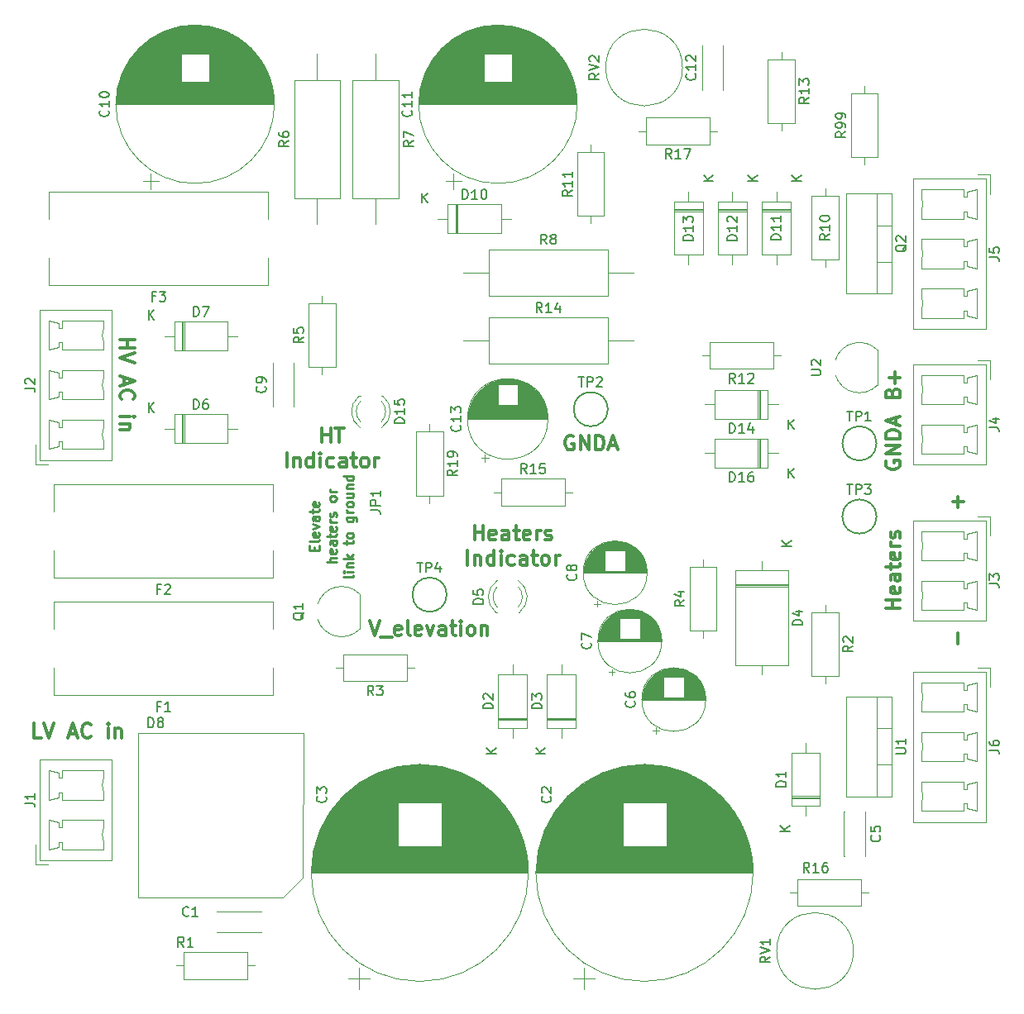
<source format=gbr>
G04 #@! TF.GenerationSoftware,KiCad,Pcbnew,(5.0.0-3-g5ebb6b6)*
G04 #@! TF.CreationDate,2018-12-23T17:20:18+00:00*
G04 #@! TF.ProjectId,Regulator,526567756C61746F722E6B696361645F,rev?*
G04 #@! TF.SameCoordinates,Original*
G04 #@! TF.FileFunction,Legend,Top*
G04 #@! TF.FilePolarity,Positive*
%FSLAX46Y46*%
G04 Gerber Fmt 4.6, Leading zero omitted, Abs format (unit mm)*
G04 Created by KiCad (PCBNEW (5.0.0-3-g5ebb6b6)) date Sunday, 23 December 2018 at 17:20:18*
%MOMM*%
%LPD*%
G01*
G04 APERTURE LIST*
%ADD10C,0.250000*%
%ADD11C,0.300000*%
%ADD12C,0.120000*%
%ADD13C,0.150000*%
G04 APERTURE END LIST*
D10*
X79678571Y-104452380D02*
X79678571Y-104119047D01*
X80202380Y-103976190D02*
X80202380Y-104452380D01*
X79202380Y-104452380D01*
X79202380Y-103976190D01*
X80202380Y-103404761D02*
X80154761Y-103500000D01*
X80059523Y-103547619D01*
X79202380Y-103547619D01*
X80154761Y-102642857D02*
X80202380Y-102738095D01*
X80202380Y-102928571D01*
X80154761Y-103023809D01*
X80059523Y-103071428D01*
X79678571Y-103071428D01*
X79583333Y-103023809D01*
X79535714Y-102928571D01*
X79535714Y-102738095D01*
X79583333Y-102642857D01*
X79678571Y-102595238D01*
X79773809Y-102595238D01*
X79869047Y-103071428D01*
X79535714Y-102261904D02*
X80202380Y-102023809D01*
X79535714Y-101785714D01*
X80202380Y-100976190D02*
X79678571Y-100976190D01*
X79583333Y-101023809D01*
X79535714Y-101119047D01*
X79535714Y-101309523D01*
X79583333Y-101404761D01*
X80154761Y-100976190D02*
X80202380Y-101071428D01*
X80202380Y-101309523D01*
X80154761Y-101404761D01*
X80059523Y-101452380D01*
X79964285Y-101452380D01*
X79869047Y-101404761D01*
X79821428Y-101309523D01*
X79821428Y-101071428D01*
X79773809Y-100976190D01*
X79535714Y-100642857D02*
X79535714Y-100261904D01*
X79202380Y-100500000D02*
X80059523Y-100500000D01*
X80154761Y-100452380D01*
X80202380Y-100357142D01*
X80202380Y-100261904D01*
X80154761Y-99547619D02*
X80202380Y-99642857D01*
X80202380Y-99833333D01*
X80154761Y-99928571D01*
X80059523Y-99976190D01*
X79678571Y-99976190D01*
X79583333Y-99928571D01*
X79535714Y-99833333D01*
X79535714Y-99642857D01*
X79583333Y-99547619D01*
X79678571Y-99500000D01*
X79773809Y-99500000D01*
X79869047Y-99976190D01*
X81952380Y-105666666D02*
X80952380Y-105666666D01*
X81952380Y-105238095D02*
X81428571Y-105238095D01*
X81333333Y-105285714D01*
X81285714Y-105380952D01*
X81285714Y-105523809D01*
X81333333Y-105619047D01*
X81380952Y-105666666D01*
X81904761Y-104380952D02*
X81952380Y-104476190D01*
X81952380Y-104666666D01*
X81904761Y-104761904D01*
X81809523Y-104809523D01*
X81428571Y-104809523D01*
X81333333Y-104761904D01*
X81285714Y-104666666D01*
X81285714Y-104476190D01*
X81333333Y-104380952D01*
X81428571Y-104333333D01*
X81523809Y-104333333D01*
X81619047Y-104809523D01*
X81952380Y-103476190D02*
X81428571Y-103476190D01*
X81333333Y-103523809D01*
X81285714Y-103619047D01*
X81285714Y-103809523D01*
X81333333Y-103904761D01*
X81904761Y-103476190D02*
X81952380Y-103571428D01*
X81952380Y-103809523D01*
X81904761Y-103904761D01*
X81809523Y-103952380D01*
X81714285Y-103952380D01*
X81619047Y-103904761D01*
X81571428Y-103809523D01*
X81571428Y-103571428D01*
X81523809Y-103476190D01*
X81285714Y-103142857D02*
X81285714Y-102761904D01*
X80952380Y-103000000D02*
X81809523Y-103000000D01*
X81904761Y-102952380D01*
X81952380Y-102857142D01*
X81952380Y-102761904D01*
X81904761Y-102047619D02*
X81952380Y-102142857D01*
X81952380Y-102333333D01*
X81904761Y-102428571D01*
X81809523Y-102476190D01*
X81428571Y-102476190D01*
X81333333Y-102428571D01*
X81285714Y-102333333D01*
X81285714Y-102142857D01*
X81333333Y-102047619D01*
X81428571Y-102000000D01*
X81523809Y-102000000D01*
X81619047Y-102476190D01*
X81952380Y-101571428D02*
X81285714Y-101571428D01*
X81476190Y-101571428D02*
X81380952Y-101523809D01*
X81333333Y-101476190D01*
X81285714Y-101380952D01*
X81285714Y-101285714D01*
X81904761Y-101000000D02*
X81952380Y-100904761D01*
X81952380Y-100714285D01*
X81904761Y-100619047D01*
X81809523Y-100571428D01*
X81761904Y-100571428D01*
X81666666Y-100619047D01*
X81619047Y-100714285D01*
X81619047Y-100857142D01*
X81571428Y-100952380D01*
X81476190Y-101000000D01*
X81428571Y-101000000D01*
X81333333Y-100952380D01*
X81285714Y-100857142D01*
X81285714Y-100714285D01*
X81333333Y-100619047D01*
X81952380Y-99238095D02*
X81904761Y-99333333D01*
X81857142Y-99380952D01*
X81761904Y-99428571D01*
X81476190Y-99428571D01*
X81380952Y-99380952D01*
X81333333Y-99333333D01*
X81285714Y-99238095D01*
X81285714Y-99095238D01*
X81333333Y-99000000D01*
X81380952Y-98952380D01*
X81476190Y-98904761D01*
X81761904Y-98904761D01*
X81857142Y-98952380D01*
X81904761Y-99000000D01*
X81952380Y-99095238D01*
X81952380Y-99238095D01*
X81952380Y-98476190D02*
X81285714Y-98476190D01*
X81476190Y-98476190D02*
X81380952Y-98428571D01*
X81333333Y-98380952D01*
X81285714Y-98285714D01*
X81285714Y-98190476D01*
X83702380Y-107047619D02*
X83654761Y-107142857D01*
X83559523Y-107190476D01*
X82702380Y-107190476D01*
X83702380Y-106666666D02*
X83035714Y-106666666D01*
X82702380Y-106666666D02*
X82750000Y-106714285D01*
X82797619Y-106666666D01*
X82750000Y-106619047D01*
X82702380Y-106666666D01*
X82797619Y-106666666D01*
X83035714Y-106190476D02*
X83702380Y-106190476D01*
X83130952Y-106190476D02*
X83083333Y-106142857D01*
X83035714Y-106047619D01*
X83035714Y-105904761D01*
X83083333Y-105809523D01*
X83178571Y-105761904D01*
X83702380Y-105761904D01*
X83702380Y-105285714D02*
X82702380Y-105285714D01*
X83321428Y-105190476D02*
X83702380Y-104904761D01*
X83035714Y-104904761D02*
X83416666Y-105285714D01*
X83035714Y-103857142D02*
X83035714Y-103476190D01*
X82702380Y-103714285D02*
X83559523Y-103714285D01*
X83654761Y-103666666D01*
X83702380Y-103571428D01*
X83702380Y-103476190D01*
X83702380Y-103000000D02*
X83654761Y-103095238D01*
X83607142Y-103142857D01*
X83511904Y-103190476D01*
X83226190Y-103190476D01*
X83130952Y-103142857D01*
X83083333Y-103095238D01*
X83035714Y-103000000D01*
X83035714Y-102857142D01*
X83083333Y-102761904D01*
X83130952Y-102714285D01*
X83226190Y-102666666D01*
X83511904Y-102666666D01*
X83607142Y-102714285D01*
X83654761Y-102761904D01*
X83702380Y-102857142D01*
X83702380Y-103000000D01*
X83035714Y-101047619D02*
X83845238Y-101047619D01*
X83940476Y-101095238D01*
X83988095Y-101142857D01*
X84035714Y-101238095D01*
X84035714Y-101380952D01*
X83988095Y-101476190D01*
X83654761Y-101047619D02*
X83702380Y-101142857D01*
X83702380Y-101333333D01*
X83654761Y-101428571D01*
X83607142Y-101476190D01*
X83511904Y-101523809D01*
X83226190Y-101523809D01*
X83130952Y-101476190D01*
X83083333Y-101428571D01*
X83035714Y-101333333D01*
X83035714Y-101142857D01*
X83083333Y-101047619D01*
X83702380Y-100571428D02*
X83035714Y-100571428D01*
X83226190Y-100571428D02*
X83130952Y-100523809D01*
X83083333Y-100476190D01*
X83035714Y-100380952D01*
X83035714Y-100285714D01*
X83702380Y-99809523D02*
X83654761Y-99904761D01*
X83607142Y-99952380D01*
X83511904Y-100000000D01*
X83226190Y-100000000D01*
X83130952Y-99952380D01*
X83083333Y-99904761D01*
X83035714Y-99809523D01*
X83035714Y-99666666D01*
X83083333Y-99571428D01*
X83130952Y-99523809D01*
X83226190Y-99476190D01*
X83511904Y-99476190D01*
X83607142Y-99523809D01*
X83654761Y-99571428D01*
X83702380Y-99666666D01*
X83702380Y-99809523D01*
X83035714Y-98619047D02*
X83702380Y-98619047D01*
X83035714Y-99047619D02*
X83559523Y-99047619D01*
X83654761Y-99000000D01*
X83702380Y-98904761D01*
X83702380Y-98761904D01*
X83654761Y-98666666D01*
X83607142Y-98619047D01*
X83035714Y-98142857D02*
X83702380Y-98142857D01*
X83130952Y-98142857D02*
X83083333Y-98095238D01*
X83035714Y-98000000D01*
X83035714Y-97857142D01*
X83083333Y-97761904D01*
X83178571Y-97714285D01*
X83702380Y-97714285D01*
X83702380Y-96809523D02*
X82702380Y-96809523D01*
X83654761Y-96809523D02*
X83702380Y-96904761D01*
X83702380Y-97095238D01*
X83654761Y-97190476D01*
X83607142Y-97238095D01*
X83511904Y-97285714D01*
X83226190Y-97285714D01*
X83130952Y-97238095D01*
X83083333Y-97190476D01*
X83035714Y-97095238D01*
X83035714Y-96904761D01*
X83083333Y-96809523D01*
D11*
X51750000Y-123678571D02*
X51035714Y-123678571D01*
X51035714Y-122178571D01*
X52035714Y-122178571D02*
X52535714Y-123678571D01*
X53035714Y-122178571D01*
X54607142Y-123250000D02*
X55321428Y-123250000D01*
X54464285Y-123678571D02*
X54964285Y-122178571D01*
X55464285Y-123678571D01*
X56821428Y-123535714D02*
X56750000Y-123607142D01*
X56535714Y-123678571D01*
X56392857Y-123678571D01*
X56178571Y-123607142D01*
X56035714Y-123464285D01*
X55964285Y-123321428D01*
X55892857Y-123035714D01*
X55892857Y-122821428D01*
X55964285Y-122535714D01*
X56035714Y-122392857D01*
X56178571Y-122250000D01*
X56392857Y-122178571D01*
X56535714Y-122178571D01*
X56750000Y-122250000D01*
X56821428Y-122321428D01*
X58607142Y-123678571D02*
X58607142Y-122678571D01*
X58607142Y-122178571D02*
X58535714Y-122250000D01*
X58607142Y-122321428D01*
X58678571Y-122250000D01*
X58607142Y-122178571D01*
X58607142Y-122321428D01*
X59321428Y-122678571D02*
X59321428Y-123678571D01*
X59321428Y-122821428D02*
X59392857Y-122750000D01*
X59535714Y-122678571D01*
X59750000Y-122678571D01*
X59892857Y-122750000D01*
X59964285Y-122892857D01*
X59964285Y-123678571D01*
X59821428Y-82857142D02*
X61321428Y-82857142D01*
X60607142Y-82857142D02*
X60607142Y-83714285D01*
X59821428Y-83714285D02*
X61321428Y-83714285D01*
X61321428Y-84214285D02*
X59821428Y-84714285D01*
X61321428Y-85214285D01*
X60250000Y-86785714D02*
X60250000Y-87500000D01*
X59821428Y-86642857D02*
X61321428Y-87142857D01*
X59821428Y-87642857D01*
X59964285Y-89000000D02*
X59892857Y-88928571D01*
X59821428Y-88714285D01*
X59821428Y-88571428D01*
X59892857Y-88357142D01*
X60035714Y-88214285D01*
X60178571Y-88142857D01*
X60464285Y-88071428D01*
X60678571Y-88071428D01*
X60964285Y-88142857D01*
X61107142Y-88214285D01*
X61250000Y-88357142D01*
X61321428Y-88571428D01*
X61321428Y-88714285D01*
X61250000Y-88928571D01*
X61178571Y-89000000D01*
X59821428Y-90785714D02*
X60821428Y-90785714D01*
X61321428Y-90785714D02*
X61250000Y-90714285D01*
X61178571Y-90785714D01*
X61250000Y-90857142D01*
X61321428Y-90785714D01*
X61178571Y-90785714D01*
X60821428Y-91500000D02*
X59821428Y-91500000D01*
X60678571Y-91500000D02*
X60750000Y-91571428D01*
X60821428Y-91714285D01*
X60821428Y-91928571D01*
X60750000Y-92071428D01*
X60607142Y-92142857D01*
X59821428Y-92142857D01*
X145607142Y-114071428D02*
X145607142Y-112928571D01*
X145607142Y-100071428D02*
X145607142Y-98928571D01*
X146178571Y-99500000D02*
X145035714Y-99500000D01*
X85357142Y-111678571D02*
X85857142Y-113178571D01*
X86357142Y-111678571D01*
X86500000Y-113321428D02*
X87642857Y-113321428D01*
X88571428Y-113107142D02*
X88428571Y-113178571D01*
X88142857Y-113178571D01*
X88000000Y-113107142D01*
X87928571Y-112964285D01*
X87928571Y-112392857D01*
X88000000Y-112250000D01*
X88142857Y-112178571D01*
X88428571Y-112178571D01*
X88571428Y-112250000D01*
X88642857Y-112392857D01*
X88642857Y-112535714D01*
X87928571Y-112678571D01*
X89500000Y-113178571D02*
X89357142Y-113107142D01*
X89285714Y-112964285D01*
X89285714Y-111678571D01*
X90642857Y-113107142D02*
X90500000Y-113178571D01*
X90214285Y-113178571D01*
X90071428Y-113107142D01*
X90000000Y-112964285D01*
X90000000Y-112392857D01*
X90071428Y-112250000D01*
X90214285Y-112178571D01*
X90500000Y-112178571D01*
X90642857Y-112250000D01*
X90714285Y-112392857D01*
X90714285Y-112535714D01*
X90000000Y-112678571D01*
X91214285Y-112178571D02*
X91571428Y-113178571D01*
X91928571Y-112178571D01*
X93142857Y-113178571D02*
X93142857Y-112392857D01*
X93071428Y-112250000D01*
X92928571Y-112178571D01*
X92642857Y-112178571D01*
X92500000Y-112250000D01*
X93142857Y-113107142D02*
X93000000Y-113178571D01*
X92642857Y-113178571D01*
X92500000Y-113107142D01*
X92428571Y-112964285D01*
X92428571Y-112821428D01*
X92500000Y-112678571D01*
X92642857Y-112607142D01*
X93000000Y-112607142D01*
X93142857Y-112535714D01*
X93642857Y-112178571D02*
X94214285Y-112178571D01*
X93857142Y-111678571D02*
X93857142Y-112964285D01*
X93928571Y-113107142D01*
X94071428Y-113178571D01*
X94214285Y-113178571D01*
X94714285Y-113178571D02*
X94714285Y-112178571D01*
X94714285Y-111678571D02*
X94642857Y-111750000D01*
X94714285Y-111821428D01*
X94785714Y-111750000D01*
X94714285Y-111678571D01*
X94714285Y-111821428D01*
X95642857Y-113178571D02*
X95500000Y-113107142D01*
X95428571Y-113035714D01*
X95357142Y-112892857D01*
X95357142Y-112464285D01*
X95428571Y-112321428D01*
X95500000Y-112250000D01*
X95642857Y-112178571D01*
X95857142Y-112178571D01*
X96000000Y-112250000D01*
X96071428Y-112321428D01*
X96142857Y-112464285D01*
X96142857Y-112892857D01*
X96071428Y-113035714D01*
X96000000Y-113107142D01*
X95857142Y-113178571D01*
X95642857Y-113178571D01*
X96785714Y-112178571D02*
X96785714Y-113178571D01*
X96785714Y-112321428D02*
X96857142Y-112250000D01*
X97000000Y-112178571D01*
X97214285Y-112178571D01*
X97357142Y-112250000D01*
X97428571Y-112392857D01*
X97428571Y-113178571D01*
X106214285Y-92750000D02*
X106071428Y-92678571D01*
X105857142Y-92678571D01*
X105642857Y-92750000D01*
X105500000Y-92892857D01*
X105428571Y-93035714D01*
X105357142Y-93321428D01*
X105357142Y-93535714D01*
X105428571Y-93821428D01*
X105500000Y-93964285D01*
X105642857Y-94107142D01*
X105857142Y-94178571D01*
X106000000Y-94178571D01*
X106214285Y-94107142D01*
X106285714Y-94035714D01*
X106285714Y-93535714D01*
X106000000Y-93535714D01*
X106928571Y-94178571D02*
X106928571Y-92678571D01*
X107785714Y-94178571D01*
X107785714Y-92678571D01*
X108500000Y-94178571D02*
X108500000Y-92678571D01*
X108857142Y-92678571D01*
X109071428Y-92750000D01*
X109214285Y-92892857D01*
X109285714Y-93035714D01*
X109357142Y-93321428D01*
X109357142Y-93535714D01*
X109285714Y-93821428D01*
X109214285Y-93964285D01*
X109071428Y-94107142D01*
X108857142Y-94178571D01*
X108500000Y-94178571D01*
X109928571Y-93750000D02*
X110642857Y-93750000D01*
X109785714Y-94178571D02*
X110285714Y-92678571D01*
X110785714Y-94178571D01*
X139678571Y-110392857D02*
X138178571Y-110392857D01*
X138892857Y-110392857D02*
X138892857Y-109535714D01*
X139678571Y-109535714D02*
X138178571Y-109535714D01*
X139607142Y-108250000D02*
X139678571Y-108392857D01*
X139678571Y-108678571D01*
X139607142Y-108821428D01*
X139464285Y-108892857D01*
X138892857Y-108892857D01*
X138750000Y-108821428D01*
X138678571Y-108678571D01*
X138678571Y-108392857D01*
X138750000Y-108250000D01*
X138892857Y-108178571D01*
X139035714Y-108178571D01*
X139178571Y-108892857D01*
X139678571Y-106892857D02*
X138892857Y-106892857D01*
X138750000Y-106964285D01*
X138678571Y-107107142D01*
X138678571Y-107392857D01*
X138750000Y-107535714D01*
X139607142Y-106892857D02*
X139678571Y-107035714D01*
X139678571Y-107392857D01*
X139607142Y-107535714D01*
X139464285Y-107607142D01*
X139321428Y-107607142D01*
X139178571Y-107535714D01*
X139107142Y-107392857D01*
X139107142Y-107035714D01*
X139035714Y-106892857D01*
X138678571Y-106392857D02*
X138678571Y-105821428D01*
X138178571Y-106178571D02*
X139464285Y-106178571D01*
X139607142Y-106107142D01*
X139678571Y-105964285D01*
X139678571Y-105821428D01*
X139607142Y-104750000D02*
X139678571Y-104892857D01*
X139678571Y-105178571D01*
X139607142Y-105321428D01*
X139464285Y-105392857D01*
X138892857Y-105392857D01*
X138750000Y-105321428D01*
X138678571Y-105178571D01*
X138678571Y-104892857D01*
X138750000Y-104750000D01*
X138892857Y-104678571D01*
X139035714Y-104678571D01*
X139178571Y-105392857D01*
X139678571Y-104035714D02*
X138678571Y-104035714D01*
X138964285Y-104035714D02*
X138821428Y-103964285D01*
X138750000Y-103892857D01*
X138678571Y-103750000D01*
X138678571Y-103607142D01*
X139607142Y-103178571D02*
X139678571Y-103035714D01*
X139678571Y-102750000D01*
X139607142Y-102607142D01*
X139464285Y-102535714D01*
X139392857Y-102535714D01*
X139250000Y-102607142D01*
X139178571Y-102750000D01*
X139178571Y-102964285D01*
X139107142Y-103107142D01*
X138964285Y-103178571D01*
X138892857Y-103178571D01*
X138750000Y-103107142D01*
X138678571Y-102964285D01*
X138678571Y-102750000D01*
X138750000Y-102607142D01*
X138250000Y-95285714D02*
X138178571Y-95428571D01*
X138178571Y-95642857D01*
X138250000Y-95857142D01*
X138392857Y-96000000D01*
X138535714Y-96071428D01*
X138821428Y-96142857D01*
X139035714Y-96142857D01*
X139321428Y-96071428D01*
X139464285Y-96000000D01*
X139607142Y-95857142D01*
X139678571Y-95642857D01*
X139678571Y-95500000D01*
X139607142Y-95285714D01*
X139535714Y-95214285D01*
X139035714Y-95214285D01*
X139035714Y-95500000D01*
X139678571Y-94571428D02*
X138178571Y-94571428D01*
X139678571Y-93714285D01*
X138178571Y-93714285D01*
X139678571Y-93000000D02*
X138178571Y-93000000D01*
X138178571Y-92642857D01*
X138250000Y-92428571D01*
X138392857Y-92285714D01*
X138535714Y-92214285D01*
X138821428Y-92142857D01*
X139035714Y-92142857D01*
X139321428Y-92214285D01*
X139464285Y-92285714D01*
X139607142Y-92428571D01*
X139678571Y-92642857D01*
X139678571Y-93000000D01*
X139250000Y-91571428D02*
X139250000Y-90857142D01*
X139678571Y-91714285D02*
X138178571Y-91214285D01*
X139678571Y-90714285D01*
X138892857Y-88321428D02*
X138964285Y-88107142D01*
X139035714Y-88035714D01*
X139178571Y-87964285D01*
X139392857Y-87964285D01*
X139535714Y-88035714D01*
X139607142Y-88107142D01*
X139678571Y-88250000D01*
X139678571Y-88821428D01*
X138178571Y-88821428D01*
X138178571Y-88321428D01*
X138250000Y-88178571D01*
X138321428Y-88107142D01*
X138464285Y-88035714D01*
X138607142Y-88035714D01*
X138750000Y-88107142D01*
X138821428Y-88178571D01*
X138892857Y-88321428D01*
X138892857Y-88821428D01*
X139107142Y-87321428D02*
X139107142Y-86178571D01*
X139678571Y-86750000D02*
X138535714Y-86750000D01*
X80500000Y-93403571D02*
X80500000Y-91903571D01*
X80500000Y-92617857D02*
X81357142Y-92617857D01*
X81357142Y-93403571D02*
X81357142Y-91903571D01*
X81857142Y-91903571D02*
X82714285Y-91903571D01*
X82285714Y-93403571D02*
X82285714Y-91903571D01*
X76892857Y-95953571D02*
X76892857Y-94453571D01*
X77607142Y-94953571D02*
X77607142Y-95953571D01*
X77607142Y-95096428D02*
X77678571Y-95025000D01*
X77821428Y-94953571D01*
X78035714Y-94953571D01*
X78178571Y-95025000D01*
X78250000Y-95167857D01*
X78250000Y-95953571D01*
X79607142Y-95953571D02*
X79607142Y-94453571D01*
X79607142Y-95882142D02*
X79464285Y-95953571D01*
X79178571Y-95953571D01*
X79035714Y-95882142D01*
X78964285Y-95810714D01*
X78892857Y-95667857D01*
X78892857Y-95239285D01*
X78964285Y-95096428D01*
X79035714Y-95025000D01*
X79178571Y-94953571D01*
X79464285Y-94953571D01*
X79607142Y-95025000D01*
X80321428Y-95953571D02*
X80321428Y-94953571D01*
X80321428Y-94453571D02*
X80250000Y-94525000D01*
X80321428Y-94596428D01*
X80392857Y-94525000D01*
X80321428Y-94453571D01*
X80321428Y-94596428D01*
X81678571Y-95882142D02*
X81535714Y-95953571D01*
X81250000Y-95953571D01*
X81107142Y-95882142D01*
X81035714Y-95810714D01*
X80964285Y-95667857D01*
X80964285Y-95239285D01*
X81035714Y-95096428D01*
X81107142Y-95025000D01*
X81250000Y-94953571D01*
X81535714Y-94953571D01*
X81678571Y-95025000D01*
X82964285Y-95953571D02*
X82964285Y-95167857D01*
X82892857Y-95025000D01*
X82750000Y-94953571D01*
X82464285Y-94953571D01*
X82321428Y-95025000D01*
X82964285Y-95882142D02*
X82821428Y-95953571D01*
X82464285Y-95953571D01*
X82321428Y-95882142D01*
X82250000Y-95739285D01*
X82250000Y-95596428D01*
X82321428Y-95453571D01*
X82464285Y-95382142D01*
X82821428Y-95382142D01*
X82964285Y-95310714D01*
X83464285Y-94953571D02*
X84035714Y-94953571D01*
X83678571Y-94453571D02*
X83678571Y-95739285D01*
X83750000Y-95882142D01*
X83892857Y-95953571D01*
X84035714Y-95953571D01*
X84750000Y-95953571D02*
X84607142Y-95882142D01*
X84535714Y-95810714D01*
X84464285Y-95667857D01*
X84464285Y-95239285D01*
X84535714Y-95096428D01*
X84607142Y-95025000D01*
X84750000Y-94953571D01*
X84964285Y-94953571D01*
X85107142Y-95025000D01*
X85178571Y-95096428D01*
X85250000Y-95239285D01*
X85250000Y-95667857D01*
X85178571Y-95810714D01*
X85107142Y-95882142D01*
X84964285Y-95953571D01*
X84750000Y-95953571D01*
X85892857Y-95953571D02*
X85892857Y-94953571D01*
X85892857Y-95239285D02*
X85964285Y-95096428D01*
X86035714Y-95025000D01*
X86178571Y-94953571D01*
X86321428Y-94953571D01*
X96107142Y-103403571D02*
X96107142Y-101903571D01*
X96107142Y-102617857D02*
X96964285Y-102617857D01*
X96964285Y-103403571D02*
X96964285Y-101903571D01*
X98250000Y-103332142D02*
X98107142Y-103403571D01*
X97821428Y-103403571D01*
X97678571Y-103332142D01*
X97607142Y-103189285D01*
X97607142Y-102617857D01*
X97678571Y-102475000D01*
X97821428Y-102403571D01*
X98107142Y-102403571D01*
X98250000Y-102475000D01*
X98321428Y-102617857D01*
X98321428Y-102760714D01*
X97607142Y-102903571D01*
X99607142Y-103403571D02*
X99607142Y-102617857D01*
X99535714Y-102475000D01*
X99392857Y-102403571D01*
X99107142Y-102403571D01*
X98964285Y-102475000D01*
X99607142Y-103332142D02*
X99464285Y-103403571D01*
X99107142Y-103403571D01*
X98964285Y-103332142D01*
X98892857Y-103189285D01*
X98892857Y-103046428D01*
X98964285Y-102903571D01*
X99107142Y-102832142D01*
X99464285Y-102832142D01*
X99607142Y-102760714D01*
X100107142Y-102403571D02*
X100678571Y-102403571D01*
X100321428Y-101903571D02*
X100321428Y-103189285D01*
X100392857Y-103332142D01*
X100535714Y-103403571D01*
X100678571Y-103403571D01*
X101750000Y-103332142D02*
X101607142Y-103403571D01*
X101321428Y-103403571D01*
X101178571Y-103332142D01*
X101107142Y-103189285D01*
X101107142Y-102617857D01*
X101178571Y-102475000D01*
X101321428Y-102403571D01*
X101607142Y-102403571D01*
X101750000Y-102475000D01*
X101821428Y-102617857D01*
X101821428Y-102760714D01*
X101107142Y-102903571D01*
X102464285Y-103403571D02*
X102464285Y-102403571D01*
X102464285Y-102689285D02*
X102535714Y-102546428D01*
X102607142Y-102475000D01*
X102750000Y-102403571D01*
X102892857Y-102403571D01*
X103321428Y-103332142D02*
X103464285Y-103403571D01*
X103750000Y-103403571D01*
X103892857Y-103332142D01*
X103964285Y-103189285D01*
X103964285Y-103117857D01*
X103892857Y-102975000D01*
X103750000Y-102903571D01*
X103535714Y-102903571D01*
X103392857Y-102832142D01*
X103321428Y-102689285D01*
X103321428Y-102617857D01*
X103392857Y-102475000D01*
X103535714Y-102403571D01*
X103750000Y-102403571D01*
X103892857Y-102475000D01*
X95392857Y-105953571D02*
X95392857Y-104453571D01*
X96107142Y-104953571D02*
X96107142Y-105953571D01*
X96107142Y-105096428D02*
X96178571Y-105025000D01*
X96321428Y-104953571D01*
X96535714Y-104953571D01*
X96678571Y-105025000D01*
X96750000Y-105167857D01*
X96750000Y-105953571D01*
X98107142Y-105953571D02*
X98107142Y-104453571D01*
X98107142Y-105882142D02*
X97964285Y-105953571D01*
X97678571Y-105953571D01*
X97535714Y-105882142D01*
X97464285Y-105810714D01*
X97392857Y-105667857D01*
X97392857Y-105239285D01*
X97464285Y-105096428D01*
X97535714Y-105025000D01*
X97678571Y-104953571D01*
X97964285Y-104953571D01*
X98107142Y-105025000D01*
X98821428Y-105953571D02*
X98821428Y-104953571D01*
X98821428Y-104453571D02*
X98750000Y-104525000D01*
X98821428Y-104596428D01*
X98892857Y-104525000D01*
X98821428Y-104453571D01*
X98821428Y-104596428D01*
X100178571Y-105882142D02*
X100035714Y-105953571D01*
X99750000Y-105953571D01*
X99607142Y-105882142D01*
X99535714Y-105810714D01*
X99464285Y-105667857D01*
X99464285Y-105239285D01*
X99535714Y-105096428D01*
X99607142Y-105025000D01*
X99750000Y-104953571D01*
X100035714Y-104953571D01*
X100178571Y-105025000D01*
X101464285Y-105953571D02*
X101464285Y-105167857D01*
X101392857Y-105025000D01*
X101250000Y-104953571D01*
X100964285Y-104953571D01*
X100821428Y-105025000D01*
X101464285Y-105882142D02*
X101321428Y-105953571D01*
X100964285Y-105953571D01*
X100821428Y-105882142D01*
X100750000Y-105739285D01*
X100750000Y-105596428D01*
X100821428Y-105453571D01*
X100964285Y-105382142D01*
X101321428Y-105382142D01*
X101464285Y-105310714D01*
X101964285Y-104953571D02*
X102535714Y-104953571D01*
X102178571Y-104453571D02*
X102178571Y-105739285D01*
X102250000Y-105882142D01*
X102392857Y-105953571D01*
X102535714Y-105953571D01*
X103250000Y-105953571D02*
X103107142Y-105882142D01*
X103035714Y-105810714D01*
X102964285Y-105667857D01*
X102964285Y-105239285D01*
X103035714Y-105096428D01*
X103107142Y-105025000D01*
X103250000Y-104953571D01*
X103464285Y-104953571D01*
X103607142Y-105025000D01*
X103678571Y-105096428D01*
X103750000Y-105239285D01*
X103750000Y-105667857D01*
X103678571Y-105810714D01*
X103607142Y-105882142D01*
X103464285Y-105953571D01*
X103250000Y-105953571D01*
X104392857Y-105953571D02*
X104392857Y-104953571D01*
X104392857Y-105239285D02*
X104464285Y-105096428D01*
X104535714Y-105025000D01*
X104678571Y-104953571D01*
X104821428Y-104953571D01*
D12*
G04 #@! TO.C,D8*
X61700000Y-123200000D02*
X61700000Y-140000000D01*
X78600000Y-123200000D02*
X61700000Y-123200000D01*
X78500000Y-138000000D02*
X78600000Y-123200000D01*
X76500000Y-140000000D02*
X78500000Y-138000000D01*
X61700000Y-140000000D02*
X76500000Y-140000000D01*
G04 #@! TO.C,C1*
X74270000Y-143570000D02*
X69730000Y-143570000D01*
X74270000Y-141430000D02*
X69730000Y-141430000D01*
X74270000Y-143570000D02*
X74270000Y-143555000D01*
X74270000Y-141445000D02*
X74270000Y-141430000D01*
X69730000Y-143570000D02*
X69730000Y-143555000D01*
X69730000Y-141445000D02*
X69730000Y-141430000D01*
G04 #@! TO.C,C2*
X106165000Y-148299337D02*
X108365000Y-148299337D01*
X107265000Y-149399337D02*
X107265000Y-147199337D01*
X113460000Y-126380000D02*
X113540000Y-126380000D01*
X112597000Y-126420000D02*
X114403000Y-126420000D01*
X112208000Y-126460000D02*
X114792000Y-126460000D01*
X111910000Y-126500000D02*
X115090000Y-126500000D01*
X111660000Y-126540000D02*
X115340000Y-126540000D01*
X111440000Y-126580000D02*
X115560000Y-126580000D01*
X111242000Y-126620000D02*
X115758000Y-126620000D01*
X111060000Y-126660000D02*
X115940000Y-126660000D01*
X110891000Y-126700000D02*
X116109000Y-126700000D01*
X110733000Y-126740000D02*
X116267000Y-126740000D01*
X110584000Y-126780000D02*
X116416000Y-126780000D01*
X110442000Y-126820000D02*
X116558000Y-126820000D01*
X110308000Y-126860000D02*
X116692000Y-126860000D01*
X110179000Y-126900000D02*
X116821000Y-126900000D01*
X110055000Y-126940000D02*
X116945000Y-126940000D01*
X109936000Y-126980000D02*
X117064000Y-126980000D01*
X109821000Y-127020000D02*
X117179000Y-127020000D01*
X109711000Y-127060000D02*
X117289000Y-127060000D01*
X109603000Y-127100000D02*
X117397000Y-127100000D01*
X109499000Y-127140000D02*
X117501000Y-127140000D01*
X109398000Y-127180000D02*
X117602000Y-127180000D01*
X109300000Y-127220000D02*
X117700000Y-127220000D01*
X109204000Y-127260000D02*
X117796000Y-127260000D01*
X109111000Y-127300000D02*
X117889000Y-127300000D01*
X109020000Y-127340000D02*
X117980000Y-127340000D01*
X108931000Y-127380000D02*
X118069000Y-127380000D01*
X108844000Y-127420000D02*
X118156000Y-127420000D01*
X108759000Y-127460000D02*
X118241000Y-127460000D01*
X108676000Y-127500000D02*
X118324000Y-127500000D01*
X108595000Y-127540000D02*
X118405000Y-127540000D01*
X108515000Y-127580000D02*
X118485000Y-127580000D01*
X108437000Y-127620000D02*
X118563000Y-127620000D01*
X108360000Y-127660000D02*
X118640000Y-127660000D01*
X108285000Y-127700000D02*
X118715000Y-127700000D01*
X108211000Y-127740000D02*
X118789000Y-127740000D01*
X108138000Y-127780000D02*
X118862000Y-127780000D01*
X108067000Y-127820000D02*
X118933000Y-127820000D01*
X107997000Y-127860000D02*
X119003000Y-127860000D01*
X107928000Y-127900000D02*
X119072000Y-127900000D01*
X107860000Y-127940000D02*
X119140000Y-127940000D01*
X107793000Y-127980000D02*
X119207000Y-127980000D01*
X107727000Y-128020000D02*
X119273000Y-128020000D01*
X107662000Y-128060000D02*
X119338000Y-128060000D01*
X107599000Y-128100000D02*
X119401000Y-128100000D01*
X107536000Y-128140000D02*
X119464000Y-128140000D01*
X107474000Y-128180000D02*
X119526000Y-128180000D01*
X107413000Y-128220000D02*
X119587000Y-128220000D01*
X107353000Y-128260000D02*
X119647000Y-128260000D01*
X107293000Y-128300000D02*
X119707000Y-128300000D01*
X107235000Y-128340000D02*
X119765000Y-128340000D01*
X107177000Y-128380000D02*
X119823000Y-128380000D01*
X107120000Y-128420000D02*
X119880000Y-128420000D01*
X107064000Y-128460000D02*
X119936000Y-128460000D01*
X107008000Y-128500000D02*
X119992000Y-128500000D01*
X106954000Y-128540000D02*
X120046000Y-128540000D01*
X106900000Y-128580000D02*
X120100000Y-128580000D01*
X106846000Y-128620000D02*
X120154000Y-128620000D01*
X106793000Y-128660000D02*
X120207000Y-128660000D01*
X106741000Y-128700000D02*
X120259000Y-128700000D01*
X106690000Y-128740000D02*
X120310000Y-128740000D01*
X106639000Y-128780000D02*
X120361000Y-128780000D01*
X106589000Y-128820000D02*
X120411000Y-128820000D01*
X106539000Y-128860000D02*
X120461000Y-128860000D01*
X106490000Y-128900000D02*
X120510000Y-128900000D01*
X106442000Y-128940000D02*
X120558000Y-128940000D01*
X106394000Y-128980000D02*
X120606000Y-128980000D01*
X106346000Y-129020000D02*
X120654000Y-129020000D01*
X106299000Y-129060000D02*
X120701000Y-129060000D01*
X106253000Y-129100000D02*
X120747000Y-129100000D01*
X106207000Y-129140000D02*
X120793000Y-129140000D01*
X106162000Y-129180000D02*
X120838000Y-129180000D01*
X106117000Y-129220000D02*
X120883000Y-129220000D01*
X106072000Y-129260000D02*
X120928000Y-129260000D01*
X106029000Y-129300000D02*
X120971000Y-129300000D01*
X105985000Y-129339000D02*
X121015000Y-129339000D01*
X105942000Y-129379000D02*
X121058000Y-129379000D01*
X105900000Y-129419000D02*
X121100000Y-129419000D01*
X105858000Y-129459000D02*
X121142000Y-129459000D01*
X105816000Y-129499000D02*
X121184000Y-129499000D01*
X105775000Y-129539000D02*
X121225000Y-129539000D01*
X105734000Y-129579000D02*
X121266000Y-129579000D01*
X105693000Y-129619000D02*
X121307000Y-129619000D01*
X105654000Y-129659000D02*
X121346000Y-129659000D01*
X105614000Y-129699000D02*
X121386000Y-129699000D01*
X105575000Y-129739000D02*
X121425000Y-129739000D01*
X105536000Y-129779000D02*
X121464000Y-129779000D01*
X105498000Y-129819000D02*
X121502000Y-129819000D01*
X105460000Y-129859000D02*
X121540000Y-129859000D01*
X105422000Y-129899000D02*
X121578000Y-129899000D01*
X105385000Y-129939000D02*
X121615000Y-129939000D01*
X105348000Y-129979000D02*
X121652000Y-129979000D01*
X105311000Y-130019000D02*
X121689000Y-130019000D01*
X105275000Y-130059000D02*
X121725000Y-130059000D01*
X105239000Y-130099000D02*
X121761000Y-130099000D01*
X105204000Y-130139000D02*
X121796000Y-130139000D01*
X105169000Y-130179000D02*
X121831000Y-130179000D01*
X105134000Y-130219000D02*
X121866000Y-130219000D01*
X105099000Y-130259000D02*
X121901000Y-130259000D01*
X115740000Y-130299000D02*
X121935000Y-130299000D01*
X105065000Y-130299000D02*
X111260000Y-130299000D01*
X115740000Y-130339000D02*
X121969000Y-130339000D01*
X105031000Y-130339000D02*
X111260000Y-130339000D01*
X115740000Y-130379000D02*
X122002000Y-130379000D01*
X104998000Y-130379000D02*
X111260000Y-130379000D01*
X115740000Y-130419000D02*
X122035000Y-130419000D01*
X104965000Y-130419000D02*
X111260000Y-130419000D01*
X115740000Y-130459000D02*
X122068000Y-130459000D01*
X104932000Y-130459000D02*
X111260000Y-130459000D01*
X115740000Y-130499000D02*
X122101000Y-130499000D01*
X104899000Y-130499000D02*
X111260000Y-130499000D01*
X115740000Y-130539000D02*
X122133000Y-130539000D01*
X104867000Y-130539000D02*
X111260000Y-130539000D01*
X115740000Y-130579000D02*
X122165000Y-130579000D01*
X104835000Y-130579000D02*
X111260000Y-130579000D01*
X115740000Y-130619000D02*
X122197000Y-130619000D01*
X104803000Y-130619000D02*
X111260000Y-130619000D01*
X115740000Y-130659000D02*
X122228000Y-130659000D01*
X104772000Y-130659000D02*
X111260000Y-130659000D01*
X115740000Y-130699000D02*
X122259000Y-130699000D01*
X104741000Y-130699000D02*
X111260000Y-130699000D01*
X115740000Y-130739000D02*
X122290000Y-130739000D01*
X104710000Y-130739000D02*
X111260000Y-130739000D01*
X115740000Y-130779000D02*
X122320000Y-130779000D01*
X104680000Y-130779000D02*
X111260000Y-130779000D01*
X115740000Y-130819000D02*
X122350000Y-130819000D01*
X104650000Y-130819000D02*
X111260000Y-130819000D01*
X115740000Y-130859000D02*
X122380000Y-130859000D01*
X104620000Y-130859000D02*
X111260000Y-130859000D01*
X115740000Y-130899000D02*
X122410000Y-130899000D01*
X104590000Y-130899000D02*
X111260000Y-130899000D01*
X115740000Y-130939000D02*
X122439000Y-130939000D01*
X104561000Y-130939000D02*
X111260000Y-130939000D01*
X115740000Y-130979000D02*
X122468000Y-130979000D01*
X104532000Y-130979000D02*
X111260000Y-130979000D01*
X115740000Y-131019000D02*
X122497000Y-131019000D01*
X104503000Y-131019000D02*
X111260000Y-131019000D01*
X115740000Y-131059000D02*
X122526000Y-131059000D01*
X104474000Y-131059000D02*
X111260000Y-131059000D01*
X115740000Y-131099000D02*
X122554000Y-131099000D01*
X104446000Y-131099000D02*
X111260000Y-131099000D01*
X115740000Y-131139000D02*
X122582000Y-131139000D01*
X104418000Y-131139000D02*
X111260000Y-131139000D01*
X115740000Y-131179000D02*
X122610000Y-131179000D01*
X104390000Y-131179000D02*
X111260000Y-131179000D01*
X115740000Y-131219000D02*
X122637000Y-131219000D01*
X104363000Y-131219000D02*
X111260000Y-131219000D01*
X115740000Y-131259000D02*
X122665000Y-131259000D01*
X104335000Y-131259000D02*
X111260000Y-131259000D01*
X115740000Y-131299000D02*
X122692000Y-131299000D01*
X104308000Y-131299000D02*
X111260000Y-131299000D01*
X115740000Y-131339000D02*
X122718000Y-131339000D01*
X104282000Y-131339000D02*
X111260000Y-131339000D01*
X115740000Y-131379000D02*
X122745000Y-131379000D01*
X104255000Y-131379000D02*
X111260000Y-131379000D01*
X115740000Y-131419000D02*
X122771000Y-131419000D01*
X104229000Y-131419000D02*
X111260000Y-131419000D01*
X115740000Y-131459000D02*
X122797000Y-131459000D01*
X104203000Y-131459000D02*
X111260000Y-131459000D01*
X115740000Y-131499000D02*
X122823000Y-131499000D01*
X104177000Y-131499000D02*
X111260000Y-131499000D01*
X115740000Y-131539000D02*
X122848000Y-131539000D01*
X104152000Y-131539000D02*
X111260000Y-131539000D01*
X115740000Y-131579000D02*
X122874000Y-131579000D01*
X104126000Y-131579000D02*
X111260000Y-131579000D01*
X115740000Y-131619000D02*
X122899000Y-131619000D01*
X104101000Y-131619000D02*
X111260000Y-131619000D01*
X115740000Y-131659000D02*
X122924000Y-131659000D01*
X104076000Y-131659000D02*
X111260000Y-131659000D01*
X115740000Y-131699000D02*
X122948000Y-131699000D01*
X104052000Y-131699000D02*
X111260000Y-131699000D01*
X115740000Y-131739000D02*
X122972000Y-131739000D01*
X104028000Y-131739000D02*
X111260000Y-131739000D01*
X115740000Y-131779000D02*
X122997000Y-131779000D01*
X104003000Y-131779000D02*
X111260000Y-131779000D01*
X115740000Y-131819000D02*
X123020000Y-131819000D01*
X103980000Y-131819000D02*
X111260000Y-131819000D01*
X115740000Y-131859000D02*
X123044000Y-131859000D01*
X103956000Y-131859000D02*
X111260000Y-131859000D01*
X115740000Y-131899000D02*
X123067000Y-131899000D01*
X103933000Y-131899000D02*
X111260000Y-131899000D01*
X115740000Y-131939000D02*
X123091000Y-131939000D01*
X103909000Y-131939000D02*
X111260000Y-131939000D01*
X115740000Y-131979000D02*
X123114000Y-131979000D01*
X103886000Y-131979000D02*
X111260000Y-131979000D01*
X115740000Y-132019000D02*
X123136000Y-132019000D01*
X103864000Y-132019000D02*
X111260000Y-132019000D01*
X115740000Y-132059000D02*
X123159000Y-132059000D01*
X103841000Y-132059000D02*
X111260000Y-132059000D01*
X115740000Y-132099000D02*
X123181000Y-132099000D01*
X103819000Y-132099000D02*
X111260000Y-132099000D01*
X115740000Y-132139000D02*
X123203000Y-132139000D01*
X103797000Y-132139000D02*
X111260000Y-132139000D01*
X115740000Y-132179000D02*
X123225000Y-132179000D01*
X103775000Y-132179000D02*
X111260000Y-132179000D01*
X115740000Y-132219000D02*
X123247000Y-132219000D01*
X103753000Y-132219000D02*
X111260000Y-132219000D01*
X115740000Y-132259000D02*
X123268000Y-132259000D01*
X103732000Y-132259000D02*
X111260000Y-132259000D01*
X115740000Y-132299000D02*
X123290000Y-132299000D01*
X103710000Y-132299000D02*
X111260000Y-132299000D01*
X115740000Y-132339000D02*
X123311000Y-132339000D01*
X103689000Y-132339000D02*
X111260000Y-132339000D01*
X115740000Y-132379000D02*
X123332000Y-132379000D01*
X103668000Y-132379000D02*
X111260000Y-132379000D01*
X115740000Y-132419000D02*
X123352000Y-132419000D01*
X103648000Y-132419000D02*
X111260000Y-132419000D01*
X115740000Y-132459000D02*
X123373000Y-132459000D01*
X103627000Y-132459000D02*
X111260000Y-132459000D01*
X115740000Y-132499000D02*
X123393000Y-132499000D01*
X103607000Y-132499000D02*
X111260000Y-132499000D01*
X115740000Y-132539000D02*
X123413000Y-132539000D01*
X103587000Y-132539000D02*
X111260000Y-132539000D01*
X115740000Y-132579000D02*
X123433000Y-132579000D01*
X103567000Y-132579000D02*
X111260000Y-132579000D01*
X115740000Y-132619000D02*
X123452000Y-132619000D01*
X103548000Y-132619000D02*
X111260000Y-132619000D01*
X115740000Y-132659000D02*
X123472000Y-132659000D01*
X103528000Y-132659000D02*
X111260000Y-132659000D01*
X115740000Y-132699000D02*
X123491000Y-132699000D01*
X103509000Y-132699000D02*
X111260000Y-132699000D01*
X115740000Y-132739000D02*
X123510000Y-132739000D01*
X103490000Y-132739000D02*
X111260000Y-132739000D01*
X115740000Y-132779000D02*
X123529000Y-132779000D01*
X103471000Y-132779000D02*
X111260000Y-132779000D01*
X115740000Y-132819000D02*
X123548000Y-132819000D01*
X103452000Y-132819000D02*
X111260000Y-132819000D01*
X115740000Y-132859000D02*
X123566000Y-132859000D01*
X103434000Y-132859000D02*
X111260000Y-132859000D01*
X115740000Y-132899000D02*
X123584000Y-132899000D01*
X103416000Y-132899000D02*
X111260000Y-132899000D01*
X115740000Y-132939000D02*
X123603000Y-132939000D01*
X103397000Y-132939000D02*
X111260000Y-132939000D01*
X115740000Y-132979000D02*
X123620000Y-132979000D01*
X103380000Y-132979000D02*
X111260000Y-132979000D01*
X115740000Y-133019000D02*
X123638000Y-133019000D01*
X103362000Y-133019000D02*
X111260000Y-133019000D01*
X115740000Y-133059000D02*
X123656000Y-133059000D01*
X103344000Y-133059000D02*
X111260000Y-133059000D01*
X115740000Y-133099000D02*
X123673000Y-133099000D01*
X103327000Y-133099000D02*
X111260000Y-133099000D01*
X115740000Y-133139000D02*
X123690000Y-133139000D01*
X103310000Y-133139000D02*
X111260000Y-133139000D01*
X115740000Y-133179000D02*
X123707000Y-133179000D01*
X103293000Y-133179000D02*
X111260000Y-133179000D01*
X115740000Y-133219000D02*
X123724000Y-133219000D01*
X103276000Y-133219000D02*
X111260000Y-133219000D01*
X115740000Y-133259000D02*
X123740000Y-133259000D01*
X103260000Y-133259000D02*
X111260000Y-133259000D01*
X115740000Y-133299000D02*
X123757000Y-133299000D01*
X103243000Y-133299000D02*
X111260000Y-133299000D01*
X115740000Y-133339000D02*
X123773000Y-133339000D01*
X103227000Y-133339000D02*
X111260000Y-133339000D01*
X115740000Y-133379000D02*
X123789000Y-133379000D01*
X103211000Y-133379000D02*
X111260000Y-133379000D01*
X115740000Y-133419000D02*
X123805000Y-133419000D01*
X103195000Y-133419000D02*
X111260000Y-133419000D01*
X115740000Y-133459000D02*
X123821000Y-133459000D01*
X103179000Y-133459000D02*
X111260000Y-133459000D01*
X115740000Y-133499000D02*
X123836000Y-133499000D01*
X103164000Y-133499000D02*
X111260000Y-133499000D01*
X115740000Y-133539000D02*
X123851000Y-133539000D01*
X103149000Y-133539000D02*
X111260000Y-133539000D01*
X115740000Y-133579000D02*
X123867000Y-133579000D01*
X103133000Y-133579000D02*
X111260000Y-133579000D01*
X115740000Y-133619000D02*
X123882000Y-133619000D01*
X103118000Y-133619000D02*
X111260000Y-133619000D01*
X115740000Y-133659000D02*
X123896000Y-133659000D01*
X103104000Y-133659000D02*
X111260000Y-133659000D01*
X115740000Y-133699000D02*
X123911000Y-133699000D01*
X103089000Y-133699000D02*
X111260000Y-133699000D01*
X115740000Y-133739000D02*
X123926000Y-133739000D01*
X103074000Y-133739000D02*
X111260000Y-133739000D01*
X115740000Y-133779000D02*
X123940000Y-133779000D01*
X103060000Y-133779000D02*
X111260000Y-133779000D01*
X115740000Y-133819000D02*
X123954000Y-133819000D01*
X103046000Y-133819000D02*
X111260000Y-133819000D01*
X115740000Y-133859000D02*
X123968000Y-133859000D01*
X103032000Y-133859000D02*
X111260000Y-133859000D01*
X115740000Y-133899000D02*
X123982000Y-133899000D01*
X103018000Y-133899000D02*
X111260000Y-133899000D01*
X115740000Y-133939000D02*
X123995000Y-133939000D01*
X103005000Y-133939000D02*
X111260000Y-133939000D01*
X115740000Y-133979000D02*
X124009000Y-133979000D01*
X102991000Y-133979000D02*
X111260000Y-133979000D01*
X115740000Y-134019000D02*
X124022000Y-134019000D01*
X102978000Y-134019000D02*
X111260000Y-134019000D01*
X115740000Y-134059000D02*
X124035000Y-134059000D01*
X102965000Y-134059000D02*
X111260000Y-134059000D01*
X115740000Y-134099000D02*
X124048000Y-134099000D01*
X102952000Y-134099000D02*
X111260000Y-134099000D01*
X115740000Y-134139000D02*
X124061000Y-134139000D01*
X102939000Y-134139000D02*
X111260000Y-134139000D01*
X115740000Y-134179000D02*
X124073000Y-134179000D01*
X102927000Y-134179000D02*
X111260000Y-134179000D01*
X115740000Y-134219000D02*
X124086000Y-134219000D01*
X102914000Y-134219000D02*
X111260000Y-134219000D01*
X115740000Y-134259000D02*
X124098000Y-134259000D01*
X102902000Y-134259000D02*
X111260000Y-134259000D01*
X115740000Y-134299000D02*
X124110000Y-134299000D01*
X102890000Y-134299000D02*
X111260000Y-134299000D01*
X115740000Y-134339000D02*
X124122000Y-134339000D01*
X102878000Y-134339000D02*
X111260000Y-134339000D01*
X115740000Y-134379000D02*
X124134000Y-134379000D01*
X102866000Y-134379000D02*
X111260000Y-134379000D01*
X115740000Y-134419000D02*
X124145000Y-134419000D01*
X102855000Y-134419000D02*
X111260000Y-134419000D01*
X115740000Y-134459000D02*
X124157000Y-134459000D01*
X102843000Y-134459000D02*
X111260000Y-134459000D01*
X115740000Y-134499000D02*
X124168000Y-134499000D01*
X102832000Y-134499000D02*
X111260000Y-134499000D01*
X115740000Y-134539000D02*
X124179000Y-134539000D01*
X102821000Y-134539000D02*
X111260000Y-134539000D01*
X115740000Y-134579000D02*
X124190000Y-134579000D01*
X102810000Y-134579000D02*
X111260000Y-134579000D01*
X115740000Y-134619000D02*
X124201000Y-134619000D01*
X102799000Y-134619000D02*
X111260000Y-134619000D01*
X115740000Y-134659000D02*
X124212000Y-134659000D01*
X102788000Y-134659000D02*
X111260000Y-134659000D01*
X115740000Y-134699000D02*
X124222000Y-134699000D01*
X102778000Y-134699000D02*
X111260000Y-134699000D01*
X115740000Y-134739000D02*
X124233000Y-134739000D01*
X102767000Y-134739000D02*
X111260000Y-134739000D01*
X102757000Y-134779000D02*
X124243000Y-134779000D01*
X102747000Y-134819000D02*
X124253000Y-134819000D01*
X102737000Y-134859000D02*
X124263000Y-134859000D01*
X102728000Y-134899000D02*
X124272000Y-134899000D01*
X102718000Y-134939000D02*
X124282000Y-134939000D01*
X102709000Y-134979000D02*
X124291000Y-134979000D01*
X102700000Y-135019000D02*
X124300000Y-135019000D01*
X102691000Y-135059000D02*
X124309000Y-135059000D01*
X102682000Y-135099000D02*
X124318000Y-135099000D01*
X102673000Y-135139000D02*
X124327000Y-135139000D01*
X102664000Y-135179000D02*
X124336000Y-135179000D01*
X102656000Y-135219000D02*
X124344000Y-135219000D01*
X102647000Y-135259000D02*
X124353000Y-135259000D01*
X102639000Y-135299000D02*
X124361000Y-135299000D01*
X102631000Y-135339000D02*
X124369000Y-135339000D01*
X102623000Y-135379000D02*
X124377000Y-135379000D01*
X102616000Y-135419000D02*
X124384000Y-135419000D01*
X102608000Y-135459000D02*
X124392000Y-135459000D01*
X102601000Y-135499000D02*
X124399000Y-135499000D01*
X102594000Y-135539000D02*
X124406000Y-135539000D01*
X102587000Y-135579000D02*
X124413000Y-135579000D01*
X102580000Y-135619000D02*
X124420000Y-135619000D01*
X102573000Y-135659000D02*
X124427000Y-135659000D01*
X102566000Y-135699000D02*
X124434000Y-135699000D01*
X102560000Y-135739000D02*
X124440000Y-135739000D01*
X102553000Y-135779000D02*
X124447000Y-135779000D01*
X102547000Y-135819000D02*
X124453000Y-135819000D01*
X102541000Y-135859000D02*
X124459000Y-135859000D01*
X102535000Y-135899000D02*
X124465000Y-135899000D01*
X102529000Y-135939000D02*
X124471000Y-135939000D01*
X102524000Y-135979000D02*
X124476000Y-135979000D01*
X102518000Y-136019000D02*
X124482000Y-136019000D01*
X102513000Y-136059000D02*
X124487000Y-136059000D01*
X102508000Y-136099000D02*
X124492000Y-136099000D01*
X102503000Y-136139000D02*
X124497000Y-136139000D01*
X102498000Y-136179000D02*
X124502000Y-136179000D01*
X102493000Y-136219000D02*
X124507000Y-136219000D01*
X102489000Y-136259000D02*
X124511000Y-136259000D01*
X102484000Y-136299000D02*
X124516000Y-136299000D01*
X102480000Y-136339000D02*
X124520000Y-136339000D01*
X102476000Y-136379000D02*
X124524000Y-136379000D01*
X102472000Y-136419000D02*
X124528000Y-136419000D01*
X102468000Y-136459000D02*
X124532000Y-136459000D01*
X102465000Y-136499000D02*
X124535000Y-136499000D01*
X102461000Y-136539000D02*
X124539000Y-136539000D01*
X102458000Y-136579000D02*
X124542000Y-136579000D01*
X102454000Y-136619000D02*
X124546000Y-136619000D01*
X102451000Y-136659000D02*
X124549000Y-136659000D01*
X102448000Y-136699000D02*
X124552000Y-136699000D01*
X102446000Y-136739000D02*
X124554000Y-136739000D01*
X102443000Y-136779000D02*
X124557000Y-136779000D01*
X102440000Y-136820000D02*
X124560000Y-136820000D01*
X102438000Y-136860000D02*
X124562000Y-136860000D01*
X102436000Y-136900000D02*
X124564000Y-136900000D01*
X102434000Y-136940000D02*
X124566000Y-136940000D01*
X102432000Y-136980000D02*
X124568000Y-136980000D01*
X102430000Y-137020000D02*
X124570000Y-137020000D01*
X102428000Y-137060000D02*
X124572000Y-137060000D01*
X102427000Y-137100000D02*
X124573000Y-137100000D01*
X102425000Y-137140000D02*
X124575000Y-137140000D01*
X102424000Y-137180000D02*
X124576000Y-137180000D01*
X102423000Y-137220000D02*
X124577000Y-137220000D01*
X102422000Y-137260000D02*
X124578000Y-137260000D01*
X102421000Y-137300000D02*
X124579000Y-137300000D01*
X102421000Y-137340000D02*
X124579000Y-137340000D01*
X102420000Y-137380000D02*
X124580000Y-137380000D01*
X102420000Y-137420000D02*
X124580000Y-137420000D01*
X102420000Y-137460000D02*
X124580000Y-137460000D01*
X102419000Y-137500000D02*
X124581000Y-137500000D01*
X124620000Y-137500000D02*
G75*
G03X124620000Y-137500000I-11120000J0D01*
G01*
G04 #@! TO.C,C3*
X101620000Y-137500000D02*
G75*
G03X101620000Y-137500000I-11120000J0D01*
G01*
X79419000Y-137500000D02*
X101581000Y-137500000D01*
X79420000Y-137460000D02*
X101580000Y-137460000D01*
X79420000Y-137420000D02*
X101580000Y-137420000D01*
X79420000Y-137380000D02*
X101580000Y-137380000D01*
X79421000Y-137340000D02*
X101579000Y-137340000D01*
X79421000Y-137300000D02*
X101579000Y-137300000D01*
X79422000Y-137260000D02*
X101578000Y-137260000D01*
X79423000Y-137220000D02*
X101577000Y-137220000D01*
X79424000Y-137180000D02*
X101576000Y-137180000D01*
X79425000Y-137140000D02*
X101575000Y-137140000D01*
X79427000Y-137100000D02*
X101573000Y-137100000D01*
X79428000Y-137060000D02*
X101572000Y-137060000D01*
X79430000Y-137020000D02*
X101570000Y-137020000D01*
X79432000Y-136980000D02*
X101568000Y-136980000D01*
X79434000Y-136940000D02*
X101566000Y-136940000D01*
X79436000Y-136900000D02*
X101564000Y-136900000D01*
X79438000Y-136860000D02*
X101562000Y-136860000D01*
X79440000Y-136820000D02*
X101560000Y-136820000D01*
X79443000Y-136779000D02*
X101557000Y-136779000D01*
X79446000Y-136739000D02*
X101554000Y-136739000D01*
X79448000Y-136699000D02*
X101552000Y-136699000D01*
X79451000Y-136659000D02*
X101549000Y-136659000D01*
X79454000Y-136619000D02*
X101546000Y-136619000D01*
X79458000Y-136579000D02*
X101542000Y-136579000D01*
X79461000Y-136539000D02*
X101539000Y-136539000D01*
X79465000Y-136499000D02*
X101535000Y-136499000D01*
X79468000Y-136459000D02*
X101532000Y-136459000D01*
X79472000Y-136419000D02*
X101528000Y-136419000D01*
X79476000Y-136379000D02*
X101524000Y-136379000D01*
X79480000Y-136339000D02*
X101520000Y-136339000D01*
X79484000Y-136299000D02*
X101516000Y-136299000D01*
X79489000Y-136259000D02*
X101511000Y-136259000D01*
X79493000Y-136219000D02*
X101507000Y-136219000D01*
X79498000Y-136179000D02*
X101502000Y-136179000D01*
X79503000Y-136139000D02*
X101497000Y-136139000D01*
X79508000Y-136099000D02*
X101492000Y-136099000D01*
X79513000Y-136059000D02*
X101487000Y-136059000D01*
X79518000Y-136019000D02*
X101482000Y-136019000D01*
X79524000Y-135979000D02*
X101476000Y-135979000D01*
X79529000Y-135939000D02*
X101471000Y-135939000D01*
X79535000Y-135899000D02*
X101465000Y-135899000D01*
X79541000Y-135859000D02*
X101459000Y-135859000D01*
X79547000Y-135819000D02*
X101453000Y-135819000D01*
X79553000Y-135779000D02*
X101447000Y-135779000D01*
X79560000Y-135739000D02*
X101440000Y-135739000D01*
X79566000Y-135699000D02*
X101434000Y-135699000D01*
X79573000Y-135659000D02*
X101427000Y-135659000D01*
X79580000Y-135619000D02*
X101420000Y-135619000D01*
X79587000Y-135579000D02*
X101413000Y-135579000D01*
X79594000Y-135539000D02*
X101406000Y-135539000D01*
X79601000Y-135499000D02*
X101399000Y-135499000D01*
X79608000Y-135459000D02*
X101392000Y-135459000D01*
X79616000Y-135419000D02*
X101384000Y-135419000D01*
X79623000Y-135379000D02*
X101377000Y-135379000D01*
X79631000Y-135339000D02*
X101369000Y-135339000D01*
X79639000Y-135299000D02*
X101361000Y-135299000D01*
X79647000Y-135259000D02*
X101353000Y-135259000D01*
X79656000Y-135219000D02*
X101344000Y-135219000D01*
X79664000Y-135179000D02*
X101336000Y-135179000D01*
X79673000Y-135139000D02*
X101327000Y-135139000D01*
X79682000Y-135099000D02*
X101318000Y-135099000D01*
X79691000Y-135059000D02*
X101309000Y-135059000D01*
X79700000Y-135019000D02*
X101300000Y-135019000D01*
X79709000Y-134979000D02*
X101291000Y-134979000D01*
X79718000Y-134939000D02*
X101282000Y-134939000D01*
X79728000Y-134899000D02*
X101272000Y-134899000D01*
X79737000Y-134859000D02*
X101263000Y-134859000D01*
X79747000Y-134819000D02*
X101253000Y-134819000D01*
X79757000Y-134779000D02*
X101243000Y-134779000D01*
X79767000Y-134739000D02*
X88260000Y-134739000D01*
X92740000Y-134739000D02*
X101233000Y-134739000D01*
X79778000Y-134699000D02*
X88260000Y-134699000D01*
X92740000Y-134699000D02*
X101222000Y-134699000D01*
X79788000Y-134659000D02*
X88260000Y-134659000D01*
X92740000Y-134659000D02*
X101212000Y-134659000D01*
X79799000Y-134619000D02*
X88260000Y-134619000D01*
X92740000Y-134619000D02*
X101201000Y-134619000D01*
X79810000Y-134579000D02*
X88260000Y-134579000D01*
X92740000Y-134579000D02*
X101190000Y-134579000D01*
X79821000Y-134539000D02*
X88260000Y-134539000D01*
X92740000Y-134539000D02*
X101179000Y-134539000D01*
X79832000Y-134499000D02*
X88260000Y-134499000D01*
X92740000Y-134499000D02*
X101168000Y-134499000D01*
X79843000Y-134459000D02*
X88260000Y-134459000D01*
X92740000Y-134459000D02*
X101157000Y-134459000D01*
X79855000Y-134419000D02*
X88260000Y-134419000D01*
X92740000Y-134419000D02*
X101145000Y-134419000D01*
X79866000Y-134379000D02*
X88260000Y-134379000D01*
X92740000Y-134379000D02*
X101134000Y-134379000D01*
X79878000Y-134339000D02*
X88260000Y-134339000D01*
X92740000Y-134339000D02*
X101122000Y-134339000D01*
X79890000Y-134299000D02*
X88260000Y-134299000D01*
X92740000Y-134299000D02*
X101110000Y-134299000D01*
X79902000Y-134259000D02*
X88260000Y-134259000D01*
X92740000Y-134259000D02*
X101098000Y-134259000D01*
X79914000Y-134219000D02*
X88260000Y-134219000D01*
X92740000Y-134219000D02*
X101086000Y-134219000D01*
X79927000Y-134179000D02*
X88260000Y-134179000D01*
X92740000Y-134179000D02*
X101073000Y-134179000D01*
X79939000Y-134139000D02*
X88260000Y-134139000D01*
X92740000Y-134139000D02*
X101061000Y-134139000D01*
X79952000Y-134099000D02*
X88260000Y-134099000D01*
X92740000Y-134099000D02*
X101048000Y-134099000D01*
X79965000Y-134059000D02*
X88260000Y-134059000D01*
X92740000Y-134059000D02*
X101035000Y-134059000D01*
X79978000Y-134019000D02*
X88260000Y-134019000D01*
X92740000Y-134019000D02*
X101022000Y-134019000D01*
X79991000Y-133979000D02*
X88260000Y-133979000D01*
X92740000Y-133979000D02*
X101009000Y-133979000D01*
X80005000Y-133939000D02*
X88260000Y-133939000D01*
X92740000Y-133939000D02*
X100995000Y-133939000D01*
X80018000Y-133899000D02*
X88260000Y-133899000D01*
X92740000Y-133899000D02*
X100982000Y-133899000D01*
X80032000Y-133859000D02*
X88260000Y-133859000D01*
X92740000Y-133859000D02*
X100968000Y-133859000D01*
X80046000Y-133819000D02*
X88260000Y-133819000D01*
X92740000Y-133819000D02*
X100954000Y-133819000D01*
X80060000Y-133779000D02*
X88260000Y-133779000D01*
X92740000Y-133779000D02*
X100940000Y-133779000D01*
X80074000Y-133739000D02*
X88260000Y-133739000D01*
X92740000Y-133739000D02*
X100926000Y-133739000D01*
X80089000Y-133699000D02*
X88260000Y-133699000D01*
X92740000Y-133699000D02*
X100911000Y-133699000D01*
X80104000Y-133659000D02*
X88260000Y-133659000D01*
X92740000Y-133659000D02*
X100896000Y-133659000D01*
X80118000Y-133619000D02*
X88260000Y-133619000D01*
X92740000Y-133619000D02*
X100882000Y-133619000D01*
X80133000Y-133579000D02*
X88260000Y-133579000D01*
X92740000Y-133579000D02*
X100867000Y-133579000D01*
X80149000Y-133539000D02*
X88260000Y-133539000D01*
X92740000Y-133539000D02*
X100851000Y-133539000D01*
X80164000Y-133499000D02*
X88260000Y-133499000D01*
X92740000Y-133499000D02*
X100836000Y-133499000D01*
X80179000Y-133459000D02*
X88260000Y-133459000D01*
X92740000Y-133459000D02*
X100821000Y-133459000D01*
X80195000Y-133419000D02*
X88260000Y-133419000D01*
X92740000Y-133419000D02*
X100805000Y-133419000D01*
X80211000Y-133379000D02*
X88260000Y-133379000D01*
X92740000Y-133379000D02*
X100789000Y-133379000D01*
X80227000Y-133339000D02*
X88260000Y-133339000D01*
X92740000Y-133339000D02*
X100773000Y-133339000D01*
X80243000Y-133299000D02*
X88260000Y-133299000D01*
X92740000Y-133299000D02*
X100757000Y-133299000D01*
X80260000Y-133259000D02*
X88260000Y-133259000D01*
X92740000Y-133259000D02*
X100740000Y-133259000D01*
X80276000Y-133219000D02*
X88260000Y-133219000D01*
X92740000Y-133219000D02*
X100724000Y-133219000D01*
X80293000Y-133179000D02*
X88260000Y-133179000D01*
X92740000Y-133179000D02*
X100707000Y-133179000D01*
X80310000Y-133139000D02*
X88260000Y-133139000D01*
X92740000Y-133139000D02*
X100690000Y-133139000D01*
X80327000Y-133099000D02*
X88260000Y-133099000D01*
X92740000Y-133099000D02*
X100673000Y-133099000D01*
X80344000Y-133059000D02*
X88260000Y-133059000D01*
X92740000Y-133059000D02*
X100656000Y-133059000D01*
X80362000Y-133019000D02*
X88260000Y-133019000D01*
X92740000Y-133019000D02*
X100638000Y-133019000D01*
X80380000Y-132979000D02*
X88260000Y-132979000D01*
X92740000Y-132979000D02*
X100620000Y-132979000D01*
X80397000Y-132939000D02*
X88260000Y-132939000D01*
X92740000Y-132939000D02*
X100603000Y-132939000D01*
X80416000Y-132899000D02*
X88260000Y-132899000D01*
X92740000Y-132899000D02*
X100584000Y-132899000D01*
X80434000Y-132859000D02*
X88260000Y-132859000D01*
X92740000Y-132859000D02*
X100566000Y-132859000D01*
X80452000Y-132819000D02*
X88260000Y-132819000D01*
X92740000Y-132819000D02*
X100548000Y-132819000D01*
X80471000Y-132779000D02*
X88260000Y-132779000D01*
X92740000Y-132779000D02*
X100529000Y-132779000D01*
X80490000Y-132739000D02*
X88260000Y-132739000D01*
X92740000Y-132739000D02*
X100510000Y-132739000D01*
X80509000Y-132699000D02*
X88260000Y-132699000D01*
X92740000Y-132699000D02*
X100491000Y-132699000D01*
X80528000Y-132659000D02*
X88260000Y-132659000D01*
X92740000Y-132659000D02*
X100472000Y-132659000D01*
X80548000Y-132619000D02*
X88260000Y-132619000D01*
X92740000Y-132619000D02*
X100452000Y-132619000D01*
X80567000Y-132579000D02*
X88260000Y-132579000D01*
X92740000Y-132579000D02*
X100433000Y-132579000D01*
X80587000Y-132539000D02*
X88260000Y-132539000D01*
X92740000Y-132539000D02*
X100413000Y-132539000D01*
X80607000Y-132499000D02*
X88260000Y-132499000D01*
X92740000Y-132499000D02*
X100393000Y-132499000D01*
X80627000Y-132459000D02*
X88260000Y-132459000D01*
X92740000Y-132459000D02*
X100373000Y-132459000D01*
X80648000Y-132419000D02*
X88260000Y-132419000D01*
X92740000Y-132419000D02*
X100352000Y-132419000D01*
X80668000Y-132379000D02*
X88260000Y-132379000D01*
X92740000Y-132379000D02*
X100332000Y-132379000D01*
X80689000Y-132339000D02*
X88260000Y-132339000D01*
X92740000Y-132339000D02*
X100311000Y-132339000D01*
X80710000Y-132299000D02*
X88260000Y-132299000D01*
X92740000Y-132299000D02*
X100290000Y-132299000D01*
X80732000Y-132259000D02*
X88260000Y-132259000D01*
X92740000Y-132259000D02*
X100268000Y-132259000D01*
X80753000Y-132219000D02*
X88260000Y-132219000D01*
X92740000Y-132219000D02*
X100247000Y-132219000D01*
X80775000Y-132179000D02*
X88260000Y-132179000D01*
X92740000Y-132179000D02*
X100225000Y-132179000D01*
X80797000Y-132139000D02*
X88260000Y-132139000D01*
X92740000Y-132139000D02*
X100203000Y-132139000D01*
X80819000Y-132099000D02*
X88260000Y-132099000D01*
X92740000Y-132099000D02*
X100181000Y-132099000D01*
X80841000Y-132059000D02*
X88260000Y-132059000D01*
X92740000Y-132059000D02*
X100159000Y-132059000D01*
X80864000Y-132019000D02*
X88260000Y-132019000D01*
X92740000Y-132019000D02*
X100136000Y-132019000D01*
X80886000Y-131979000D02*
X88260000Y-131979000D01*
X92740000Y-131979000D02*
X100114000Y-131979000D01*
X80909000Y-131939000D02*
X88260000Y-131939000D01*
X92740000Y-131939000D02*
X100091000Y-131939000D01*
X80933000Y-131899000D02*
X88260000Y-131899000D01*
X92740000Y-131899000D02*
X100067000Y-131899000D01*
X80956000Y-131859000D02*
X88260000Y-131859000D01*
X92740000Y-131859000D02*
X100044000Y-131859000D01*
X80980000Y-131819000D02*
X88260000Y-131819000D01*
X92740000Y-131819000D02*
X100020000Y-131819000D01*
X81003000Y-131779000D02*
X88260000Y-131779000D01*
X92740000Y-131779000D02*
X99997000Y-131779000D01*
X81028000Y-131739000D02*
X88260000Y-131739000D01*
X92740000Y-131739000D02*
X99972000Y-131739000D01*
X81052000Y-131699000D02*
X88260000Y-131699000D01*
X92740000Y-131699000D02*
X99948000Y-131699000D01*
X81076000Y-131659000D02*
X88260000Y-131659000D01*
X92740000Y-131659000D02*
X99924000Y-131659000D01*
X81101000Y-131619000D02*
X88260000Y-131619000D01*
X92740000Y-131619000D02*
X99899000Y-131619000D01*
X81126000Y-131579000D02*
X88260000Y-131579000D01*
X92740000Y-131579000D02*
X99874000Y-131579000D01*
X81152000Y-131539000D02*
X88260000Y-131539000D01*
X92740000Y-131539000D02*
X99848000Y-131539000D01*
X81177000Y-131499000D02*
X88260000Y-131499000D01*
X92740000Y-131499000D02*
X99823000Y-131499000D01*
X81203000Y-131459000D02*
X88260000Y-131459000D01*
X92740000Y-131459000D02*
X99797000Y-131459000D01*
X81229000Y-131419000D02*
X88260000Y-131419000D01*
X92740000Y-131419000D02*
X99771000Y-131419000D01*
X81255000Y-131379000D02*
X88260000Y-131379000D01*
X92740000Y-131379000D02*
X99745000Y-131379000D01*
X81282000Y-131339000D02*
X88260000Y-131339000D01*
X92740000Y-131339000D02*
X99718000Y-131339000D01*
X81308000Y-131299000D02*
X88260000Y-131299000D01*
X92740000Y-131299000D02*
X99692000Y-131299000D01*
X81335000Y-131259000D02*
X88260000Y-131259000D01*
X92740000Y-131259000D02*
X99665000Y-131259000D01*
X81363000Y-131219000D02*
X88260000Y-131219000D01*
X92740000Y-131219000D02*
X99637000Y-131219000D01*
X81390000Y-131179000D02*
X88260000Y-131179000D01*
X92740000Y-131179000D02*
X99610000Y-131179000D01*
X81418000Y-131139000D02*
X88260000Y-131139000D01*
X92740000Y-131139000D02*
X99582000Y-131139000D01*
X81446000Y-131099000D02*
X88260000Y-131099000D01*
X92740000Y-131099000D02*
X99554000Y-131099000D01*
X81474000Y-131059000D02*
X88260000Y-131059000D01*
X92740000Y-131059000D02*
X99526000Y-131059000D01*
X81503000Y-131019000D02*
X88260000Y-131019000D01*
X92740000Y-131019000D02*
X99497000Y-131019000D01*
X81532000Y-130979000D02*
X88260000Y-130979000D01*
X92740000Y-130979000D02*
X99468000Y-130979000D01*
X81561000Y-130939000D02*
X88260000Y-130939000D01*
X92740000Y-130939000D02*
X99439000Y-130939000D01*
X81590000Y-130899000D02*
X88260000Y-130899000D01*
X92740000Y-130899000D02*
X99410000Y-130899000D01*
X81620000Y-130859000D02*
X88260000Y-130859000D01*
X92740000Y-130859000D02*
X99380000Y-130859000D01*
X81650000Y-130819000D02*
X88260000Y-130819000D01*
X92740000Y-130819000D02*
X99350000Y-130819000D01*
X81680000Y-130779000D02*
X88260000Y-130779000D01*
X92740000Y-130779000D02*
X99320000Y-130779000D01*
X81710000Y-130739000D02*
X88260000Y-130739000D01*
X92740000Y-130739000D02*
X99290000Y-130739000D01*
X81741000Y-130699000D02*
X88260000Y-130699000D01*
X92740000Y-130699000D02*
X99259000Y-130699000D01*
X81772000Y-130659000D02*
X88260000Y-130659000D01*
X92740000Y-130659000D02*
X99228000Y-130659000D01*
X81803000Y-130619000D02*
X88260000Y-130619000D01*
X92740000Y-130619000D02*
X99197000Y-130619000D01*
X81835000Y-130579000D02*
X88260000Y-130579000D01*
X92740000Y-130579000D02*
X99165000Y-130579000D01*
X81867000Y-130539000D02*
X88260000Y-130539000D01*
X92740000Y-130539000D02*
X99133000Y-130539000D01*
X81899000Y-130499000D02*
X88260000Y-130499000D01*
X92740000Y-130499000D02*
X99101000Y-130499000D01*
X81932000Y-130459000D02*
X88260000Y-130459000D01*
X92740000Y-130459000D02*
X99068000Y-130459000D01*
X81965000Y-130419000D02*
X88260000Y-130419000D01*
X92740000Y-130419000D02*
X99035000Y-130419000D01*
X81998000Y-130379000D02*
X88260000Y-130379000D01*
X92740000Y-130379000D02*
X99002000Y-130379000D01*
X82031000Y-130339000D02*
X88260000Y-130339000D01*
X92740000Y-130339000D02*
X98969000Y-130339000D01*
X82065000Y-130299000D02*
X88260000Y-130299000D01*
X92740000Y-130299000D02*
X98935000Y-130299000D01*
X82099000Y-130259000D02*
X98901000Y-130259000D01*
X82134000Y-130219000D02*
X98866000Y-130219000D01*
X82169000Y-130179000D02*
X98831000Y-130179000D01*
X82204000Y-130139000D02*
X98796000Y-130139000D01*
X82239000Y-130099000D02*
X98761000Y-130099000D01*
X82275000Y-130059000D02*
X98725000Y-130059000D01*
X82311000Y-130019000D02*
X98689000Y-130019000D01*
X82348000Y-129979000D02*
X98652000Y-129979000D01*
X82385000Y-129939000D02*
X98615000Y-129939000D01*
X82422000Y-129899000D02*
X98578000Y-129899000D01*
X82460000Y-129859000D02*
X98540000Y-129859000D01*
X82498000Y-129819000D02*
X98502000Y-129819000D01*
X82536000Y-129779000D02*
X98464000Y-129779000D01*
X82575000Y-129739000D02*
X98425000Y-129739000D01*
X82614000Y-129699000D02*
X98386000Y-129699000D01*
X82654000Y-129659000D02*
X98346000Y-129659000D01*
X82693000Y-129619000D02*
X98307000Y-129619000D01*
X82734000Y-129579000D02*
X98266000Y-129579000D01*
X82775000Y-129539000D02*
X98225000Y-129539000D01*
X82816000Y-129499000D02*
X98184000Y-129499000D01*
X82858000Y-129459000D02*
X98142000Y-129459000D01*
X82900000Y-129419000D02*
X98100000Y-129419000D01*
X82942000Y-129379000D02*
X98058000Y-129379000D01*
X82985000Y-129339000D02*
X98015000Y-129339000D01*
X83029000Y-129300000D02*
X97971000Y-129300000D01*
X83072000Y-129260000D02*
X97928000Y-129260000D01*
X83117000Y-129220000D02*
X97883000Y-129220000D01*
X83162000Y-129180000D02*
X97838000Y-129180000D01*
X83207000Y-129140000D02*
X97793000Y-129140000D01*
X83253000Y-129100000D02*
X97747000Y-129100000D01*
X83299000Y-129060000D02*
X97701000Y-129060000D01*
X83346000Y-129020000D02*
X97654000Y-129020000D01*
X83394000Y-128980000D02*
X97606000Y-128980000D01*
X83442000Y-128940000D02*
X97558000Y-128940000D01*
X83490000Y-128900000D02*
X97510000Y-128900000D01*
X83539000Y-128860000D02*
X97461000Y-128860000D01*
X83589000Y-128820000D02*
X97411000Y-128820000D01*
X83639000Y-128780000D02*
X97361000Y-128780000D01*
X83690000Y-128740000D02*
X97310000Y-128740000D01*
X83741000Y-128700000D02*
X97259000Y-128700000D01*
X83793000Y-128660000D02*
X97207000Y-128660000D01*
X83846000Y-128620000D02*
X97154000Y-128620000D01*
X83900000Y-128580000D02*
X97100000Y-128580000D01*
X83954000Y-128540000D02*
X97046000Y-128540000D01*
X84008000Y-128500000D02*
X96992000Y-128500000D01*
X84064000Y-128460000D02*
X96936000Y-128460000D01*
X84120000Y-128420000D02*
X96880000Y-128420000D01*
X84177000Y-128380000D02*
X96823000Y-128380000D01*
X84235000Y-128340000D02*
X96765000Y-128340000D01*
X84293000Y-128300000D02*
X96707000Y-128300000D01*
X84353000Y-128260000D02*
X96647000Y-128260000D01*
X84413000Y-128220000D02*
X96587000Y-128220000D01*
X84474000Y-128180000D02*
X96526000Y-128180000D01*
X84536000Y-128140000D02*
X96464000Y-128140000D01*
X84599000Y-128100000D02*
X96401000Y-128100000D01*
X84662000Y-128060000D02*
X96338000Y-128060000D01*
X84727000Y-128020000D02*
X96273000Y-128020000D01*
X84793000Y-127980000D02*
X96207000Y-127980000D01*
X84860000Y-127940000D02*
X96140000Y-127940000D01*
X84928000Y-127900000D02*
X96072000Y-127900000D01*
X84997000Y-127860000D02*
X96003000Y-127860000D01*
X85067000Y-127820000D02*
X95933000Y-127820000D01*
X85138000Y-127780000D02*
X95862000Y-127780000D01*
X85211000Y-127740000D02*
X95789000Y-127740000D01*
X85285000Y-127700000D02*
X95715000Y-127700000D01*
X85360000Y-127660000D02*
X95640000Y-127660000D01*
X85437000Y-127620000D02*
X95563000Y-127620000D01*
X85515000Y-127580000D02*
X95485000Y-127580000D01*
X85595000Y-127540000D02*
X95405000Y-127540000D01*
X85676000Y-127500000D02*
X95324000Y-127500000D01*
X85759000Y-127460000D02*
X95241000Y-127460000D01*
X85844000Y-127420000D02*
X95156000Y-127420000D01*
X85931000Y-127380000D02*
X95069000Y-127380000D01*
X86020000Y-127340000D02*
X94980000Y-127340000D01*
X86111000Y-127300000D02*
X94889000Y-127300000D01*
X86204000Y-127260000D02*
X94796000Y-127260000D01*
X86300000Y-127220000D02*
X94700000Y-127220000D01*
X86398000Y-127180000D02*
X94602000Y-127180000D01*
X86499000Y-127140000D02*
X94501000Y-127140000D01*
X86603000Y-127100000D02*
X94397000Y-127100000D01*
X86711000Y-127060000D02*
X94289000Y-127060000D01*
X86821000Y-127020000D02*
X94179000Y-127020000D01*
X86936000Y-126980000D02*
X94064000Y-126980000D01*
X87055000Y-126940000D02*
X93945000Y-126940000D01*
X87179000Y-126900000D02*
X93821000Y-126900000D01*
X87308000Y-126860000D02*
X93692000Y-126860000D01*
X87442000Y-126820000D02*
X93558000Y-126820000D01*
X87584000Y-126780000D02*
X93416000Y-126780000D01*
X87733000Y-126740000D02*
X93267000Y-126740000D01*
X87891000Y-126700000D02*
X93109000Y-126700000D01*
X88060000Y-126660000D02*
X92940000Y-126660000D01*
X88242000Y-126620000D02*
X92758000Y-126620000D01*
X88440000Y-126580000D02*
X92560000Y-126580000D01*
X88660000Y-126540000D02*
X92340000Y-126540000D01*
X88910000Y-126500000D02*
X92090000Y-126500000D01*
X89208000Y-126460000D02*
X91792000Y-126460000D01*
X89597000Y-126420000D02*
X91403000Y-126420000D01*
X90460000Y-126380000D02*
X90540000Y-126380000D01*
X84265000Y-149399337D02*
X84265000Y-147199337D01*
X83165000Y-148299337D02*
X85365000Y-148299337D01*
G04 #@! TO.C,C5*
X136070000Y-131230000D02*
X136070000Y-135770000D01*
X133930000Y-131230000D02*
X133930000Y-135770000D01*
X136070000Y-131230000D02*
X136055000Y-131230000D01*
X133945000Y-131230000D02*
X133930000Y-131230000D01*
X136070000Y-135770000D02*
X136055000Y-135770000D01*
X133945000Y-135770000D02*
X133930000Y-135770000D01*
G04 #@! TO.C,C6*
X119770000Y-119750000D02*
G75*
G03X119770000Y-119750000I-3270000J0D01*
G01*
X113270000Y-119750000D02*
X119730000Y-119750000D01*
X113270000Y-119710000D02*
X119730000Y-119710000D01*
X113270000Y-119670000D02*
X119730000Y-119670000D01*
X113272000Y-119630000D02*
X119728000Y-119630000D01*
X113273000Y-119590000D02*
X119727000Y-119590000D01*
X113276000Y-119550000D02*
X119724000Y-119550000D01*
X113278000Y-119510000D02*
X115460000Y-119510000D01*
X117540000Y-119510000D02*
X119722000Y-119510000D01*
X113282000Y-119470000D02*
X115460000Y-119470000D01*
X117540000Y-119470000D02*
X119718000Y-119470000D01*
X113285000Y-119430000D02*
X115460000Y-119430000D01*
X117540000Y-119430000D02*
X119715000Y-119430000D01*
X113289000Y-119390000D02*
X115460000Y-119390000D01*
X117540000Y-119390000D02*
X119711000Y-119390000D01*
X113294000Y-119350000D02*
X115460000Y-119350000D01*
X117540000Y-119350000D02*
X119706000Y-119350000D01*
X113299000Y-119310000D02*
X115460000Y-119310000D01*
X117540000Y-119310000D02*
X119701000Y-119310000D01*
X113305000Y-119270000D02*
X115460000Y-119270000D01*
X117540000Y-119270000D02*
X119695000Y-119270000D01*
X113311000Y-119230000D02*
X115460000Y-119230000D01*
X117540000Y-119230000D02*
X119689000Y-119230000D01*
X113318000Y-119190000D02*
X115460000Y-119190000D01*
X117540000Y-119190000D02*
X119682000Y-119190000D01*
X113325000Y-119150000D02*
X115460000Y-119150000D01*
X117540000Y-119150000D02*
X119675000Y-119150000D01*
X113333000Y-119110000D02*
X115460000Y-119110000D01*
X117540000Y-119110000D02*
X119667000Y-119110000D01*
X113341000Y-119070000D02*
X115460000Y-119070000D01*
X117540000Y-119070000D02*
X119659000Y-119070000D01*
X113350000Y-119029000D02*
X115460000Y-119029000D01*
X117540000Y-119029000D02*
X119650000Y-119029000D01*
X113359000Y-118989000D02*
X115460000Y-118989000D01*
X117540000Y-118989000D02*
X119641000Y-118989000D01*
X113369000Y-118949000D02*
X115460000Y-118949000D01*
X117540000Y-118949000D02*
X119631000Y-118949000D01*
X113379000Y-118909000D02*
X115460000Y-118909000D01*
X117540000Y-118909000D02*
X119621000Y-118909000D01*
X113390000Y-118869000D02*
X115460000Y-118869000D01*
X117540000Y-118869000D02*
X119610000Y-118869000D01*
X113402000Y-118829000D02*
X115460000Y-118829000D01*
X117540000Y-118829000D02*
X119598000Y-118829000D01*
X113414000Y-118789000D02*
X115460000Y-118789000D01*
X117540000Y-118789000D02*
X119586000Y-118789000D01*
X113426000Y-118749000D02*
X115460000Y-118749000D01*
X117540000Y-118749000D02*
X119574000Y-118749000D01*
X113439000Y-118709000D02*
X115460000Y-118709000D01*
X117540000Y-118709000D02*
X119561000Y-118709000D01*
X113453000Y-118669000D02*
X115460000Y-118669000D01*
X117540000Y-118669000D02*
X119547000Y-118669000D01*
X113467000Y-118629000D02*
X115460000Y-118629000D01*
X117540000Y-118629000D02*
X119533000Y-118629000D01*
X113482000Y-118589000D02*
X115460000Y-118589000D01*
X117540000Y-118589000D02*
X119518000Y-118589000D01*
X113498000Y-118549000D02*
X115460000Y-118549000D01*
X117540000Y-118549000D02*
X119502000Y-118549000D01*
X113514000Y-118509000D02*
X115460000Y-118509000D01*
X117540000Y-118509000D02*
X119486000Y-118509000D01*
X113530000Y-118469000D02*
X115460000Y-118469000D01*
X117540000Y-118469000D02*
X119470000Y-118469000D01*
X113548000Y-118429000D02*
X115460000Y-118429000D01*
X117540000Y-118429000D02*
X119452000Y-118429000D01*
X113566000Y-118389000D02*
X115460000Y-118389000D01*
X117540000Y-118389000D02*
X119434000Y-118389000D01*
X113584000Y-118349000D02*
X115460000Y-118349000D01*
X117540000Y-118349000D02*
X119416000Y-118349000D01*
X113604000Y-118309000D02*
X115460000Y-118309000D01*
X117540000Y-118309000D02*
X119396000Y-118309000D01*
X113624000Y-118269000D02*
X115460000Y-118269000D01*
X117540000Y-118269000D02*
X119376000Y-118269000D01*
X113644000Y-118229000D02*
X115460000Y-118229000D01*
X117540000Y-118229000D02*
X119356000Y-118229000D01*
X113666000Y-118189000D02*
X115460000Y-118189000D01*
X117540000Y-118189000D02*
X119334000Y-118189000D01*
X113688000Y-118149000D02*
X115460000Y-118149000D01*
X117540000Y-118149000D02*
X119312000Y-118149000D01*
X113710000Y-118109000D02*
X115460000Y-118109000D01*
X117540000Y-118109000D02*
X119290000Y-118109000D01*
X113734000Y-118069000D02*
X115460000Y-118069000D01*
X117540000Y-118069000D02*
X119266000Y-118069000D01*
X113758000Y-118029000D02*
X115460000Y-118029000D01*
X117540000Y-118029000D02*
X119242000Y-118029000D01*
X113784000Y-117989000D02*
X115460000Y-117989000D01*
X117540000Y-117989000D02*
X119216000Y-117989000D01*
X113810000Y-117949000D02*
X115460000Y-117949000D01*
X117540000Y-117949000D02*
X119190000Y-117949000D01*
X113836000Y-117909000D02*
X115460000Y-117909000D01*
X117540000Y-117909000D02*
X119164000Y-117909000D01*
X113864000Y-117869000D02*
X115460000Y-117869000D01*
X117540000Y-117869000D02*
X119136000Y-117869000D01*
X113893000Y-117829000D02*
X115460000Y-117829000D01*
X117540000Y-117829000D02*
X119107000Y-117829000D01*
X113922000Y-117789000D02*
X115460000Y-117789000D01*
X117540000Y-117789000D02*
X119078000Y-117789000D01*
X113952000Y-117749000D02*
X115460000Y-117749000D01*
X117540000Y-117749000D02*
X119048000Y-117749000D01*
X113984000Y-117709000D02*
X115460000Y-117709000D01*
X117540000Y-117709000D02*
X119016000Y-117709000D01*
X114016000Y-117669000D02*
X115460000Y-117669000D01*
X117540000Y-117669000D02*
X118984000Y-117669000D01*
X114050000Y-117629000D02*
X115460000Y-117629000D01*
X117540000Y-117629000D02*
X118950000Y-117629000D01*
X114084000Y-117589000D02*
X115460000Y-117589000D01*
X117540000Y-117589000D02*
X118916000Y-117589000D01*
X114120000Y-117549000D02*
X115460000Y-117549000D01*
X117540000Y-117549000D02*
X118880000Y-117549000D01*
X114157000Y-117509000D02*
X115460000Y-117509000D01*
X117540000Y-117509000D02*
X118843000Y-117509000D01*
X114195000Y-117469000D02*
X115460000Y-117469000D01*
X117540000Y-117469000D02*
X118805000Y-117469000D01*
X114235000Y-117429000D02*
X118765000Y-117429000D01*
X114276000Y-117389000D02*
X118724000Y-117389000D01*
X114318000Y-117349000D02*
X118682000Y-117349000D01*
X114363000Y-117309000D02*
X118637000Y-117309000D01*
X114408000Y-117269000D02*
X118592000Y-117269000D01*
X114456000Y-117229000D02*
X118544000Y-117229000D01*
X114505000Y-117189000D02*
X118495000Y-117189000D01*
X114556000Y-117149000D02*
X118444000Y-117149000D01*
X114610000Y-117109000D02*
X118390000Y-117109000D01*
X114666000Y-117069000D02*
X118334000Y-117069000D01*
X114724000Y-117029000D02*
X118276000Y-117029000D01*
X114786000Y-116989000D02*
X118214000Y-116989000D01*
X114850000Y-116949000D02*
X118150000Y-116949000D01*
X114919000Y-116909000D02*
X118081000Y-116909000D01*
X114991000Y-116869000D02*
X118009000Y-116869000D01*
X115068000Y-116829000D02*
X117932000Y-116829000D01*
X115150000Y-116789000D02*
X117850000Y-116789000D01*
X115238000Y-116749000D02*
X117762000Y-116749000D01*
X115335000Y-116709000D02*
X117665000Y-116709000D01*
X115441000Y-116669000D02*
X117559000Y-116669000D01*
X115560000Y-116629000D02*
X117440000Y-116629000D01*
X115698000Y-116589000D02*
X117302000Y-116589000D01*
X115867000Y-116549000D02*
X117133000Y-116549000D01*
X116098000Y-116509000D02*
X116902000Y-116509000D01*
X114661000Y-123250241D02*
X114661000Y-122620241D01*
X114346000Y-122935241D02*
X114976000Y-122935241D01*
G04 #@! TO.C,C7*
X109846000Y-116935241D02*
X110476000Y-116935241D01*
X110161000Y-117250241D02*
X110161000Y-116620241D01*
X111598000Y-110509000D02*
X112402000Y-110509000D01*
X111367000Y-110549000D02*
X112633000Y-110549000D01*
X111198000Y-110589000D02*
X112802000Y-110589000D01*
X111060000Y-110629000D02*
X112940000Y-110629000D01*
X110941000Y-110669000D02*
X113059000Y-110669000D01*
X110835000Y-110709000D02*
X113165000Y-110709000D01*
X110738000Y-110749000D02*
X113262000Y-110749000D01*
X110650000Y-110789000D02*
X113350000Y-110789000D01*
X110568000Y-110829000D02*
X113432000Y-110829000D01*
X110491000Y-110869000D02*
X113509000Y-110869000D01*
X110419000Y-110909000D02*
X113581000Y-110909000D01*
X110350000Y-110949000D02*
X113650000Y-110949000D01*
X110286000Y-110989000D02*
X113714000Y-110989000D01*
X110224000Y-111029000D02*
X113776000Y-111029000D01*
X110166000Y-111069000D02*
X113834000Y-111069000D01*
X110110000Y-111109000D02*
X113890000Y-111109000D01*
X110056000Y-111149000D02*
X113944000Y-111149000D01*
X110005000Y-111189000D02*
X113995000Y-111189000D01*
X109956000Y-111229000D02*
X114044000Y-111229000D01*
X109908000Y-111269000D02*
X114092000Y-111269000D01*
X109863000Y-111309000D02*
X114137000Y-111309000D01*
X109818000Y-111349000D02*
X114182000Y-111349000D01*
X109776000Y-111389000D02*
X114224000Y-111389000D01*
X109735000Y-111429000D02*
X114265000Y-111429000D01*
X113040000Y-111469000D02*
X114305000Y-111469000D01*
X109695000Y-111469000D02*
X110960000Y-111469000D01*
X113040000Y-111509000D02*
X114343000Y-111509000D01*
X109657000Y-111509000D02*
X110960000Y-111509000D01*
X113040000Y-111549000D02*
X114380000Y-111549000D01*
X109620000Y-111549000D02*
X110960000Y-111549000D01*
X113040000Y-111589000D02*
X114416000Y-111589000D01*
X109584000Y-111589000D02*
X110960000Y-111589000D01*
X113040000Y-111629000D02*
X114450000Y-111629000D01*
X109550000Y-111629000D02*
X110960000Y-111629000D01*
X113040000Y-111669000D02*
X114484000Y-111669000D01*
X109516000Y-111669000D02*
X110960000Y-111669000D01*
X113040000Y-111709000D02*
X114516000Y-111709000D01*
X109484000Y-111709000D02*
X110960000Y-111709000D01*
X113040000Y-111749000D02*
X114548000Y-111749000D01*
X109452000Y-111749000D02*
X110960000Y-111749000D01*
X113040000Y-111789000D02*
X114578000Y-111789000D01*
X109422000Y-111789000D02*
X110960000Y-111789000D01*
X113040000Y-111829000D02*
X114607000Y-111829000D01*
X109393000Y-111829000D02*
X110960000Y-111829000D01*
X113040000Y-111869000D02*
X114636000Y-111869000D01*
X109364000Y-111869000D02*
X110960000Y-111869000D01*
X113040000Y-111909000D02*
X114664000Y-111909000D01*
X109336000Y-111909000D02*
X110960000Y-111909000D01*
X113040000Y-111949000D02*
X114690000Y-111949000D01*
X109310000Y-111949000D02*
X110960000Y-111949000D01*
X113040000Y-111989000D02*
X114716000Y-111989000D01*
X109284000Y-111989000D02*
X110960000Y-111989000D01*
X113040000Y-112029000D02*
X114742000Y-112029000D01*
X109258000Y-112029000D02*
X110960000Y-112029000D01*
X113040000Y-112069000D02*
X114766000Y-112069000D01*
X109234000Y-112069000D02*
X110960000Y-112069000D01*
X113040000Y-112109000D02*
X114790000Y-112109000D01*
X109210000Y-112109000D02*
X110960000Y-112109000D01*
X113040000Y-112149000D02*
X114812000Y-112149000D01*
X109188000Y-112149000D02*
X110960000Y-112149000D01*
X113040000Y-112189000D02*
X114834000Y-112189000D01*
X109166000Y-112189000D02*
X110960000Y-112189000D01*
X113040000Y-112229000D02*
X114856000Y-112229000D01*
X109144000Y-112229000D02*
X110960000Y-112229000D01*
X113040000Y-112269000D02*
X114876000Y-112269000D01*
X109124000Y-112269000D02*
X110960000Y-112269000D01*
X113040000Y-112309000D02*
X114896000Y-112309000D01*
X109104000Y-112309000D02*
X110960000Y-112309000D01*
X113040000Y-112349000D02*
X114916000Y-112349000D01*
X109084000Y-112349000D02*
X110960000Y-112349000D01*
X113040000Y-112389000D02*
X114934000Y-112389000D01*
X109066000Y-112389000D02*
X110960000Y-112389000D01*
X113040000Y-112429000D02*
X114952000Y-112429000D01*
X109048000Y-112429000D02*
X110960000Y-112429000D01*
X113040000Y-112469000D02*
X114970000Y-112469000D01*
X109030000Y-112469000D02*
X110960000Y-112469000D01*
X113040000Y-112509000D02*
X114986000Y-112509000D01*
X109014000Y-112509000D02*
X110960000Y-112509000D01*
X113040000Y-112549000D02*
X115002000Y-112549000D01*
X108998000Y-112549000D02*
X110960000Y-112549000D01*
X113040000Y-112589000D02*
X115018000Y-112589000D01*
X108982000Y-112589000D02*
X110960000Y-112589000D01*
X113040000Y-112629000D02*
X115033000Y-112629000D01*
X108967000Y-112629000D02*
X110960000Y-112629000D01*
X113040000Y-112669000D02*
X115047000Y-112669000D01*
X108953000Y-112669000D02*
X110960000Y-112669000D01*
X113040000Y-112709000D02*
X115061000Y-112709000D01*
X108939000Y-112709000D02*
X110960000Y-112709000D01*
X113040000Y-112749000D02*
X115074000Y-112749000D01*
X108926000Y-112749000D02*
X110960000Y-112749000D01*
X113040000Y-112789000D02*
X115086000Y-112789000D01*
X108914000Y-112789000D02*
X110960000Y-112789000D01*
X113040000Y-112829000D02*
X115098000Y-112829000D01*
X108902000Y-112829000D02*
X110960000Y-112829000D01*
X113040000Y-112869000D02*
X115110000Y-112869000D01*
X108890000Y-112869000D02*
X110960000Y-112869000D01*
X113040000Y-112909000D02*
X115121000Y-112909000D01*
X108879000Y-112909000D02*
X110960000Y-112909000D01*
X113040000Y-112949000D02*
X115131000Y-112949000D01*
X108869000Y-112949000D02*
X110960000Y-112949000D01*
X113040000Y-112989000D02*
X115141000Y-112989000D01*
X108859000Y-112989000D02*
X110960000Y-112989000D01*
X113040000Y-113029000D02*
X115150000Y-113029000D01*
X108850000Y-113029000D02*
X110960000Y-113029000D01*
X113040000Y-113070000D02*
X115159000Y-113070000D01*
X108841000Y-113070000D02*
X110960000Y-113070000D01*
X113040000Y-113110000D02*
X115167000Y-113110000D01*
X108833000Y-113110000D02*
X110960000Y-113110000D01*
X113040000Y-113150000D02*
X115175000Y-113150000D01*
X108825000Y-113150000D02*
X110960000Y-113150000D01*
X113040000Y-113190000D02*
X115182000Y-113190000D01*
X108818000Y-113190000D02*
X110960000Y-113190000D01*
X113040000Y-113230000D02*
X115189000Y-113230000D01*
X108811000Y-113230000D02*
X110960000Y-113230000D01*
X113040000Y-113270000D02*
X115195000Y-113270000D01*
X108805000Y-113270000D02*
X110960000Y-113270000D01*
X113040000Y-113310000D02*
X115201000Y-113310000D01*
X108799000Y-113310000D02*
X110960000Y-113310000D01*
X113040000Y-113350000D02*
X115206000Y-113350000D01*
X108794000Y-113350000D02*
X110960000Y-113350000D01*
X113040000Y-113390000D02*
X115211000Y-113390000D01*
X108789000Y-113390000D02*
X110960000Y-113390000D01*
X113040000Y-113430000D02*
X115215000Y-113430000D01*
X108785000Y-113430000D02*
X110960000Y-113430000D01*
X113040000Y-113470000D02*
X115218000Y-113470000D01*
X108782000Y-113470000D02*
X110960000Y-113470000D01*
X113040000Y-113510000D02*
X115222000Y-113510000D01*
X108778000Y-113510000D02*
X110960000Y-113510000D01*
X108776000Y-113550000D02*
X115224000Y-113550000D01*
X108773000Y-113590000D02*
X115227000Y-113590000D01*
X108772000Y-113630000D02*
X115228000Y-113630000D01*
X108770000Y-113670000D02*
X115230000Y-113670000D01*
X108770000Y-113710000D02*
X115230000Y-113710000D01*
X108770000Y-113750000D02*
X115230000Y-113750000D01*
X115270000Y-113750000D02*
G75*
G03X115270000Y-113750000I-3270000J0D01*
G01*
G04 #@! TO.C,C8*
X113770000Y-106750000D02*
G75*
G03X113770000Y-106750000I-3270000J0D01*
G01*
X107270000Y-106750000D02*
X113730000Y-106750000D01*
X107270000Y-106710000D02*
X113730000Y-106710000D01*
X107270000Y-106670000D02*
X113730000Y-106670000D01*
X107272000Y-106630000D02*
X113728000Y-106630000D01*
X107273000Y-106590000D02*
X113727000Y-106590000D01*
X107276000Y-106550000D02*
X113724000Y-106550000D01*
X107278000Y-106510000D02*
X109460000Y-106510000D01*
X111540000Y-106510000D02*
X113722000Y-106510000D01*
X107282000Y-106470000D02*
X109460000Y-106470000D01*
X111540000Y-106470000D02*
X113718000Y-106470000D01*
X107285000Y-106430000D02*
X109460000Y-106430000D01*
X111540000Y-106430000D02*
X113715000Y-106430000D01*
X107289000Y-106390000D02*
X109460000Y-106390000D01*
X111540000Y-106390000D02*
X113711000Y-106390000D01*
X107294000Y-106350000D02*
X109460000Y-106350000D01*
X111540000Y-106350000D02*
X113706000Y-106350000D01*
X107299000Y-106310000D02*
X109460000Y-106310000D01*
X111540000Y-106310000D02*
X113701000Y-106310000D01*
X107305000Y-106270000D02*
X109460000Y-106270000D01*
X111540000Y-106270000D02*
X113695000Y-106270000D01*
X107311000Y-106230000D02*
X109460000Y-106230000D01*
X111540000Y-106230000D02*
X113689000Y-106230000D01*
X107318000Y-106190000D02*
X109460000Y-106190000D01*
X111540000Y-106190000D02*
X113682000Y-106190000D01*
X107325000Y-106150000D02*
X109460000Y-106150000D01*
X111540000Y-106150000D02*
X113675000Y-106150000D01*
X107333000Y-106110000D02*
X109460000Y-106110000D01*
X111540000Y-106110000D02*
X113667000Y-106110000D01*
X107341000Y-106070000D02*
X109460000Y-106070000D01*
X111540000Y-106070000D02*
X113659000Y-106070000D01*
X107350000Y-106029000D02*
X109460000Y-106029000D01*
X111540000Y-106029000D02*
X113650000Y-106029000D01*
X107359000Y-105989000D02*
X109460000Y-105989000D01*
X111540000Y-105989000D02*
X113641000Y-105989000D01*
X107369000Y-105949000D02*
X109460000Y-105949000D01*
X111540000Y-105949000D02*
X113631000Y-105949000D01*
X107379000Y-105909000D02*
X109460000Y-105909000D01*
X111540000Y-105909000D02*
X113621000Y-105909000D01*
X107390000Y-105869000D02*
X109460000Y-105869000D01*
X111540000Y-105869000D02*
X113610000Y-105869000D01*
X107402000Y-105829000D02*
X109460000Y-105829000D01*
X111540000Y-105829000D02*
X113598000Y-105829000D01*
X107414000Y-105789000D02*
X109460000Y-105789000D01*
X111540000Y-105789000D02*
X113586000Y-105789000D01*
X107426000Y-105749000D02*
X109460000Y-105749000D01*
X111540000Y-105749000D02*
X113574000Y-105749000D01*
X107439000Y-105709000D02*
X109460000Y-105709000D01*
X111540000Y-105709000D02*
X113561000Y-105709000D01*
X107453000Y-105669000D02*
X109460000Y-105669000D01*
X111540000Y-105669000D02*
X113547000Y-105669000D01*
X107467000Y-105629000D02*
X109460000Y-105629000D01*
X111540000Y-105629000D02*
X113533000Y-105629000D01*
X107482000Y-105589000D02*
X109460000Y-105589000D01*
X111540000Y-105589000D02*
X113518000Y-105589000D01*
X107498000Y-105549000D02*
X109460000Y-105549000D01*
X111540000Y-105549000D02*
X113502000Y-105549000D01*
X107514000Y-105509000D02*
X109460000Y-105509000D01*
X111540000Y-105509000D02*
X113486000Y-105509000D01*
X107530000Y-105469000D02*
X109460000Y-105469000D01*
X111540000Y-105469000D02*
X113470000Y-105469000D01*
X107548000Y-105429000D02*
X109460000Y-105429000D01*
X111540000Y-105429000D02*
X113452000Y-105429000D01*
X107566000Y-105389000D02*
X109460000Y-105389000D01*
X111540000Y-105389000D02*
X113434000Y-105389000D01*
X107584000Y-105349000D02*
X109460000Y-105349000D01*
X111540000Y-105349000D02*
X113416000Y-105349000D01*
X107604000Y-105309000D02*
X109460000Y-105309000D01*
X111540000Y-105309000D02*
X113396000Y-105309000D01*
X107624000Y-105269000D02*
X109460000Y-105269000D01*
X111540000Y-105269000D02*
X113376000Y-105269000D01*
X107644000Y-105229000D02*
X109460000Y-105229000D01*
X111540000Y-105229000D02*
X113356000Y-105229000D01*
X107666000Y-105189000D02*
X109460000Y-105189000D01*
X111540000Y-105189000D02*
X113334000Y-105189000D01*
X107688000Y-105149000D02*
X109460000Y-105149000D01*
X111540000Y-105149000D02*
X113312000Y-105149000D01*
X107710000Y-105109000D02*
X109460000Y-105109000D01*
X111540000Y-105109000D02*
X113290000Y-105109000D01*
X107734000Y-105069000D02*
X109460000Y-105069000D01*
X111540000Y-105069000D02*
X113266000Y-105069000D01*
X107758000Y-105029000D02*
X109460000Y-105029000D01*
X111540000Y-105029000D02*
X113242000Y-105029000D01*
X107784000Y-104989000D02*
X109460000Y-104989000D01*
X111540000Y-104989000D02*
X113216000Y-104989000D01*
X107810000Y-104949000D02*
X109460000Y-104949000D01*
X111540000Y-104949000D02*
X113190000Y-104949000D01*
X107836000Y-104909000D02*
X109460000Y-104909000D01*
X111540000Y-104909000D02*
X113164000Y-104909000D01*
X107864000Y-104869000D02*
X109460000Y-104869000D01*
X111540000Y-104869000D02*
X113136000Y-104869000D01*
X107893000Y-104829000D02*
X109460000Y-104829000D01*
X111540000Y-104829000D02*
X113107000Y-104829000D01*
X107922000Y-104789000D02*
X109460000Y-104789000D01*
X111540000Y-104789000D02*
X113078000Y-104789000D01*
X107952000Y-104749000D02*
X109460000Y-104749000D01*
X111540000Y-104749000D02*
X113048000Y-104749000D01*
X107984000Y-104709000D02*
X109460000Y-104709000D01*
X111540000Y-104709000D02*
X113016000Y-104709000D01*
X108016000Y-104669000D02*
X109460000Y-104669000D01*
X111540000Y-104669000D02*
X112984000Y-104669000D01*
X108050000Y-104629000D02*
X109460000Y-104629000D01*
X111540000Y-104629000D02*
X112950000Y-104629000D01*
X108084000Y-104589000D02*
X109460000Y-104589000D01*
X111540000Y-104589000D02*
X112916000Y-104589000D01*
X108120000Y-104549000D02*
X109460000Y-104549000D01*
X111540000Y-104549000D02*
X112880000Y-104549000D01*
X108157000Y-104509000D02*
X109460000Y-104509000D01*
X111540000Y-104509000D02*
X112843000Y-104509000D01*
X108195000Y-104469000D02*
X109460000Y-104469000D01*
X111540000Y-104469000D02*
X112805000Y-104469000D01*
X108235000Y-104429000D02*
X112765000Y-104429000D01*
X108276000Y-104389000D02*
X112724000Y-104389000D01*
X108318000Y-104349000D02*
X112682000Y-104349000D01*
X108363000Y-104309000D02*
X112637000Y-104309000D01*
X108408000Y-104269000D02*
X112592000Y-104269000D01*
X108456000Y-104229000D02*
X112544000Y-104229000D01*
X108505000Y-104189000D02*
X112495000Y-104189000D01*
X108556000Y-104149000D02*
X112444000Y-104149000D01*
X108610000Y-104109000D02*
X112390000Y-104109000D01*
X108666000Y-104069000D02*
X112334000Y-104069000D01*
X108724000Y-104029000D02*
X112276000Y-104029000D01*
X108786000Y-103989000D02*
X112214000Y-103989000D01*
X108850000Y-103949000D02*
X112150000Y-103949000D01*
X108919000Y-103909000D02*
X112081000Y-103909000D01*
X108991000Y-103869000D02*
X112009000Y-103869000D01*
X109068000Y-103829000D02*
X111932000Y-103829000D01*
X109150000Y-103789000D02*
X111850000Y-103789000D01*
X109238000Y-103749000D02*
X111762000Y-103749000D01*
X109335000Y-103709000D02*
X111665000Y-103709000D01*
X109441000Y-103669000D02*
X111559000Y-103669000D01*
X109560000Y-103629000D02*
X111440000Y-103629000D01*
X109698000Y-103589000D02*
X111302000Y-103589000D01*
X109867000Y-103549000D02*
X111133000Y-103549000D01*
X110098000Y-103509000D02*
X110902000Y-103509000D01*
X108661000Y-110250241D02*
X108661000Y-109620241D01*
X108346000Y-109935241D02*
X108976000Y-109935241D01*
G04 #@! TO.C,C9*
X77555000Y-85230000D02*
X77570000Y-85230000D01*
X75430000Y-85230000D02*
X75445000Y-85230000D01*
X77555000Y-89770000D02*
X77570000Y-89770000D01*
X75430000Y-89770000D02*
X75445000Y-89770000D01*
X77570000Y-89770000D02*
X77570000Y-85230000D01*
X75430000Y-89770000D02*
X75430000Y-85230000D01*
G04 #@! TO.C,C10*
X62145000Y-66639491D02*
X63745000Y-66639491D01*
X62945000Y-67439491D02*
X62945000Y-65839491D01*
X66735000Y-50669000D02*
X68265000Y-50669000D01*
X66402000Y-50709000D02*
X68598000Y-50709000D01*
X66149000Y-50749000D02*
X68851000Y-50749000D01*
X65936000Y-50789000D02*
X69064000Y-50789000D01*
X65748000Y-50829000D02*
X69252000Y-50829000D01*
X65580000Y-50869000D02*
X69420000Y-50869000D01*
X65426000Y-50909000D02*
X69574000Y-50909000D01*
X65282000Y-50949000D02*
X69718000Y-50949000D01*
X65149000Y-50989000D02*
X69851000Y-50989000D01*
X65022000Y-51029000D02*
X69978000Y-51029000D01*
X64903000Y-51069000D02*
X70097000Y-51069000D01*
X64789000Y-51109000D02*
X70211000Y-51109000D01*
X64680000Y-51149000D02*
X70320000Y-51149000D01*
X64576000Y-51189000D02*
X70424000Y-51189000D01*
X64476000Y-51229000D02*
X70524000Y-51229000D01*
X64380000Y-51269000D02*
X70620000Y-51269000D01*
X64287000Y-51309000D02*
X70713000Y-51309000D01*
X64197000Y-51349000D02*
X70803000Y-51349000D01*
X64110000Y-51389000D02*
X70890000Y-51389000D01*
X64025000Y-51429000D02*
X70975000Y-51429000D01*
X63943000Y-51469000D02*
X71057000Y-51469000D01*
X63863000Y-51509000D02*
X71137000Y-51509000D01*
X63785000Y-51549000D02*
X71215000Y-51549000D01*
X63710000Y-51589000D02*
X71290000Y-51589000D01*
X63636000Y-51629000D02*
X71364000Y-51629000D01*
X63564000Y-51669000D02*
X71436000Y-51669000D01*
X63493000Y-51709000D02*
X71507000Y-51709000D01*
X63424000Y-51749000D02*
X71576000Y-51749000D01*
X63357000Y-51789000D02*
X71643000Y-51789000D01*
X63291000Y-51829000D02*
X71709000Y-51829000D01*
X63227000Y-51869000D02*
X71773000Y-51869000D01*
X63164000Y-51909000D02*
X71836000Y-51909000D01*
X63102000Y-51949000D02*
X71898000Y-51949000D01*
X63041000Y-51989000D02*
X71959000Y-51989000D01*
X62981000Y-52029000D02*
X72019000Y-52029000D01*
X62923000Y-52069000D02*
X72077000Y-52069000D01*
X62866000Y-52109000D02*
X72134000Y-52109000D01*
X62809000Y-52149000D02*
X72191000Y-52149000D01*
X62754000Y-52189000D02*
X72246000Y-52189000D01*
X62700000Y-52229000D02*
X72300000Y-52229000D01*
X62646000Y-52269000D02*
X72354000Y-52269000D01*
X62594000Y-52309000D02*
X72406000Y-52309000D01*
X62542000Y-52349000D02*
X72458000Y-52349000D01*
X62491000Y-52389000D02*
X72509000Y-52389000D01*
X62441000Y-52429000D02*
X72559000Y-52429000D01*
X62392000Y-52469000D02*
X72608000Y-52469000D01*
X62344000Y-52509000D02*
X72656000Y-52509000D01*
X62296000Y-52549000D02*
X72704000Y-52549000D01*
X62249000Y-52589000D02*
X72751000Y-52589000D01*
X62203000Y-52629000D02*
X72797000Y-52629000D01*
X62157000Y-52669000D02*
X72843000Y-52669000D01*
X62112000Y-52709000D02*
X72888000Y-52709000D01*
X62068000Y-52749000D02*
X72932000Y-52749000D01*
X62025000Y-52789000D02*
X72975000Y-52789000D01*
X61982000Y-52829000D02*
X73018000Y-52829000D01*
X61940000Y-52869000D02*
X73060000Y-52869000D01*
X61898000Y-52909000D02*
X73102000Y-52909000D01*
X61857000Y-52949000D02*
X73143000Y-52949000D01*
X61816000Y-52989000D02*
X73184000Y-52989000D01*
X61776000Y-53029000D02*
X73224000Y-53029000D01*
X61737000Y-53069000D02*
X73263000Y-53069000D01*
X61698000Y-53109000D02*
X73302000Y-53109000D01*
X61660000Y-53149000D02*
X73340000Y-53149000D01*
X61622000Y-53189000D02*
X73378000Y-53189000D01*
X61584000Y-53229000D02*
X73416000Y-53229000D01*
X61548000Y-53269000D02*
X73452000Y-53269000D01*
X61511000Y-53309000D02*
X73489000Y-53309000D01*
X61475000Y-53349000D02*
X73525000Y-53349000D01*
X61440000Y-53389000D02*
X73560000Y-53389000D01*
X61405000Y-53429000D02*
X73595000Y-53429000D01*
X61371000Y-53469000D02*
X73629000Y-53469000D01*
X61337000Y-53509000D02*
X73663000Y-53509000D01*
X61303000Y-53549000D02*
X73697000Y-53549000D01*
X68940000Y-53589000D02*
X73730000Y-53589000D01*
X61270000Y-53589000D02*
X66060000Y-53589000D01*
X68940000Y-53629000D02*
X73763000Y-53629000D01*
X61237000Y-53629000D02*
X66060000Y-53629000D01*
X68940000Y-53669000D02*
X73795000Y-53669000D01*
X61205000Y-53669000D02*
X66060000Y-53669000D01*
X68940000Y-53709000D02*
X73827000Y-53709000D01*
X61173000Y-53709000D02*
X66060000Y-53709000D01*
X68940000Y-53749000D02*
X73858000Y-53749000D01*
X61142000Y-53749000D02*
X66060000Y-53749000D01*
X68940000Y-53789000D02*
X73890000Y-53789000D01*
X61110000Y-53789000D02*
X66060000Y-53789000D01*
X68940000Y-53829000D02*
X73920000Y-53829000D01*
X61080000Y-53829000D02*
X66060000Y-53829000D01*
X68940000Y-53869000D02*
X73950000Y-53869000D01*
X61050000Y-53869000D02*
X66060000Y-53869000D01*
X68940000Y-53909000D02*
X73980000Y-53909000D01*
X61020000Y-53909000D02*
X66060000Y-53909000D01*
X68940000Y-53949000D02*
X74010000Y-53949000D01*
X60990000Y-53949000D02*
X66060000Y-53949000D01*
X68940000Y-53989000D02*
X74039000Y-53989000D01*
X60961000Y-53989000D02*
X66060000Y-53989000D01*
X68940000Y-54029000D02*
X74068000Y-54029000D01*
X60932000Y-54029000D02*
X66060000Y-54029000D01*
X68940000Y-54069000D02*
X74096000Y-54069000D01*
X60904000Y-54069000D02*
X66060000Y-54069000D01*
X68940000Y-54109000D02*
X74124000Y-54109000D01*
X60876000Y-54109000D02*
X66060000Y-54109000D01*
X68940000Y-54149000D02*
X74152000Y-54149000D01*
X60848000Y-54149000D02*
X66060000Y-54149000D01*
X68940000Y-54189000D02*
X74179000Y-54189000D01*
X60821000Y-54189000D02*
X66060000Y-54189000D01*
X68940000Y-54229000D02*
X74206000Y-54229000D01*
X60794000Y-54229000D02*
X66060000Y-54229000D01*
X68940000Y-54269000D02*
X74233000Y-54269000D01*
X60767000Y-54269000D02*
X66060000Y-54269000D01*
X68940000Y-54309000D02*
X74259000Y-54309000D01*
X60741000Y-54309000D02*
X66060000Y-54309000D01*
X68940000Y-54349000D02*
X74285000Y-54349000D01*
X60715000Y-54349000D02*
X66060000Y-54349000D01*
X68940000Y-54389000D02*
X74311000Y-54389000D01*
X60689000Y-54389000D02*
X66060000Y-54389000D01*
X68940000Y-54429000D02*
X74336000Y-54429000D01*
X60664000Y-54429000D02*
X66060000Y-54429000D01*
X68940000Y-54469000D02*
X74361000Y-54469000D01*
X60639000Y-54469000D02*
X66060000Y-54469000D01*
X68940000Y-54509000D02*
X74386000Y-54509000D01*
X60614000Y-54509000D02*
X66060000Y-54509000D01*
X68940000Y-54549000D02*
X74410000Y-54549000D01*
X60590000Y-54549000D02*
X66060000Y-54549000D01*
X68940000Y-54589000D02*
X74434000Y-54589000D01*
X60566000Y-54589000D02*
X66060000Y-54589000D01*
X68940000Y-54629000D02*
X74458000Y-54629000D01*
X60542000Y-54629000D02*
X66060000Y-54629000D01*
X68940000Y-54669000D02*
X74481000Y-54669000D01*
X60519000Y-54669000D02*
X66060000Y-54669000D01*
X68940000Y-54709000D02*
X74504000Y-54709000D01*
X60496000Y-54709000D02*
X66060000Y-54709000D01*
X68940000Y-54749000D02*
X74527000Y-54749000D01*
X60473000Y-54749000D02*
X66060000Y-54749000D01*
X68940000Y-54789000D02*
X74549000Y-54789000D01*
X60451000Y-54789000D02*
X66060000Y-54789000D01*
X68940000Y-54829000D02*
X74572000Y-54829000D01*
X60428000Y-54829000D02*
X66060000Y-54829000D01*
X68940000Y-54869000D02*
X74594000Y-54869000D01*
X60406000Y-54869000D02*
X66060000Y-54869000D01*
X68940000Y-54909000D02*
X74615000Y-54909000D01*
X60385000Y-54909000D02*
X66060000Y-54909000D01*
X68940000Y-54949000D02*
X74636000Y-54949000D01*
X60364000Y-54949000D02*
X66060000Y-54949000D01*
X68940000Y-54989000D02*
X74657000Y-54989000D01*
X60343000Y-54989000D02*
X66060000Y-54989000D01*
X68940000Y-55029000D02*
X74678000Y-55029000D01*
X60322000Y-55029000D02*
X66060000Y-55029000D01*
X68940000Y-55069000D02*
X74699000Y-55069000D01*
X60301000Y-55069000D02*
X66060000Y-55069000D01*
X68940000Y-55109000D02*
X74719000Y-55109000D01*
X60281000Y-55109000D02*
X66060000Y-55109000D01*
X68940000Y-55149000D02*
X74739000Y-55149000D01*
X60261000Y-55149000D02*
X66060000Y-55149000D01*
X68940000Y-55189000D02*
X74758000Y-55189000D01*
X60242000Y-55189000D02*
X66060000Y-55189000D01*
X68940000Y-55229000D02*
X74778000Y-55229000D01*
X60222000Y-55229000D02*
X66060000Y-55229000D01*
X68940000Y-55269000D02*
X74797000Y-55269000D01*
X60203000Y-55269000D02*
X66060000Y-55269000D01*
X68940000Y-55309000D02*
X74816000Y-55309000D01*
X60184000Y-55309000D02*
X66060000Y-55309000D01*
X68940000Y-55349000D02*
X74834000Y-55349000D01*
X60166000Y-55349000D02*
X66060000Y-55349000D01*
X68940000Y-55389000D02*
X74853000Y-55389000D01*
X60147000Y-55389000D02*
X66060000Y-55389000D01*
X68940000Y-55429000D02*
X74871000Y-55429000D01*
X60129000Y-55429000D02*
X66060000Y-55429000D01*
X68940000Y-55469000D02*
X74889000Y-55469000D01*
X60111000Y-55469000D02*
X66060000Y-55469000D01*
X68940000Y-55509000D02*
X74906000Y-55509000D01*
X60094000Y-55509000D02*
X66060000Y-55509000D01*
X68940000Y-55549000D02*
X74923000Y-55549000D01*
X60077000Y-55549000D02*
X66060000Y-55549000D01*
X68940000Y-55589000D02*
X74940000Y-55589000D01*
X60060000Y-55589000D02*
X66060000Y-55589000D01*
X68940000Y-55629000D02*
X74957000Y-55629000D01*
X60043000Y-55629000D02*
X66060000Y-55629000D01*
X68940000Y-55669000D02*
X74974000Y-55669000D01*
X60026000Y-55669000D02*
X66060000Y-55669000D01*
X68940000Y-55709000D02*
X74990000Y-55709000D01*
X60010000Y-55709000D02*
X66060000Y-55709000D01*
X68940000Y-55749000D02*
X75006000Y-55749000D01*
X59994000Y-55749000D02*
X66060000Y-55749000D01*
X68940000Y-55789000D02*
X75022000Y-55789000D01*
X59978000Y-55789000D02*
X66060000Y-55789000D01*
X68940000Y-55829000D02*
X75037000Y-55829000D01*
X59963000Y-55829000D02*
X66060000Y-55829000D01*
X68940000Y-55869000D02*
X75053000Y-55869000D01*
X59947000Y-55869000D02*
X66060000Y-55869000D01*
X68940000Y-55909000D02*
X75068000Y-55909000D01*
X59932000Y-55909000D02*
X66060000Y-55909000D01*
X68940000Y-55949000D02*
X75082000Y-55949000D01*
X59918000Y-55949000D02*
X66060000Y-55949000D01*
X68940000Y-55989000D02*
X75097000Y-55989000D01*
X59903000Y-55989000D02*
X66060000Y-55989000D01*
X68940000Y-56029000D02*
X75111000Y-56029000D01*
X59889000Y-56029000D02*
X66060000Y-56029000D01*
X68940000Y-56069000D02*
X75125000Y-56069000D01*
X59875000Y-56069000D02*
X66060000Y-56069000D01*
X68940000Y-56109000D02*
X75139000Y-56109000D01*
X59861000Y-56109000D02*
X66060000Y-56109000D01*
X68940000Y-56149000D02*
X75153000Y-56149000D01*
X59847000Y-56149000D02*
X66060000Y-56149000D01*
X68940000Y-56189000D02*
X75166000Y-56189000D01*
X59834000Y-56189000D02*
X66060000Y-56189000D01*
X68940000Y-56229000D02*
X75180000Y-56229000D01*
X59820000Y-56229000D02*
X66060000Y-56229000D01*
X68940000Y-56269000D02*
X75193000Y-56269000D01*
X59807000Y-56269000D02*
X66060000Y-56269000D01*
X68940000Y-56309000D02*
X75205000Y-56309000D01*
X59795000Y-56309000D02*
X66060000Y-56309000D01*
X68940000Y-56349000D02*
X75218000Y-56349000D01*
X59782000Y-56349000D02*
X66060000Y-56349000D01*
X68940000Y-56389000D02*
X75230000Y-56389000D01*
X59770000Y-56389000D02*
X66060000Y-56389000D01*
X68940000Y-56429000D02*
X75242000Y-56429000D01*
X59758000Y-56429000D02*
X66060000Y-56429000D01*
X59746000Y-56469000D02*
X75254000Y-56469000D01*
X59735000Y-56509000D02*
X75265000Y-56509000D01*
X59723000Y-56549000D02*
X75277000Y-56549000D01*
X59712000Y-56589000D02*
X75288000Y-56589000D01*
X59701000Y-56629000D02*
X75299000Y-56629000D01*
X59690000Y-56669000D02*
X75310000Y-56669000D01*
X59680000Y-56709000D02*
X75320000Y-56709000D01*
X59670000Y-56749000D02*
X75330000Y-56749000D01*
X59660000Y-56789000D02*
X75340000Y-56789000D01*
X59650000Y-56829000D02*
X75350000Y-56829000D01*
X59640000Y-56869000D02*
X75360000Y-56869000D01*
X59631000Y-56909000D02*
X75369000Y-56909000D01*
X59622000Y-56949000D02*
X75378000Y-56949000D01*
X59613000Y-56989000D02*
X75387000Y-56989000D01*
X59604000Y-57029000D02*
X75396000Y-57029000D01*
X59595000Y-57069000D02*
X75405000Y-57069000D01*
X59587000Y-57109000D02*
X75413000Y-57109000D01*
X59579000Y-57149000D02*
X75421000Y-57149000D01*
X59571000Y-57189000D02*
X75429000Y-57189000D01*
X59563000Y-57229000D02*
X75437000Y-57229000D01*
X59556000Y-57269000D02*
X75444000Y-57269000D01*
X59548000Y-57309000D02*
X75452000Y-57309000D01*
X59541000Y-57349000D02*
X75459000Y-57349000D01*
X59534000Y-57389000D02*
X75466000Y-57389000D01*
X59528000Y-57429000D02*
X75472000Y-57429000D01*
X59521000Y-57469000D02*
X75479000Y-57469000D01*
X59515000Y-57509000D02*
X75485000Y-57509000D01*
X59509000Y-57549000D02*
X75491000Y-57549000D01*
X59503000Y-57589000D02*
X75497000Y-57589000D01*
X59497000Y-57629000D02*
X75503000Y-57629000D01*
X59492000Y-57669000D02*
X75508000Y-57669000D01*
X59486000Y-57709000D02*
X75514000Y-57709000D01*
X59481000Y-57749000D02*
X75519000Y-57749000D01*
X59476000Y-57789000D02*
X75524000Y-57789000D01*
X59472000Y-57829000D02*
X75528000Y-57829000D01*
X59467000Y-57869000D02*
X75533000Y-57869000D01*
X59463000Y-57909000D02*
X75537000Y-57909000D01*
X59459000Y-57949000D02*
X75541000Y-57949000D01*
X59455000Y-57989000D02*
X75545000Y-57989000D01*
X59451000Y-58029000D02*
X75549000Y-58029000D01*
X59448000Y-58070000D02*
X75552000Y-58070000D01*
X59445000Y-58110000D02*
X75555000Y-58110000D01*
X59442000Y-58150000D02*
X75558000Y-58150000D01*
X59439000Y-58190000D02*
X75561000Y-58190000D01*
X59436000Y-58230000D02*
X75564000Y-58230000D01*
X59434000Y-58270000D02*
X75566000Y-58270000D01*
X59431000Y-58310000D02*
X75569000Y-58310000D01*
X59429000Y-58350000D02*
X75571000Y-58350000D01*
X59427000Y-58390000D02*
X75573000Y-58390000D01*
X59426000Y-58430000D02*
X75574000Y-58430000D01*
X59424000Y-58470000D02*
X75576000Y-58470000D01*
X59423000Y-58510000D02*
X75577000Y-58510000D01*
X59422000Y-58550000D02*
X75578000Y-58550000D01*
X59421000Y-58590000D02*
X75579000Y-58590000D01*
X59420000Y-58630000D02*
X75580000Y-58630000D01*
X59420000Y-58670000D02*
X75580000Y-58670000D01*
X59420000Y-58710000D02*
X75580000Y-58710000D01*
X59419000Y-58750000D02*
X75581000Y-58750000D01*
X75620000Y-58750000D02*
G75*
G03X75620000Y-58750000I-8120000J0D01*
G01*
G04 #@! TO.C,C11*
X106620000Y-58750000D02*
G75*
G03X106620000Y-58750000I-8120000J0D01*
G01*
X90419000Y-58750000D02*
X106581000Y-58750000D01*
X90420000Y-58710000D02*
X106580000Y-58710000D01*
X90420000Y-58670000D02*
X106580000Y-58670000D01*
X90420000Y-58630000D02*
X106580000Y-58630000D01*
X90421000Y-58590000D02*
X106579000Y-58590000D01*
X90422000Y-58550000D02*
X106578000Y-58550000D01*
X90423000Y-58510000D02*
X106577000Y-58510000D01*
X90424000Y-58470000D02*
X106576000Y-58470000D01*
X90426000Y-58430000D02*
X106574000Y-58430000D01*
X90427000Y-58390000D02*
X106573000Y-58390000D01*
X90429000Y-58350000D02*
X106571000Y-58350000D01*
X90431000Y-58310000D02*
X106569000Y-58310000D01*
X90434000Y-58270000D02*
X106566000Y-58270000D01*
X90436000Y-58230000D02*
X106564000Y-58230000D01*
X90439000Y-58190000D02*
X106561000Y-58190000D01*
X90442000Y-58150000D02*
X106558000Y-58150000D01*
X90445000Y-58110000D02*
X106555000Y-58110000D01*
X90448000Y-58070000D02*
X106552000Y-58070000D01*
X90451000Y-58029000D02*
X106549000Y-58029000D01*
X90455000Y-57989000D02*
X106545000Y-57989000D01*
X90459000Y-57949000D02*
X106541000Y-57949000D01*
X90463000Y-57909000D02*
X106537000Y-57909000D01*
X90467000Y-57869000D02*
X106533000Y-57869000D01*
X90472000Y-57829000D02*
X106528000Y-57829000D01*
X90476000Y-57789000D02*
X106524000Y-57789000D01*
X90481000Y-57749000D02*
X106519000Y-57749000D01*
X90486000Y-57709000D02*
X106514000Y-57709000D01*
X90492000Y-57669000D02*
X106508000Y-57669000D01*
X90497000Y-57629000D02*
X106503000Y-57629000D01*
X90503000Y-57589000D02*
X106497000Y-57589000D01*
X90509000Y-57549000D02*
X106491000Y-57549000D01*
X90515000Y-57509000D02*
X106485000Y-57509000D01*
X90521000Y-57469000D02*
X106479000Y-57469000D01*
X90528000Y-57429000D02*
X106472000Y-57429000D01*
X90534000Y-57389000D02*
X106466000Y-57389000D01*
X90541000Y-57349000D02*
X106459000Y-57349000D01*
X90548000Y-57309000D02*
X106452000Y-57309000D01*
X90556000Y-57269000D02*
X106444000Y-57269000D01*
X90563000Y-57229000D02*
X106437000Y-57229000D01*
X90571000Y-57189000D02*
X106429000Y-57189000D01*
X90579000Y-57149000D02*
X106421000Y-57149000D01*
X90587000Y-57109000D02*
X106413000Y-57109000D01*
X90595000Y-57069000D02*
X106405000Y-57069000D01*
X90604000Y-57029000D02*
X106396000Y-57029000D01*
X90613000Y-56989000D02*
X106387000Y-56989000D01*
X90622000Y-56949000D02*
X106378000Y-56949000D01*
X90631000Y-56909000D02*
X106369000Y-56909000D01*
X90640000Y-56869000D02*
X106360000Y-56869000D01*
X90650000Y-56829000D02*
X106350000Y-56829000D01*
X90660000Y-56789000D02*
X106340000Y-56789000D01*
X90670000Y-56749000D02*
X106330000Y-56749000D01*
X90680000Y-56709000D02*
X106320000Y-56709000D01*
X90690000Y-56669000D02*
X106310000Y-56669000D01*
X90701000Y-56629000D02*
X106299000Y-56629000D01*
X90712000Y-56589000D02*
X106288000Y-56589000D01*
X90723000Y-56549000D02*
X106277000Y-56549000D01*
X90735000Y-56509000D02*
X106265000Y-56509000D01*
X90746000Y-56469000D02*
X106254000Y-56469000D01*
X90758000Y-56429000D02*
X97060000Y-56429000D01*
X99940000Y-56429000D02*
X106242000Y-56429000D01*
X90770000Y-56389000D02*
X97060000Y-56389000D01*
X99940000Y-56389000D02*
X106230000Y-56389000D01*
X90782000Y-56349000D02*
X97060000Y-56349000D01*
X99940000Y-56349000D02*
X106218000Y-56349000D01*
X90795000Y-56309000D02*
X97060000Y-56309000D01*
X99940000Y-56309000D02*
X106205000Y-56309000D01*
X90807000Y-56269000D02*
X97060000Y-56269000D01*
X99940000Y-56269000D02*
X106193000Y-56269000D01*
X90820000Y-56229000D02*
X97060000Y-56229000D01*
X99940000Y-56229000D02*
X106180000Y-56229000D01*
X90834000Y-56189000D02*
X97060000Y-56189000D01*
X99940000Y-56189000D02*
X106166000Y-56189000D01*
X90847000Y-56149000D02*
X97060000Y-56149000D01*
X99940000Y-56149000D02*
X106153000Y-56149000D01*
X90861000Y-56109000D02*
X97060000Y-56109000D01*
X99940000Y-56109000D02*
X106139000Y-56109000D01*
X90875000Y-56069000D02*
X97060000Y-56069000D01*
X99940000Y-56069000D02*
X106125000Y-56069000D01*
X90889000Y-56029000D02*
X97060000Y-56029000D01*
X99940000Y-56029000D02*
X106111000Y-56029000D01*
X90903000Y-55989000D02*
X97060000Y-55989000D01*
X99940000Y-55989000D02*
X106097000Y-55989000D01*
X90918000Y-55949000D02*
X97060000Y-55949000D01*
X99940000Y-55949000D02*
X106082000Y-55949000D01*
X90932000Y-55909000D02*
X97060000Y-55909000D01*
X99940000Y-55909000D02*
X106068000Y-55909000D01*
X90947000Y-55869000D02*
X97060000Y-55869000D01*
X99940000Y-55869000D02*
X106053000Y-55869000D01*
X90963000Y-55829000D02*
X97060000Y-55829000D01*
X99940000Y-55829000D02*
X106037000Y-55829000D01*
X90978000Y-55789000D02*
X97060000Y-55789000D01*
X99940000Y-55789000D02*
X106022000Y-55789000D01*
X90994000Y-55749000D02*
X97060000Y-55749000D01*
X99940000Y-55749000D02*
X106006000Y-55749000D01*
X91010000Y-55709000D02*
X97060000Y-55709000D01*
X99940000Y-55709000D02*
X105990000Y-55709000D01*
X91026000Y-55669000D02*
X97060000Y-55669000D01*
X99940000Y-55669000D02*
X105974000Y-55669000D01*
X91043000Y-55629000D02*
X97060000Y-55629000D01*
X99940000Y-55629000D02*
X105957000Y-55629000D01*
X91060000Y-55589000D02*
X97060000Y-55589000D01*
X99940000Y-55589000D02*
X105940000Y-55589000D01*
X91077000Y-55549000D02*
X97060000Y-55549000D01*
X99940000Y-55549000D02*
X105923000Y-55549000D01*
X91094000Y-55509000D02*
X97060000Y-55509000D01*
X99940000Y-55509000D02*
X105906000Y-55509000D01*
X91111000Y-55469000D02*
X97060000Y-55469000D01*
X99940000Y-55469000D02*
X105889000Y-55469000D01*
X91129000Y-55429000D02*
X97060000Y-55429000D01*
X99940000Y-55429000D02*
X105871000Y-55429000D01*
X91147000Y-55389000D02*
X97060000Y-55389000D01*
X99940000Y-55389000D02*
X105853000Y-55389000D01*
X91166000Y-55349000D02*
X97060000Y-55349000D01*
X99940000Y-55349000D02*
X105834000Y-55349000D01*
X91184000Y-55309000D02*
X97060000Y-55309000D01*
X99940000Y-55309000D02*
X105816000Y-55309000D01*
X91203000Y-55269000D02*
X97060000Y-55269000D01*
X99940000Y-55269000D02*
X105797000Y-55269000D01*
X91222000Y-55229000D02*
X97060000Y-55229000D01*
X99940000Y-55229000D02*
X105778000Y-55229000D01*
X91242000Y-55189000D02*
X97060000Y-55189000D01*
X99940000Y-55189000D02*
X105758000Y-55189000D01*
X91261000Y-55149000D02*
X97060000Y-55149000D01*
X99940000Y-55149000D02*
X105739000Y-55149000D01*
X91281000Y-55109000D02*
X97060000Y-55109000D01*
X99940000Y-55109000D02*
X105719000Y-55109000D01*
X91301000Y-55069000D02*
X97060000Y-55069000D01*
X99940000Y-55069000D02*
X105699000Y-55069000D01*
X91322000Y-55029000D02*
X97060000Y-55029000D01*
X99940000Y-55029000D02*
X105678000Y-55029000D01*
X91343000Y-54989000D02*
X97060000Y-54989000D01*
X99940000Y-54989000D02*
X105657000Y-54989000D01*
X91364000Y-54949000D02*
X97060000Y-54949000D01*
X99940000Y-54949000D02*
X105636000Y-54949000D01*
X91385000Y-54909000D02*
X97060000Y-54909000D01*
X99940000Y-54909000D02*
X105615000Y-54909000D01*
X91406000Y-54869000D02*
X97060000Y-54869000D01*
X99940000Y-54869000D02*
X105594000Y-54869000D01*
X91428000Y-54829000D02*
X97060000Y-54829000D01*
X99940000Y-54829000D02*
X105572000Y-54829000D01*
X91451000Y-54789000D02*
X97060000Y-54789000D01*
X99940000Y-54789000D02*
X105549000Y-54789000D01*
X91473000Y-54749000D02*
X97060000Y-54749000D01*
X99940000Y-54749000D02*
X105527000Y-54749000D01*
X91496000Y-54709000D02*
X97060000Y-54709000D01*
X99940000Y-54709000D02*
X105504000Y-54709000D01*
X91519000Y-54669000D02*
X97060000Y-54669000D01*
X99940000Y-54669000D02*
X105481000Y-54669000D01*
X91542000Y-54629000D02*
X97060000Y-54629000D01*
X99940000Y-54629000D02*
X105458000Y-54629000D01*
X91566000Y-54589000D02*
X97060000Y-54589000D01*
X99940000Y-54589000D02*
X105434000Y-54589000D01*
X91590000Y-54549000D02*
X97060000Y-54549000D01*
X99940000Y-54549000D02*
X105410000Y-54549000D01*
X91614000Y-54509000D02*
X97060000Y-54509000D01*
X99940000Y-54509000D02*
X105386000Y-54509000D01*
X91639000Y-54469000D02*
X97060000Y-54469000D01*
X99940000Y-54469000D02*
X105361000Y-54469000D01*
X91664000Y-54429000D02*
X97060000Y-54429000D01*
X99940000Y-54429000D02*
X105336000Y-54429000D01*
X91689000Y-54389000D02*
X97060000Y-54389000D01*
X99940000Y-54389000D02*
X105311000Y-54389000D01*
X91715000Y-54349000D02*
X97060000Y-54349000D01*
X99940000Y-54349000D02*
X105285000Y-54349000D01*
X91741000Y-54309000D02*
X97060000Y-54309000D01*
X99940000Y-54309000D02*
X105259000Y-54309000D01*
X91767000Y-54269000D02*
X97060000Y-54269000D01*
X99940000Y-54269000D02*
X105233000Y-54269000D01*
X91794000Y-54229000D02*
X97060000Y-54229000D01*
X99940000Y-54229000D02*
X105206000Y-54229000D01*
X91821000Y-54189000D02*
X97060000Y-54189000D01*
X99940000Y-54189000D02*
X105179000Y-54189000D01*
X91848000Y-54149000D02*
X97060000Y-54149000D01*
X99940000Y-54149000D02*
X105152000Y-54149000D01*
X91876000Y-54109000D02*
X97060000Y-54109000D01*
X99940000Y-54109000D02*
X105124000Y-54109000D01*
X91904000Y-54069000D02*
X97060000Y-54069000D01*
X99940000Y-54069000D02*
X105096000Y-54069000D01*
X91932000Y-54029000D02*
X97060000Y-54029000D01*
X99940000Y-54029000D02*
X105068000Y-54029000D01*
X91961000Y-53989000D02*
X97060000Y-53989000D01*
X99940000Y-53989000D02*
X105039000Y-53989000D01*
X91990000Y-53949000D02*
X97060000Y-53949000D01*
X99940000Y-53949000D02*
X105010000Y-53949000D01*
X92020000Y-53909000D02*
X97060000Y-53909000D01*
X99940000Y-53909000D02*
X104980000Y-53909000D01*
X92050000Y-53869000D02*
X97060000Y-53869000D01*
X99940000Y-53869000D02*
X104950000Y-53869000D01*
X92080000Y-53829000D02*
X97060000Y-53829000D01*
X99940000Y-53829000D02*
X104920000Y-53829000D01*
X92110000Y-53789000D02*
X97060000Y-53789000D01*
X99940000Y-53789000D02*
X104890000Y-53789000D01*
X92142000Y-53749000D02*
X97060000Y-53749000D01*
X99940000Y-53749000D02*
X104858000Y-53749000D01*
X92173000Y-53709000D02*
X97060000Y-53709000D01*
X99940000Y-53709000D02*
X104827000Y-53709000D01*
X92205000Y-53669000D02*
X97060000Y-53669000D01*
X99940000Y-53669000D02*
X104795000Y-53669000D01*
X92237000Y-53629000D02*
X97060000Y-53629000D01*
X99940000Y-53629000D02*
X104763000Y-53629000D01*
X92270000Y-53589000D02*
X97060000Y-53589000D01*
X99940000Y-53589000D02*
X104730000Y-53589000D01*
X92303000Y-53549000D02*
X104697000Y-53549000D01*
X92337000Y-53509000D02*
X104663000Y-53509000D01*
X92371000Y-53469000D02*
X104629000Y-53469000D01*
X92405000Y-53429000D02*
X104595000Y-53429000D01*
X92440000Y-53389000D02*
X104560000Y-53389000D01*
X92475000Y-53349000D02*
X104525000Y-53349000D01*
X92511000Y-53309000D02*
X104489000Y-53309000D01*
X92548000Y-53269000D02*
X104452000Y-53269000D01*
X92584000Y-53229000D02*
X104416000Y-53229000D01*
X92622000Y-53189000D02*
X104378000Y-53189000D01*
X92660000Y-53149000D02*
X104340000Y-53149000D01*
X92698000Y-53109000D02*
X104302000Y-53109000D01*
X92737000Y-53069000D02*
X104263000Y-53069000D01*
X92776000Y-53029000D02*
X104224000Y-53029000D01*
X92816000Y-52989000D02*
X104184000Y-52989000D01*
X92857000Y-52949000D02*
X104143000Y-52949000D01*
X92898000Y-52909000D02*
X104102000Y-52909000D01*
X92940000Y-52869000D02*
X104060000Y-52869000D01*
X92982000Y-52829000D02*
X104018000Y-52829000D01*
X93025000Y-52789000D02*
X103975000Y-52789000D01*
X93068000Y-52749000D02*
X103932000Y-52749000D01*
X93112000Y-52709000D02*
X103888000Y-52709000D01*
X93157000Y-52669000D02*
X103843000Y-52669000D01*
X93203000Y-52629000D02*
X103797000Y-52629000D01*
X93249000Y-52589000D02*
X103751000Y-52589000D01*
X93296000Y-52549000D02*
X103704000Y-52549000D01*
X93344000Y-52509000D02*
X103656000Y-52509000D01*
X93392000Y-52469000D02*
X103608000Y-52469000D01*
X93441000Y-52429000D02*
X103559000Y-52429000D01*
X93491000Y-52389000D02*
X103509000Y-52389000D01*
X93542000Y-52349000D02*
X103458000Y-52349000D01*
X93594000Y-52309000D02*
X103406000Y-52309000D01*
X93646000Y-52269000D02*
X103354000Y-52269000D01*
X93700000Y-52229000D02*
X103300000Y-52229000D01*
X93754000Y-52189000D02*
X103246000Y-52189000D01*
X93809000Y-52149000D02*
X103191000Y-52149000D01*
X93866000Y-52109000D02*
X103134000Y-52109000D01*
X93923000Y-52069000D02*
X103077000Y-52069000D01*
X93981000Y-52029000D02*
X103019000Y-52029000D01*
X94041000Y-51989000D02*
X102959000Y-51989000D01*
X94102000Y-51949000D02*
X102898000Y-51949000D01*
X94164000Y-51909000D02*
X102836000Y-51909000D01*
X94227000Y-51869000D02*
X102773000Y-51869000D01*
X94291000Y-51829000D02*
X102709000Y-51829000D01*
X94357000Y-51789000D02*
X102643000Y-51789000D01*
X94424000Y-51749000D02*
X102576000Y-51749000D01*
X94493000Y-51709000D02*
X102507000Y-51709000D01*
X94564000Y-51669000D02*
X102436000Y-51669000D01*
X94636000Y-51629000D02*
X102364000Y-51629000D01*
X94710000Y-51589000D02*
X102290000Y-51589000D01*
X94785000Y-51549000D02*
X102215000Y-51549000D01*
X94863000Y-51509000D02*
X102137000Y-51509000D01*
X94943000Y-51469000D02*
X102057000Y-51469000D01*
X95025000Y-51429000D02*
X101975000Y-51429000D01*
X95110000Y-51389000D02*
X101890000Y-51389000D01*
X95197000Y-51349000D02*
X101803000Y-51349000D01*
X95287000Y-51309000D02*
X101713000Y-51309000D01*
X95380000Y-51269000D02*
X101620000Y-51269000D01*
X95476000Y-51229000D02*
X101524000Y-51229000D01*
X95576000Y-51189000D02*
X101424000Y-51189000D01*
X95680000Y-51149000D02*
X101320000Y-51149000D01*
X95789000Y-51109000D02*
X101211000Y-51109000D01*
X95903000Y-51069000D02*
X101097000Y-51069000D01*
X96022000Y-51029000D02*
X100978000Y-51029000D01*
X96149000Y-50989000D02*
X100851000Y-50989000D01*
X96282000Y-50949000D02*
X100718000Y-50949000D01*
X96426000Y-50909000D02*
X100574000Y-50909000D01*
X96580000Y-50869000D02*
X100420000Y-50869000D01*
X96748000Y-50829000D02*
X100252000Y-50829000D01*
X96936000Y-50789000D02*
X100064000Y-50789000D01*
X97149000Y-50749000D02*
X99851000Y-50749000D01*
X97402000Y-50709000D02*
X99598000Y-50709000D01*
X97735000Y-50669000D02*
X99265000Y-50669000D01*
X93945000Y-67439491D02*
X93945000Y-65839491D01*
X93145000Y-66639491D02*
X94745000Y-66639491D01*
G04 #@! TO.C,C12*
X121555000Y-52730000D02*
X121570000Y-52730000D01*
X119430000Y-52730000D02*
X119445000Y-52730000D01*
X121555000Y-57270000D02*
X121570000Y-57270000D01*
X119430000Y-57270000D02*
X119445000Y-57270000D01*
X121570000Y-57270000D02*
X121570000Y-52730000D01*
X119430000Y-57270000D02*
X119430000Y-52730000D01*
G04 #@! TO.C,C13*
X103620000Y-91000000D02*
G75*
G03X103620000Y-91000000I-4120000J0D01*
G01*
X95420000Y-91000000D02*
X103580000Y-91000000D01*
X95420000Y-90960000D02*
X103580000Y-90960000D01*
X95420000Y-90920000D02*
X103580000Y-90920000D01*
X95421000Y-90880000D02*
X103579000Y-90880000D01*
X95423000Y-90840000D02*
X103577000Y-90840000D01*
X95424000Y-90800000D02*
X103576000Y-90800000D01*
X95426000Y-90760000D02*
X103574000Y-90760000D01*
X95429000Y-90720000D02*
X103571000Y-90720000D01*
X95432000Y-90680000D02*
X103568000Y-90680000D01*
X95435000Y-90640000D02*
X103565000Y-90640000D01*
X95439000Y-90600000D02*
X103561000Y-90600000D01*
X95443000Y-90560000D02*
X103557000Y-90560000D01*
X95448000Y-90520000D02*
X103552000Y-90520000D01*
X95452000Y-90480000D02*
X103548000Y-90480000D01*
X95458000Y-90440000D02*
X103542000Y-90440000D01*
X95463000Y-90400000D02*
X103537000Y-90400000D01*
X95470000Y-90360000D02*
X103530000Y-90360000D01*
X95476000Y-90320000D02*
X103524000Y-90320000D01*
X95483000Y-90279000D02*
X103517000Y-90279000D01*
X95490000Y-90239000D02*
X103510000Y-90239000D01*
X95498000Y-90199000D02*
X103502000Y-90199000D01*
X95506000Y-90159000D02*
X103494000Y-90159000D01*
X95515000Y-90119000D02*
X103485000Y-90119000D01*
X95524000Y-90079000D02*
X103476000Y-90079000D01*
X95533000Y-90039000D02*
X103467000Y-90039000D01*
X95543000Y-89999000D02*
X103457000Y-89999000D01*
X95553000Y-89959000D02*
X103447000Y-89959000D01*
X95564000Y-89919000D02*
X103436000Y-89919000D01*
X95575000Y-89879000D02*
X103425000Y-89879000D01*
X95586000Y-89839000D02*
X103414000Y-89839000D01*
X95598000Y-89799000D02*
X103402000Y-89799000D01*
X95611000Y-89759000D02*
X103389000Y-89759000D01*
X95623000Y-89719000D02*
X103377000Y-89719000D01*
X95637000Y-89679000D02*
X103363000Y-89679000D01*
X95650000Y-89639000D02*
X103350000Y-89639000D01*
X95665000Y-89599000D02*
X103335000Y-89599000D01*
X95679000Y-89559000D02*
X103321000Y-89559000D01*
X95695000Y-89519000D02*
X98460000Y-89519000D01*
X100540000Y-89519000D02*
X103305000Y-89519000D01*
X95710000Y-89479000D02*
X98460000Y-89479000D01*
X100540000Y-89479000D02*
X103290000Y-89479000D01*
X95726000Y-89439000D02*
X98460000Y-89439000D01*
X100540000Y-89439000D02*
X103274000Y-89439000D01*
X95743000Y-89399000D02*
X98460000Y-89399000D01*
X100540000Y-89399000D02*
X103257000Y-89399000D01*
X95760000Y-89359000D02*
X98460000Y-89359000D01*
X100540000Y-89359000D02*
X103240000Y-89359000D01*
X95778000Y-89319000D02*
X98460000Y-89319000D01*
X100540000Y-89319000D02*
X103222000Y-89319000D01*
X95796000Y-89279000D02*
X98460000Y-89279000D01*
X100540000Y-89279000D02*
X103204000Y-89279000D01*
X95814000Y-89239000D02*
X98460000Y-89239000D01*
X100540000Y-89239000D02*
X103186000Y-89239000D01*
X95834000Y-89199000D02*
X98460000Y-89199000D01*
X100540000Y-89199000D02*
X103166000Y-89199000D01*
X95853000Y-89159000D02*
X98460000Y-89159000D01*
X100540000Y-89159000D02*
X103147000Y-89159000D01*
X95873000Y-89119000D02*
X98460000Y-89119000D01*
X100540000Y-89119000D02*
X103127000Y-89119000D01*
X95894000Y-89079000D02*
X98460000Y-89079000D01*
X100540000Y-89079000D02*
X103106000Y-89079000D01*
X95916000Y-89039000D02*
X98460000Y-89039000D01*
X100540000Y-89039000D02*
X103084000Y-89039000D01*
X95938000Y-88999000D02*
X98460000Y-88999000D01*
X100540000Y-88999000D02*
X103062000Y-88999000D01*
X95960000Y-88959000D02*
X98460000Y-88959000D01*
X100540000Y-88959000D02*
X103040000Y-88959000D01*
X95983000Y-88919000D02*
X98460000Y-88919000D01*
X100540000Y-88919000D02*
X103017000Y-88919000D01*
X96007000Y-88879000D02*
X98460000Y-88879000D01*
X100540000Y-88879000D02*
X102993000Y-88879000D01*
X96031000Y-88839000D02*
X98460000Y-88839000D01*
X100540000Y-88839000D02*
X102969000Y-88839000D01*
X96056000Y-88799000D02*
X98460000Y-88799000D01*
X100540000Y-88799000D02*
X102944000Y-88799000D01*
X96082000Y-88759000D02*
X98460000Y-88759000D01*
X100540000Y-88759000D02*
X102918000Y-88759000D01*
X96108000Y-88719000D02*
X98460000Y-88719000D01*
X100540000Y-88719000D02*
X102892000Y-88719000D01*
X96135000Y-88679000D02*
X98460000Y-88679000D01*
X100540000Y-88679000D02*
X102865000Y-88679000D01*
X96162000Y-88639000D02*
X98460000Y-88639000D01*
X100540000Y-88639000D02*
X102838000Y-88639000D01*
X96191000Y-88599000D02*
X98460000Y-88599000D01*
X100540000Y-88599000D02*
X102809000Y-88599000D01*
X96220000Y-88559000D02*
X98460000Y-88559000D01*
X100540000Y-88559000D02*
X102780000Y-88559000D01*
X96250000Y-88519000D02*
X98460000Y-88519000D01*
X100540000Y-88519000D02*
X102750000Y-88519000D01*
X96280000Y-88479000D02*
X98460000Y-88479000D01*
X100540000Y-88479000D02*
X102720000Y-88479000D01*
X96311000Y-88439000D02*
X98460000Y-88439000D01*
X100540000Y-88439000D02*
X102689000Y-88439000D01*
X96344000Y-88399000D02*
X98460000Y-88399000D01*
X100540000Y-88399000D02*
X102656000Y-88399000D01*
X96376000Y-88359000D02*
X98460000Y-88359000D01*
X100540000Y-88359000D02*
X102624000Y-88359000D01*
X96410000Y-88319000D02*
X98460000Y-88319000D01*
X100540000Y-88319000D02*
X102590000Y-88319000D01*
X96445000Y-88279000D02*
X98460000Y-88279000D01*
X100540000Y-88279000D02*
X102555000Y-88279000D01*
X96481000Y-88239000D02*
X98460000Y-88239000D01*
X100540000Y-88239000D02*
X102519000Y-88239000D01*
X96517000Y-88199000D02*
X98460000Y-88199000D01*
X100540000Y-88199000D02*
X102483000Y-88199000D01*
X96555000Y-88159000D02*
X98460000Y-88159000D01*
X100540000Y-88159000D02*
X102445000Y-88159000D01*
X96593000Y-88119000D02*
X98460000Y-88119000D01*
X100540000Y-88119000D02*
X102407000Y-88119000D01*
X96633000Y-88079000D02*
X98460000Y-88079000D01*
X100540000Y-88079000D02*
X102367000Y-88079000D01*
X96674000Y-88039000D02*
X98460000Y-88039000D01*
X100540000Y-88039000D02*
X102326000Y-88039000D01*
X96716000Y-87999000D02*
X98460000Y-87999000D01*
X100540000Y-87999000D02*
X102284000Y-87999000D01*
X96759000Y-87959000D02*
X98460000Y-87959000D01*
X100540000Y-87959000D02*
X102241000Y-87959000D01*
X96803000Y-87919000D02*
X98460000Y-87919000D01*
X100540000Y-87919000D02*
X102197000Y-87919000D01*
X96849000Y-87879000D02*
X98460000Y-87879000D01*
X100540000Y-87879000D02*
X102151000Y-87879000D01*
X96896000Y-87839000D02*
X98460000Y-87839000D01*
X100540000Y-87839000D02*
X102104000Y-87839000D01*
X96944000Y-87799000D02*
X98460000Y-87799000D01*
X100540000Y-87799000D02*
X102056000Y-87799000D01*
X96995000Y-87759000D02*
X98460000Y-87759000D01*
X100540000Y-87759000D02*
X102005000Y-87759000D01*
X97046000Y-87719000D02*
X98460000Y-87719000D01*
X100540000Y-87719000D02*
X101954000Y-87719000D01*
X97100000Y-87679000D02*
X98460000Y-87679000D01*
X100540000Y-87679000D02*
X101900000Y-87679000D01*
X97155000Y-87639000D02*
X98460000Y-87639000D01*
X100540000Y-87639000D02*
X101845000Y-87639000D01*
X97213000Y-87599000D02*
X98460000Y-87599000D01*
X100540000Y-87599000D02*
X101787000Y-87599000D01*
X97272000Y-87559000D02*
X98460000Y-87559000D01*
X100540000Y-87559000D02*
X101728000Y-87559000D01*
X97334000Y-87519000D02*
X98460000Y-87519000D01*
X100540000Y-87519000D02*
X101666000Y-87519000D01*
X97398000Y-87479000D02*
X98460000Y-87479000D01*
X100540000Y-87479000D02*
X101602000Y-87479000D01*
X97466000Y-87439000D02*
X101534000Y-87439000D01*
X97536000Y-87399000D02*
X101464000Y-87399000D01*
X97610000Y-87359000D02*
X101390000Y-87359000D01*
X97687000Y-87319000D02*
X101313000Y-87319000D01*
X97769000Y-87279000D02*
X101231000Y-87279000D01*
X97855000Y-87239000D02*
X101145000Y-87239000D01*
X97948000Y-87199000D02*
X101052000Y-87199000D01*
X98047000Y-87159000D02*
X100953000Y-87159000D01*
X98154000Y-87119000D02*
X100846000Y-87119000D01*
X98271000Y-87079000D02*
X100729000Y-87079000D01*
X98402000Y-87039000D02*
X100598000Y-87039000D01*
X98552000Y-86999000D02*
X100448000Y-86999000D01*
X98732000Y-86959000D02*
X100268000Y-86959000D01*
X98967000Y-86919000D02*
X100033000Y-86919000D01*
X97185000Y-95409698D02*
X97185000Y-94609698D01*
X96785000Y-95009698D02*
X97585000Y-95009698D01*
G04 #@! TO.C,D1*
X128530000Y-129860000D02*
X131470000Y-129860000D01*
X128530000Y-129620000D02*
X131470000Y-129620000D01*
X128530000Y-129740000D02*
X131470000Y-129740000D01*
X130000000Y-124180000D02*
X130000000Y-125200000D01*
X130000000Y-131660000D02*
X130000000Y-130640000D01*
X128530000Y-125200000D02*
X128530000Y-130640000D01*
X131470000Y-125200000D02*
X128530000Y-125200000D01*
X131470000Y-130640000D02*
X131470000Y-125200000D01*
X128530000Y-130640000D02*
X131470000Y-130640000D01*
G04 #@! TO.C,D2*
X98530000Y-122640000D02*
X101470000Y-122640000D01*
X101470000Y-122640000D02*
X101470000Y-117200000D01*
X101470000Y-117200000D02*
X98530000Y-117200000D01*
X98530000Y-117200000D02*
X98530000Y-122640000D01*
X100000000Y-123660000D02*
X100000000Y-122640000D01*
X100000000Y-116180000D02*
X100000000Y-117200000D01*
X98530000Y-121740000D02*
X101470000Y-121740000D01*
X98530000Y-121620000D02*
X101470000Y-121620000D01*
X98530000Y-121860000D02*
X101470000Y-121860000D01*
G04 #@! TO.C,D3*
X103530000Y-122640000D02*
X106470000Y-122640000D01*
X106470000Y-122640000D02*
X106470000Y-117200000D01*
X106470000Y-117200000D02*
X103530000Y-117200000D01*
X103530000Y-117200000D02*
X103530000Y-122640000D01*
X105000000Y-123660000D02*
X105000000Y-122640000D01*
X105000000Y-116180000D02*
X105000000Y-117200000D01*
X103530000Y-121740000D02*
X106470000Y-121740000D01*
X103530000Y-121620000D02*
X106470000Y-121620000D01*
X103530000Y-121860000D02*
X106470000Y-121860000D01*
G04 #@! TO.C,D4*
X128220000Y-106510000D02*
X122780000Y-106510000D01*
X122780000Y-106510000D02*
X122780000Y-116250000D01*
X122780000Y-116250000D02*
X128220000Y-116250000D01*
X128220000Y-116250000D02*
X128220000Y-106510000D01*
X125500000Y-105600000D02*
X125500000Y-106510000D01*
X125500000Y-117160000D02*
X125500000Y-116250000D01*
X128220000Y-108055000D02*
X122780000Y-108055000D01*
X128220000Y-108175000D02*
X122780000Y-108175000D01*
X128220000Y-107935000D02*
X122780000Y-107935000D01*
G04 #@! TO.C,D5*
X98421392Y-107557665D02*
G75*
G03X98264484Y-110790000I1078608J-1672335D01*
G01*
X100578608Y-107557665D02*
G75*
G02X100735516Y-110790000I-1078608J-1672335D01*
G01*
X98420163Y-108188870D02*
G75*
G03X98420000Y-110270961I1079837J-1041130D01*
G01*
X100579837Y-108188870D02*
G75*
G02X100580000Y-110270961I-1079837J-1041130D01*
G01*
X98264000Y-110790000D02*
X98420000Y-110790000D01*
X100580000Y-110790000D02*
X100736000Y-110790000D01*
G04 #@! TO.C,D6*
X66140000Y-90530000D02*
X66140000Y-93470000D01*
X66380000Y-90530000D02*
X66380000Y-93470000D01*
X66260000Y-90530000D02*
X66260000Y-93470000D01*
X71820000Y-92000000D02*
X70800000Y-92000000D01*
X64340000Y-92000000D02*
X65360000Y-92000000D01*
X70800000Y-90530000D02*
X65360000Y-90530000D01*
X70800000Y-93470000D02*
X70800000Y-90530000D01*
X65360000Y-93470000D02*
X70800000Y-93470000D01*
X65360000Y-90530000D02*
X65360000Y-93470000D01*
G04 #@! TO.C,D7*
X65360000Y-81030000D02*
X65360000Y-83970000D01*
X65360000Y-83970000D02*
X70800000Y-83970000D01*
X70800000Y-83970000D02*
X70800000Y-81030000D01*
X70800000Y-81030000D02*
X65360000Y-81030000D01*
X64340000Y-82500000D02*
X65360000Y-82500000D01*
X71820000Y-82500000D02*
X70800000Y-82500000D01*
X66260000Y-81030000D02*
X66260000Y-83970000D01*
X66380000Y-81030000D02*
X66380000Y-83970000D01*
X66140000Y-81030000D02*
X66140000Y-83970000D01*
G04 #@! TO.C,D10*
X94140000Y-69030000D02*
X94140000Y-71970000D01*
X94380000Y-69030000D02*
X94380000Y-71970000D01*
X94260000Y-69030000D02*
X94260000Y-71970000D01*
X99820000Y-70500000D02*
X98800000Y-70500000D01*
X92340000Y-70500000D02*
X93360000Y-70500000D01*
X98800000Y-69030000D02*
X93360000Y-69030000D01*
X98800000Y-71970000D02*
X98800000Y-69030000D01*
X93360000Y-71970000D02*
X98800000Y-71970000D01*
X93360000Y-69030000D02*
X93360000Y-71970000D01*
G04 #@! TO.C,D11*
X128470000Y-68700000D02*
X125530000Y-68700000D01*
X125530000Y-68700000D02*
X125530000Y-74140000D01*
X125530000Y-74140000D02*
X128470000Y-74140000D01*
X128470000Y-74140000D02*
X128470000Y-68700000D01*
X127000000Y-67680000D02*
X127000000Y-68700000D01*
X127000000Y-75160000D02*
X127000000Y-74140000D01*
X128470000Y-69600000D02*
X125530000Y-69600000D01*
X128470000Y-69720000D02*
X125530000Y-69720000D01*
X128470000Y-69480000D02*
X125530000Y-69480000D01*
G04 #@! TO.C,D12*
X123970000Y-68700000D02*
X121030000Y-68700000D01*
X121030000Y-68700000D02*
X121030000Y-74140000D01*
X121030000Y-74140000D02*
X123970000Y-74140000D01*
X123970000Y-74140000D02*
X123970000Y-68700000D01*
X122500000Y-67680000D02*
X122500000Y-68700000D01*
X122500000Y-75160000D02*
X122500000Y-74140000D01*
X123970000Y-69600000D02*
X121030000Y-69600000D01*
X123970000Y-69720000D02*
X121030000Y-69720000D01*
X123970000Y-69480000D02*
X121030000Y-69480000D01*
G04 #@! TO.C,D13*
X119470000Y-69480000D02*
X116530000Y-69480000D01*
X119470000Y-69720000D02*
X116530000Y-69720000D01*
X119470000Y-69600000D02*
X116530000Y-69600000D01*
X118000000Y-75160000D02*
X118000000Y-74140000D01*
X118000000Y-67680000D02*
X118000000Y-68700000D01*
X119470000Y-74140000D02*
X119470000Y-68700000D01*
X116530000Y-74140000D02*
X119470000Y-74140000D01*
X116530000Y-68700000D02*
X116530000Y-74140000D01*
X119470000Y-68700000D02*
X116530000Y-68700000D01*
G04 #@! TO.C,D14*
X125360000Y-90970000D02*
X125360000Y-88030000D01*
X125120000Y-90970000D02*
X125120000Y-88030000D01*
X125240000Y-90970000D02*
X125240000Y-88030000D01*
X119680000Y-89500000D02*
X120700000Y-89500000D01*
X127160000Y-89500000D02*
X126140000Y-89500000D01*
X120700000Y-90970000D02*
X126140000Y-90970000D01*
X120700000Y-88030000D02*
X120700000Y-90970000D01*
X126140000Y-88030000D02*
X120700000Y-88030000D01*
X126140000Y-90970000D02*
X126140000Y-88030000D01*
G04 #@! TO.C,D15*
X84420000Y-88670000D02*
X84264000Y-88670000D01*
X86736000Y-88670000D02*
X86580000Y-88670000D01*
X84420163Y-91271130D02*
G75*
G02X84420000Y-89189039I1079837J1041130D01*
G01*
X86579837Y-91271130D02*
G75*
G03X86580000Y-89189039I-1079837J1041130D01*
G01*
X84421392Y-91902335D02*
G75*
G02X84264484Y-88670000I1078608J1672335D01*
G01*
X86578608Y-91902335D02*
G75*
G03X86735516Y-88670000I-1078608J1672335D01*
G01*
G04 #@! TO.C,D16*
X126140000Y-95970000D02*
X126140000Y-93030000D01*
X126140000Y-93030000D02*
X120700000Y-93030000D01*
X120700000Y-93030000D02*
X120700000Y-95970000D01*
X120700000Y-95970000D02*
X126140000Y-95970000D01*
X127160000Y-94500000D02*
X126140000Y-94500000D01*
X119680000Y-94500000D02*
X120700000Y-94500000D01*
X125240000Y-95970000D02*
X125240000Y-93030000D01*
X125120000Y-95970000D02*
X125120000Y-93030000D01*
X125360000Y-95970000D02*
X125360000Y-93030000D01*
G04 #@! TO.C,F1*
X53000000Y-109700000D02*
X53000000Y-112500000D01*
X53000000Y-116500000D02*
X53000000Y-119300000D01*
X75500000Y-116500000D02*
X75500000Y-119300000D01*
X75500000Y-119300000D02*
X53000000Y-119300000D01*
X75500000Y-109700000D02*
X53000000Y-109700000D01*
X75500000Y-109700000D02*
X75500000Y-112500000D01*
G04 #@! TO.C,F2*
X75500000Y-97700000D02*
X75500000Y-100500000D01*
X75500000Y-97700000D02*
X53000000Y-97700000D01*
X75500000Y-107300000D02*
X53000000Y-107300000D01*
X75500000Y-104500000D02*
X75500000Y-107300000D01*
X53000000Y-104500000D02*
X53000000Y-107300000D01*
X53000000Y-97700000D02*
X53000000Y-100500000D01*
G04 #@! TO.C,F3*
X52500000Y-67700000D02*
X52500000Y-70500000D01*
X52500000Y-74500000D02*
X52500000Y-77300000D01*
X75000000Y-74500000D02*
X75000000Y-77300000D01*
X75000000Y-77300000D02*
X52500000Y-77300000D01*
X75000000Y-67700000D02*
X52500000Y-67700000D01*
X75000000Y-67700000D02*
X75000000Y-70500000D01*
G04 #@! TO.C,J1*
X58149845Y-132830353D02*
G75*
G03X58150000Y-134330000I1700155J-749647D01*
G01*
X58149845Y-127750353D02*
G75*
G03X58150000Y-129250000I1700155J-749647D01*
G01*
X51570000Y-136200000D02*
X58980000Y-136200000D01*
X58980000Y-136200000D02*
X58980000Y-125880000D01*
X58980000Y-125880000D02*
X51570000Y-125880000D01*
X51570000Y-125880000D02*
X51570000Y-136200000D01*
X58150000Y-134330000D02*
X58150000Y-135080000D01*
X58150000Y-135080000D02*
X53850000Y-135080000D01*
X53850000Y-135080000D02*
X53850000Y-134330000D01*
X53850000Y-134330000D02*
X53500000Y-134330000D01*
X53500000Y-134330000D02*
X53500000Y-134830000D01*
X53500000Y-134830000D02*
X52500000Y-135080000D01*
X52500000Y-135080000D02*
X52500000Y-132080000D01*
X52500000Y-132080000D02*
X53500000Y-132330000D01*
X53500000Y-132330000D02*
X53500000Y-132830000D01*
X53500000Y-132830000D02*
X53850000Y-132830000D01*
X53850000Y-132830000D02*
X53850000Y-132080000D01*
X53850000Y-132080000D02*
X58150000Y-132080000D01*
X58150000Y-132080000D02*
X58150000Y-132830000D01*
X58150000Y-129250000D02*
X58150000Y-130000000D01*
X58150000Y-130000000D02*
X53850000Y-130000000D01*
X53850000Y-130000000D02*
X53850000Y-129250000D01*
X53850000Y-129250000D02*
X53500000Y-129250000D01*
X53500000Y-129250000D02*
X53500000Y-129750000D01*
X53500000Y-129750000D02*
X52500000Y-130000000D01*
X52500000Y-130000000D02*
X52500000Y-127000000D01*
X52500000Y-127000000D02*
X53500000Y-127250000D01*
X53500000Y-127250000D02*
X53500000Y-127750000D01*
X53500000Y-127750000D02*
X53850000Y-127750000D01*
X53850000Y-127750000D02*
X53850000Y-127000000D01*
X53850000Y-127000000D02*
X58150000Y-127000000D01*
X58150000Y-127000000D02*
X58150000Y-127750000D01*
X52400000Y-136620000D02*
X51150000Y-136620000D01*
X51150000Y-136620000D02*
X51150000Y-134620000D01*
G04 #@! TO.C,J2*
X58149845Y-91830353D02*
G75*
G03X58150000Y-93330000I1700155J-749647D01*
G01*
X58149845Y-86750353D02*
G75*
G03X58150000Y-88250000I1700155J-749647D01*
G01*
X58149845Y-81670353D02*
G75*
G03X58150000Y-83170000I1700155J-749647D01*
G01*
X51570000Y-95200000D02*
X58980000Y-95200000D01*
X58980000Y-95200000D02*
X58980000Y-79800000D01*
X58980000Y-79800000D02*
X51570000Y-79800000D01*
X51570000Y-79800000D02*
X51570000Y-95200000D01*
X58150000Y-93330000D02*
X58150000Y-94080000D01*
X58150000Y-94080000D02*
X53850000Y-94080000D01*
X53850000Y-94080000D02*
X53850000Y-93330000D01*
X53850000Y-93330000D02*
X53500000Y-93330000D01*
X53500000Y-93330000D02*
X53500000Y-93830000D01*
X53500000Y-93830000D02*
X52500000Y-94080000D01*
X52500000Y-94080000D02*
X52500000Y-91080000D01*
X52500000Y-91080000D02*
X53500000Y-91330000D01*
X53500000Y-91330000D02*
X53500000Y-91830000D01*
X53500000Y-91830000D02*
X53850000Y-91830000D01*
X53850000Y-91830000D02*
X53850000Y-91080000D01*
X53850000Y-91080000D02*
X58150000Y-91080000D01*
X58150000Y-91080000D02*
X58150000Y-91830000D01*
X58150000Y-88250000D02*
X58150000Y-89000000D01*
X58150000Y-89000000D02*
X53850000Y-89000000D01*
X53850000Y-89000000D02*
X53850000Y-88250000D01*
X53850000Y-88250000D02*
X53500000Y-88250000D01*
X53500000Y-88250000D02*
X53500000Y-88750000D01*
X53500000Y-88750000D02*
X52500000Y-89000000D01*
X52500000Y-89000000D02*
X52500000Y-86000000D01*
X52500000Y-86000000D02*
X53500000Y-86250000D01*
X53500000Y-86250000D02*
X53500000Y-86750000D01*
X53500000Y-86750000D02*
X53850000Y-86750000D01*
X53850000Y-86750000D02*
X53850000Y-86000000D01*
X53850000Y-86000000D02*
X58150000Y-86000000D01*
X58150000Y-86000000D02*
X58150000Y-86750000D01*
X58150000Y-83170000D02*
X58150000Y-83920000D01*
X58150000Y-83920000D02*
X53850000Y-83920000D01*
X53850000Y-83920000D02*
X53850000Y-83170000D01*
X53850000Y-83170000D02*
X53500000Y-83170000D01*
X53500000Y-83170000D02*
X53500000Y-83670000D01*
X53500000Y-83670000D02*
X52500000Y-83920000D01*
X52500000Y-83920000D02*
X52500000Y-80920000D01*
X52500000Y-80920000D02*
X53500000Y-81170000D01*
X53500000Y-81170000D02*
X53500000Y-81670000D01*
X53500000Y-81670000D02*
X53850000Y-81670000D01*
X53850000Y-81670000D02*
X53850000Y-80920000D01*
X53850000Y-80920000D02*
X58150000Y-80920000D01*
X58150000Y-80920000D02*
X58150000Y-81670000D01*
X52400000Y-95620000D02*
X51150000Y-95620000D01*
X51150000Y-95620000D02*
X51150000Y-93620000D01*
G04 #@! TO.C,J3*
X141850155Y-104749647D02*
G75*
G03X141850000Y-103250000I-1700155J749647D01*
G01*
X141850155Y-109829647D02*
G75*
G03X141850000Y-108330000I-1700155J749647D01*
G01*
X148430000Y-101380000D02*
X141020000Y-101380000D01*
X141020000Y-101380000D02*
X141020000Y-111700000D01*
X141020000Y-111700000D02*
X148430000Y-111700000D01*
X148430000Y-111700000D02*
X148430000Y-101380000D01*
X141850000Y-103250000D02*
X141850000Y-102500000D01*
X141850000Y-102500000D02*
X146150000Y-102500000D01*
X146150000Y-102500000D02*
X146150000Y-103250000D01*
X146150000Y-103250000D02*
X146500000Y-103250000D01*
X146500000Y-103250000D02*
X146500000Y-102750000D01*
X146500000Y-102750000D02*
X147500000Y-102500000D01*
X147500000Y-102500000D02*
X147500000Y-105500000D01*
X147500000Y-105500000D02*
X146500000Y-105250000D01*
X146500000Y-105250000D02*
X146500000Y-104750000D01*
X146500000Y-104750000D02*
X146150000Y-104750000D01*
X146150000Y-104750000D02*
X146150000Y-105500000D01*
X146150000Y-105500000D02*
X141850000Y-105500000D01*
X141850000Y-105500000D02*
X141850000Y-104750000D01*
X141850000Y-108330000D02*
X141850000Y-107580000D01*
X141850000Y-107580000D02*
X146150000Y-107580000D01*
X146150000Y-107580000D02*
X146150000Y-108330000D01*
X146150000Y-108330000D02*
X146500000Y-108330000D01*
X146500000Y-108330000D02*
X146500000Y-107830000D01*
X146500000Y-107830000D02*
X147500000Y-107580000D01*
X147500000Y-107580000D02*
X147500000Y-110580000D01*
X147500000Y-110580000D02*
X146500000Y-110330000D01*
X146500000Y-110330000D02*
X146500000Y-109830000D01*
X146500000Y-109830000D02*
X146150000Y-109830000D01*
X146150000Y-109830000D02*
X146150000Y-110580000D01*
X146150000Y-110580000D02*
X141850000Y-110580000D01*
X141850000Y-110580000D02*
X141850000Y-109830000D01*
X147600000Y-100960000D02*
X148850000Y-100960000D01*
X148850000Y-100960000D02*
X148850000Y-102960000D01*
G04 #@! TO.C,J4*
X148850000Y-84960000D02*
X148850000Y-86960000D01*
X147600000Y-84960000D02*
X148850000Y-84960000D01*
X141850000Y-94580000D02*
X141850000Y-93830000D01*
X146150000Y-94580000D02*
X141850000Y-94580000D01*
X146150000Y-93830000D02*
X146150000Y-94580000D01*
X146500000Y-93830000D02*
X146150000Y-93830000D01*
X146500000Y-94330000D02*
X146500000Y-93830000D01*
X147500000Y-94580000D02*
X146500000Y-94330000D01*
X147500000Y-91580000D02*
X147500000Y-94580000D01*
X146500000Y-91830000D02*
X147500000Y-91580000D01*
X146500000Y-92330000D02*
X146500000Y-91830000D01*
X146150000Y-92330000D02*
X146500000Y-92330000D01*
X146150000Y-91580000D02*
X146150000Y-92330000D01*
X141850000Y-91580000D02*
X146150000Y-91580000D01*
X141850000Y-92330000D02*
X141850000Y-91580000D01*
X141850000Y-89500000D02*
X141850000Y-88750000D01*
X146150000Y-89500000D02*
X141850000Y-89500000D01*
X146150000Y-88750000D02*
X146150000Y-89500000D01*
X146500000Y-88750000D02*
X146150000Y-88750000D01*
X146500000Y-89250000D02*
X146500000Y-88750000D01*
X147500000Y-89500000D02*
X146500000Y-89250000D01*
X147500000Y-86500000D02*
X147500000Y-89500000D01*
X146500000Y-86750000D02*
X147500000Y-86500000D01*
X146500000Y-87250000D02*
X146500000Y-86750000D01*
X146150000Y-87250000D02*
X146500000Y-87250000D01*
X146150000Y-86500000D02*
X146150000Y-87250000D01*
X141850000Y-86500000D02*
X146150000Y-86500000D01*
X141850000Y-87250000D02*
X141850000Y-86500000D01*
X148430000Y-95700000D02*
X148430000Y-85380000D01*
X141020000Y-95700000D02*
X148430000Y-95700000D01*
X141020000Y-85380000D02*
X141020000Y-95700000D01*
X148430000Y-85380000D02*
X141020000Y-85380000D01*
X141850155Y-93829647D02*
G75*
G03X141850000Y-92330000I-1700155J749647D01*
G01*
X141850155Y-88749647D02*
G75*
G03X141850000Y-87250000I-1700155J749647D01*
G01*
G04 #@! TO.C,Q1*
X84350000Y-112530000D02*
X84350000Y-108930000D01*
X84341741Y-112541875D02*
G75*
G02X80050000Y-111550000I-1841741J1811875D01*
G01*
X84327684Y-108921555D02*
G75*
G03X80050000Y-109950000I-1827684J-1808445D01*
G01*
G04 #@! TO.C,Q2*
X138770000Y-67920000D02*
X138770000Y-78160000D01*
X134129000Y-67920000D02*
X134129000Y-78160000D01*
X138770000Y-67920000D02*
X134129000Y-67920000D01*
X138770000Y-78160000D02*
X134129000Y-78160000D01*
X137260000Y-67920000D02*
X137260000Y-78160000D01*
X138770000Y-71190000D02*
X137260000Y-71190000D01*
X138770000Y-74891000D02*
X137260000Y-74891000D01*
G04 #@! TO.C,R1*
X73620000Y-147000000D02*
X72850000Y-147000000D01*
X65540000Y-147000000D02*
X66310000Y-147000000D01*
X72850000Y-145630000D02*
X66310000Y-145630000D01*
X72850000Y-148370000D02*
X72850000Y-145630000D01*
X66310000Y-148370000D02*
X72850000Y-148370000D01*
X66310000Y-145630000D02*
X66310000Y-148370000D01*
G04 #@! TO.C,R2*
X133370000Y-110810000D02*
X130630000Y-110810000D01*
X130630000Y-110810000D02*
X130630000Y-117350000D01*
X130630000Y-117350000D02*
X133370000Y-117350000D01*
X133370000Y-117350000D02*
X133370000Y-110810000D01*
X132000000Y-110040000D02*
X132000000Y-110810000D01*
X132000000Y-118120000D02*
X132000000Y-117350000D01*
G04 #@! TO.C,R3*
X81880000Y-116500000D02*
X82650000Y-116500000D01*
X89960000Y-116500000D02*
X89190000Y-116500000D01*
X82650000Y-117870000D02*
X89190000Y-117870000D01*
X82650000Y-115130000D02*
X82650000Y-117870000D01*
X89190000Y-115130000D02*
X82650000Y-115130000D01*
X89190000Y-117870000D02*
X89190000Y-115130000D01*
G04 #@! TO.C,R4*
X118130000Y-112690000D02*
X120870000Y-112690000D01*
X120870000Y-112690000D02*
X120870000Y-106150000D01*
X120870000Y-106150000D02*
X118130000Y-106150000D01*
X118130000Y-106150000D02*
X118130000Y-112690000D01*
X119500000Y-113460000D02*
X119500000Y-112690000D01*
X119500000Y-105380000D02*
X119500000Y-106150000D01*
G04 #@! TO.C,R5*
X80500000Y-78380000D02*
X80500000Y-79150000D01*
X80500000Y-86460000D02*
X80500000Y-85690000D01*
X79130000Y-79150000D02*
X79130000Y-85690000D01*
X81870000Y-79150000D02*
X79130000Y-79150000D01*
X81870000Y-85690000D02*
X81870000Y-79150000D01*
X79130000Y-85690000D02*
X81870000Y-85690000D01*
G04 #@! TO.C,R19*
X91500000Y-99620000D02*
X91500000Y-98850000D01*
X91500000Y-91540000D02*
X91500000Y-92310000D01*
X92870000Y-98850000D02*
X92870000Y-92310000D01*
X90130000Y-98850000D02*
X92870000Y-98850000D01*
X90130000Y-92310000D02*
X90130000Y-98850000D01*
X92870000Y-92310000D02*
X90130000Y-92310000D01*
G04 #@! TO.C,R10*
X130630000Y-74690000D02*
X133370000Y-74690000D01*
X133370000Y-74690000D02*
X133370000Y-68150000D01*
X133370000Y-68150000D02*
X130630000Y-68150000D01*
X130630000Y-68150000D02*
X130630000Y-74690000D01*
X132000000Y-75460000D02*
X132000000Y-74690000D01*
X132000000Y-67380000D02*
X132000000Y-68150000D01*
G04 #@! TO.C,R11*
X108000000Y-62880000D02*
X108000000Y-63650000D01*
X108000000Y-70960000D02*
X108000000Y-70190000D01*
X106630000Y-63650000D02*
X106630000Y-70190000D01*
X109370000Y-63650000D02*
X106630000Y-63650000D01*
X109370000Y-70190000D02*
X109370000Y-63650000D01*
X106630000Y-70190000D02*
X109370000Y-70190000D01*
G04 #@! TO.C,R12*
X119380000Y-84500000D02*
X120150000Y-84500000D01*
X127460000Y-84500000D02*
X126690000Y-84500000D01*
X120150000Y-85870000D02*
X126690000Y-85870000D01*
X120150000Y-83130000D02*
X120150000Y-85870000D01*
X126690000Y-83130000D02*
X120150000Y-83130000D01*
X126690000Y-85870000D02*
X126690000Y-83130000D01*
G04 #@! TO.C,R13*
X128870000Y-54150000D02*
X126130000Y-54150000D01*
X126130000Y-54150000D02*
X126130000Y-60690000D01*
X126130000Y-60690000D02*
X128870000Y-60690000D01*
X128870000Y-60690000D02*
X128870000Y-54150000D01*
X127500000Y-53380000D02*
X127500000Y-54150000D01*
X127500000Y-61460000D02*
X127500000Y-60690000D01*
G04 #@! TO.C,R15*
X98810000Y-97130000D02*
X98810000Y-99870000D01*
X98810000Y-99870000D02*
X105350000Y-99870000D01*
X105350000Y-99870000D02*
X105350000Y-97130000D01*
X105350000Y-97130000D02*
X98810000Y-97130000D01*
X98040000Y-98500000D02*
X98810000Y-98500000D01*
X106120000Y-98500000D02*
X105350000Y-98500000D01*
G04 #@! TO.C,R99*
X134630000Y-64190000D02*
X137370000Y-64190000D01*
X137370000Y-64190000D02*
X137370000Y-57650000D01*
X137370000Y-57650000D02*
X134630000Y-57650000D01*
X134630000Y-57650000D02*
X134630000Y-64190000D01*
X136000000Y-64960000D02*
X136000000Y-64190000D01*
X136000000Y-56880000D02*
X136000000Y-57650000D01*
D13*
G04 #@! TO.C,TP1*
X137250000Y-93500000D02*
G75*
G03X137250000Y-93500000I-1750000J0D01*
G01*
G04 #@! TO.C,TP2*
X109750000Y-90000000D02*
G75*
G03X109750000Y-90000000I-1750000J0D01*
G01*
G04 #@! TO.C,TP3*
X137250000Y-101000000D02*
G75*
G03X137250000Y-101000000I-1750000J0D01*
G01*
G04 #@! TO.C,TP4*
X93250000Y-109000000D02*
G75*
G03X93250000Y-109000000I-1750000J0D01*
G01*
D12*
G04 #@! TO.C,U1*
X138770000Y-126391000D02*
X137260000Y-126391000D01*
X138770000Y-122690000D02*
X137260000Y-122690000D01*
X137260000Y-119420000D02*
X137260000Y-129660000D01*
X138770000Y-129660000D02*
X134129000Y-129660000D01*
X138770000Y-119420000D02*
X134129000Y-119420000D01*
X134129000Y-119420000D02*
X134129000Y-129660000D01*
X138770000Y-119420000D02*
X138770000Y-129660000D01*
G04 #@! TO.C,U2*
X137327684Y-83921555D02*
G75*
G03X133050000Y-84950000I-1827684J-1808445D01*
G01*
X137341741Y-87541875D02*
G75*
G02X133050000Y-86550000I-1841741J1811875D01*
G01*
X137350000Y-87530000D02*
X137350000Y-83930000D01*
G04 #@! TO.C,RV1*
X134890000Y-145500000D02*
G75*
G03X134890000Y-145500000I-3930000J0D01*
G01*
G04 #@! TO.C,RV2*
X117390000Y-55000000D02*
G75*
G03X117390000Y-55000000I-3930000J0D01*
G01*
G04 #@! TO.C,R16*
X136460000Y-139500000D02*
X135690000Y-139500000D01*
X128380000Y-139500000D02*
X129150000Y-139500000D01*
X135690000Y-138130000D02*
X129150000Y-138130000D01*
X135690000Y-140870000D02*
X135690000Y-138130000D01*
X129150000Y-140870000D02*
X135690000Y-140870000D01*
X129150000Y-138130000D02*
X129150000Y-140870000D01*
G04 #@! TO.C,R17*
X120190000Y-62870000D02*
X120190000Y-60130000D01*
X120190000Y-60130000D02*
X113650000Y-60130000D01*
X113650000Y-60130000D02*
X113650000Y-62870000D01*
X113650000Y-62870000D02*
X120190000Y-62870000D01*
X120960000Y-61500000D02*
X120190000Y-61500000D01*
X112880000Y-61500000D02*
X113650000Y-61500000D01*
G04 #@! TO.C,J5*
X148850000Y-65960000D02*
X148850000Y-67960000D01*
X147600000Y-65960000D02*
X148850000Y-65960000D01*
X141850000Y-80660000D02*
X141850000Y-79910000D01*
X146150000Y-80660000D02*
X141850000Y-80660000D01*
X146150000Y-79910000D02*
X146150000Y-80660000D01*
X146500000Y-79910000D02*
X146150000Y-79910000D01*
X146500000Y-80410000D02*
X146500000Y-79910000D01*
X147500000Y-80660000D02*
X146500000Y-80410000D01*
X147500000Y-77660000D02*
X147500000Y-80660000D01*
X146500000Y-77910000D02*
X147500000Y-77660000D01*
X146500000Y-78410000D02*
X146500000Y-77910000D01*
X146150000Y-78410000D02*
X146500000Y-78410000D01*
X146150000Y-77660000D02*
X146150000Y-78410000D01*
X141850000Y-77660000D02*
X146150000Y-77660000D01*
X141850000Y-78410000D02*
X141850000Y-77660000D01*
X141850000Y-75580000D02*
X141850000Y-74830000D01*
X146150000Y-75580000D02*
X141850000Y-75580000D01*
X146150000Y-74830000D02*
X146150000Y-75580000D01*
X146500000Y-74830000D02*
X146150000Y-74830000D01*
X146500000Y-75330000D02*
X146500000Y-74830000D01*
X147500000Y-75580000D02*
X146500000Y-75330000D01*
X147500000Y-72580000D02*
X147500000Y-75580000D01*
X146500000Y-72830000D02*
X147500000Y-72580000D01*
X146500000Y-73330000D02*
X146500000Y-72830000D01*
X146150000Y-73330000D02*
X146500000Y-73330000D01*
X146150000Y-72580000D02*
X146150000Y-73330000D01*
X141850000Y-72580000D02*
X146150000Y-72580000D01*
X141850000Y-73330000D02*
X141850000Y-72580000D01*
X141850000Y-70500000D02*
X141850000Y-69750000D01*
X146150000Y-70500000D02*
X141850000Y-70500000D01*
X146150000Y-69750000D02*
X146150000Y-70500000D01*
X146500000Y-69750000D02*
X146150000Y-69750000D01*
X146500000Y-70250000D02*
X146500000Y-69750000D01*
X147500000Y-70500000D02*
X146500000Y-70250000D01*
X147500000Y-67500000D02*
X147500000Y-70500000D01*
X146500000Y-67750000D02*
X147500000Y-67500000D01*
X146500000Y-68250000D02*
X146500000Y-67750000D01*
X146150000Y-68250000D02*
X146500000Y-68250000D01*
X146150000Y-67500000D02*
X146150000Y-68250000D01*
X141850000Y-67500000D02*
X146150000Y-67500000D01*
X141850000Y-68250000D02*
X141850000Y-67500000D01*
X148430000Y-81780000D02*
X148430000Y-66380000D01*
X141020000Y-81780000D02*
X148430000Y-81780000D01*
X141020000Y-66380000D02*
X141020000Y-81780000D01*
X148430000Y-66380000D02*
X141020000Y-66380000D01*
X141850155Y-79909647D02*
G75*
G03X141850000Y-78410000I-1700155J749647D01*
G01*
X141850155Y-74829647D02*
G75*
G03X141850000Y-73330000I-1700155J749647D01*
G01*
X141850155Y-69749647D02*
G75*
G03X141850000Y-68250000I-1700155J749647D01*
G01*
G04 #@! TO.C,J6*
X141850155Y-120249647D02*
G75*
G03X141850000Y-118750000I-1700155J749647D01*
G01*
X141850155Y-125329647D02*
G75*
G03X141850000Y-123830000I-1700155J749647D01*
G01*
X141850155Y-130409647D02*
G75*
G03X141850000Y-128910000I-1700155J749647D01*
G01*
X148430000Y-116880000D02*
X141020000Y-116880000D01*
X141020000Y-116880000D02*
X141020000Y-132280000D01*
X141020000Y-132280000D02*
X148430000Y-132280000D01*
X148430000Y-132280000D02*
X148430000Y-116880000D01*
X141850000Y-118750000D02*
X141850000Y-118000000D01*
X141850000Y-118000000D02*
X146150000Y-118000000D01*
X146150000Y-118000000D02*
X146150000Y-118750000D01*
X146150000Y-118750000D02*
X146500000Y-118750000D01*
X146500000Y-118750000D02*
X146500000Y-118250000D01*
X146500000Y-118250000D02*
X147500000Y-118000000D01*
X147500000Y-118000000D02*
X147500000Y-121000000D01*
X147500000Y-121000000D02*
X146500000Y-120750000D01*
X146500000Y-120750000D02*
X146500000Y-120250000D01*
X146500000Y-120250000D02*
X146150000Y-120250000D01*
X146150000Y-120250000D02*
X146150000Y-121000000D01*
X146150000Y-121000000D02*
X141850000Y-121000000D01*
X141850000Y-121000000D02*
X141850000Y-120250000D01*
X141850000Y-123830000D02*
X141850000Y-123080000D01*
X141850000Y-123080000D02*
X146150000Y-123080000D01*
X146150000Y-123080000D02*
X146150000Y-123830000D01*
X146150000Y-123830000D02*
X146500000Y-123830000D01*
X146500000Y-123830000D02*
X146500000Y-123330000D01*
X146500000Y-123330000D02*
X147500000Y-123080000D01*
X147500000Y-123080000D02*
X147500000Y-126080000D01*
X147500000Y-126080000D02*
X146500000Y-125830000D01*
X146500000Y-125830000D02*
X146500000Y-125330000D01*
X146500000Y-125330000D02*
X146150000Y-125330000D01*
X146150000Y-125330000D02*
X146150000Y-126080000D01*
X146150000Y-126080000D02*
X141850000Y-126080000D01*
X141850000Y-126080000D02*
X141850000Y-125330000D01*
X141850000Y-128910000D02*
X141850000Y-128160000D01*
X141850000Y-128160000D02*
X146150000Y-128160000D01*
X146150000Y-128160000D02*
X146150000Y-128910000D01*
X146150000Y-128910000D02*
X146500000Y-128910000D01*
X146500000Y-128910000D02*
X146500000Y-128410000D01*
X146500000Y-128410000D02*
X147500000Y-128160000D01*
X147500000Y-128160000D02*
X147500000Y-131160000D01*
X147500000Y-131160000D02*
X146500000Y-130910000D01*
X146500000Y-130910000D02*
X146500000Y-130410000D01*
X146500000Y-130410000D02*
X146150000Y-130410000D01*
X146150000Y-130410000D02*
X146150000Y-131160000D01*
X146150000Y-131160000D02*
X141850000Y-131160000D01*
X141850000Y-131160000D02*
X141850000Y-130410000D01*
X147600000Y-116460000D02*
X148850000Y-116460000D01*
X148850000Y-116460000D02*
X148850000Y-118460000D01*
G04 #@! TO.C,R6*
X77630000Y-68410000D02*
X82370000Y-68410000D01*
X82370000Y-68410000D02*
X82370000Y-56270000D01*
X82370000Y-56270000D02*
X77630000Y-56270000D01*
X77630000Y-56270000D02*
X77630000Y-68410000D01*
X80000000Y-71060000D02*
X80000000Y-68410000D01*
X80000000Y-53620000D02*
X80000000Y-56270000D01*
G04 #@! TO.C,R7*
X86000000Y-71060000D02*
X86000000Y-68410000D01*
X86000000Y-53620000D02*
X86000000Y-56270000D01*
X88370000Y-68410000D02*
X88370000Y-56270000D01*
X83630000Y-68410000D02*
X88370000Y-68410000D01*
X83630000Y-56270000D02*
X83630000Y-68410000D01*
X88370000Y-56270000D02*
X83630000Y-56270000D01*
G04 #@! TO.C,R8*
X97590000Y-73630000D02*
X97590000Y-78370000D01*
X97590000Y-78370000D02*
X109730000Y-78370000D01*
X109730000Y-78370000D02*
X109730000Y-73630000D01*
X109730000Y-73630000D02*
X97590000Y-73630000D01*
X94940000Y-76000000D02*
X97590000Y-76000000D01*
X112380000Y-76000000D02*
X109730000Y-76000000D01*
G04 #@! TO.C,R14*
X112380000Y-83000000D02*
X109730000Y-83000000D01*
X94940000Y-83000000D02*
X97590000Y-83000000D01*
X109730000Y-80630000D02*
X97590000Y-80630000D01*
X109730000Y-85370000D02*
X109730000Y-80630000D01*
X97590000Y-85370000D02*
X109730000Y-85370000D01*
X97590000Y-80630000D02*
X97590000Y-85370000D01*
G04 #@! TO.C,D8*
D13*
X62711904Y-122602380D02*
X62711904Y-121602380D01*
X62950000Y-121602380D01*
X63092857Y-121650000D01*
X63188095Y-121745238D01*
X63235714Y-121840476D01*
X63283333Y-122030952D01*
X63283333Y-122173809D01*
X63235714Y-122364285D01*
X63188095Y-122459523D01*
X63092857Y-122554761D01*
X62950000Y-122602380D01*
X62711904Y-122602380D01*
X63854761Y-122030952D02*
X63759523Y-121983333D01*
X63711904Y-121935714D01*
X63664285Y-121840476D01*
X63664285Y-121792857D01*
X63711904Y-121697619D01*
X63759523Y-121650000D01*
X63854761Y-121602380D01*
X64045238Y-121602380D01*
X64140476Y-121650000D01*
X64188095Y-121697619D01*
X64235714Y-121792857D01*
X64235714Y-121840476D01*
X64188095Y-121935714D01*
X64140476Y-121983333D01*
X64045238Y-122030952D01*
X63854761Y-122030952D01*
X63759523Y-122078571D01*
X63711904Y-122126190D01*
X63664285Y-122221428D01*
X63664285Y-122411904D01*
X63711904Y-122507142D01*
X63759523Y-122554761D01*
X63854761Y-122602380D01*
X64045238Y-122602380D01*
X64140476Y-122554761D01*
X64188095Y-122507142D01*
X64235714Y-122411904D01*
X64235714Y-122221428D01*
X64188095Y-122126190D01*
X64140476Y-122078571D01*
X64045238Y-122030952D01*
G04 #@! TO.C,C1*
X66833333Y-141857142D02*
X66785714Y-141904761D01*
X66642857Y-141952380D01*
X66547619Y-141952380D01*
X66404761Y-141904761D01*
X66309523Y-141809523D01*
X66261904Y-141714285D01*
X66214285Y-141523809D01*
X66214285Y-141380952D01*
X66261904Y-141190476D01*
X66309523Y-141095238D01*
X66404761Y-141000000D01*
X66547619Y-140952380D01*
X66642857Y-140952380D01*
X66785714Y-141000000D01*
X66833333Y-141047619D01*
X67785714Y-141952380D02*
X67214285Y-141952380D01*
X67500000Y-141952380D02*
X67500000Y-140952380D01*
X67404761Y-141095238D01*
X67309523Y-141190476D01*
X67214285Y-141238095D01*
G04 #@! TO.C,C2*
X103857142Y-129666666D02*
X103904761Y-129714285D01*
X103952380Y-129857142D01*
X103952380Y-129952380D01*
X103904761Y-130095238D01*
X103809523Y-130190476D01*
X103714285Y-130238095D01*
X103523809Y-130285714D01*
X103380952Y-130285714D01*
X103190476Y-130238095D01*
X103095238Y-130190476D01*
X103000000Y-130095238D01*
X102952380Y-129952380D01*
X102952380Y-129857142D01*
X103000000Y-129714285D01*
X103047619Y-129666666D01*
X103047619Y-129285714D02*
X103000000Y-129238095D01*
X102952380Y-129142857D01*
X102952380Y-128904761D01*
X103000000Y-128809523D01*
X103047619Y-128761904D01*
X103142857Y-128714285D01*
X103238095Y-128714285D01*
X103380952Y-128761904D01*
X103952380Y-129333333D01*
X103952380Y-128714285D01*
G04 #@! TO.C,C3*
X80857142Y-129666666D02*
X80904761Y-129714285D01*
X80952380Y-129857142D01*
X80952380Y-129952380D01*
X80904761Y-130095238D01*
X80809523Y-130190476D01*
X80714285Y-130238095D01*
X80523809Y-130285714D01*
X80380952Y-130285714D01*
X80190476Y-130238095D01*
X80095238Y-130190476D01*
X80000000Y-130095238D01*
X79952380Y-129952380D01*
X79952380Y-129857142D01*
X80000000Y-129714285D01*
X80047619Y-129666666D01*
X79952380Y-129333333D02*
X79952380Y-128714285D01*
X80333333Y-129047619D01*
X80333333Y-128904761D01*
X80380952Y-128809523D01*
X80428571Y-128761904D01*
X80523809Y-128714285D01*
X80761904Y-128714285D01*
X80857142Y-128761904D01*
X80904761Y-128809523D01*
X80952380Y-128904761D01*
X80952380Y-129190476D01*
X80904761Y-129285714D01*
X80857142Y-129333333D01*
G04 #@! TO.C,C5*
X137557142Y-133666666D02*
X137604761Y-133714285D01*
X137652380Y-133857142D01*
X137652380Y-133952380D01*
X137604761Y-134095238D01*
X137509523Y-134190476D01*
X137414285Y-134238095D01*
X137223809Y-134285714D01*
X137080952Y-134285714D01*
X136890476Y-134238095D01*
X136795238Y-134190476D01*
X136700000Y-134095238D01*
X136652380Y-133952380D01*
X136652380Y-133857142D01*
X136700000Y-133714285D01*
X136747619Y-133666666D01*
X136652380Y-132761904D02*
X136652380Y-133238095D01*
X137128571Y-133285714D01*
X137080952Y-133238095D01*
X137033333Y-133142857D01*
X137033333Y-132904761D01*
X137080952Y-132809523D01*
X137128571Y-132761904D01*
X137223809Y-132714285D01*
X137461904Y-132714285D01*
X137557142Y-132761904D01*
X137604761Y-132809523D01*
X137652380Y-132904761D01*
X137652380Y-133142857D01*
X137604761Y-133238095D01*
X137557142Y-133285714D01*
G04 #@! TO.C,C6*
X112457142Y-119916666D02*
X112504761Y-119964285D01*
X112552380Y-120107142D01*
X112552380Y-120202380D01*
X112504761Y-120345238D01*
X112409523Y-120440476D01*
X112314285Y-120488095D01*
X112123809Y-120535714D01*
X111980952Y-120535714D01*
X111790476Y-120488095D01*
X111695238Y-120440476D01*
X111600000Y-120345238D01*
X111552380Y-120202380D01*
X111552380Y-120107142D01*
X111600000Y-119964285D01*
X111647619Y-119916666D01*
X111552380Y-119059523D02*
X111552380Y-119250000D01*
X111600000Y-119345238D01*
X111647619Y-119392857D01*
X111790476Y-119488095D01*
X111980952Y-119535714D01*
X112361904Y-119535714D01*
X112457142Y-119488095D01*
X112504761Y-119440476D01*
X112552380Y-119345238D01*
X112552380Y-119154761D01*
X112504761Y-119059523D01*
X112457142Y-119011904D01*
X112361904Y-118964285D01*
X112123809Y-118964285D01*
X112028571Y-119011904D01*
X111980952Y-119059523D01*
X111933333Y-119154761D01*
X111933333Y-119345238D01*
X111980952Y-119440476D01*
X112028571Y-119488095D01*
X112123809Y-119535714D01*
G04 #@! TO.C,C7*
X107957142Y-113916666D02*
X108004761Y-113964285D01*
X108052380Y-114107142D01*
X108052380Y-114202380D01*
X108004761Y-114345238D01*
X107909523Y-114440476D01*
X107814285Y-114488095D01*
X107623809Y-114535714D01*
X107480952Y-114535714D01*
X107290476Y-114488095D01*
X107195238Y-114440476D01*
X107100000Y-114345238D01*
X107052380Y-114202380D01*
X107052380Y-114107142D01*
X107100000Y-113964285D01*
X107147619Y-113916666D01*
X107052380Y-113583333D02*
X107052380Y-112916666D01*
X108052380Y-113345238D01*
G04 #@! TO.C,C8*
X106457142Y-106916666D02*
X106504761Y-106964285D01*
X106552380Y-107107142D01*
X106552380Y-107202380D01*
X106504761Y-107345238D01*
X106409523Y-107440476D01*
X106314285Y-107488095D01*
X106123809Y-107535714D01*
X105980952Y-107535714D01*
X105790476Y-107488095D01*
X105695238Y-107440476D01*
X105600000Y-107345238D01*
X105552380Y-107202380D01*
X105552380Y-107107142D01*
X105600000Y-106964285D01*
X105647619Y-106916666D01*
X105980952Y-106345238D02*
X105933333Y-106440476D01*
X105885714Y-106488095D01*
X105790476Y-106535714D01*
X105742857Y-106535714D01*
X105647619Y-106488095D01*
X105600000Y-106440476D01*
X105552380Y-106345238D01*
X105552380Y-106154761D01*
X105600000Y-106059523D01*
X105647619Y-106011904D01*
X105742857Y-105964285D01*
X105790476Y-105964285D01*
X105885714Y-106011904D01*
X105933333Y-106059523D01*
X105980952Y-106154761D01*
X105980952Y-106345238D01*
X106028571Y-106440476D01*
X106076190Y-106488095D01*
X106171428Y-106535714D01*
X106361904Y-106535714D01*
X106457142Y-106488095D01*
X106504761Y-106440476D01*
X106552380Y-106345238D01*
X106552380Y-106154761D01*
X106504761Y-106059523D01*
X106457142Y-106011904D01*
X106361904Y-105964285D01*
X106171428Y-105964285D01*
X106076190Y-106011904D01*
X106028571Y-106059523D01*
X105980952Y-106154761D01*
G04 #@! TO.C,C9*
X74657142Y-87666666D02*
X74704761Y-87714285D01*
X74752380Y-87857142D01*
X74752380Y-87952380D01*
X74704761Y-88095238D01*
X74609523Y-88190476D01*
X74514285Y-88238095D01*
X74323809Y-88285714D01*
X74180952Y-88285714D01*
X73990476Y-88238095D01*
X73895238Y-88190476D01*
X73800000Y-88095238D01*
X73752380Y-87952380D01*
X73752380Y-87857142D01*
X73800000Y-87714285D01*
X73847619Y-87666666D01*
X74752380Y-87190476D02*
X74752380Y-87000000D01*
X74704761Y-86904761D01*
X74657142Y-86857142D01*
X74514285Y-86761904D01*
X74323809Y-86714285D01*
X73942857Y-86714285D01*
X73847619Y-86761904D01*
X73800000Y-86809523D01*
X73752380Y-86904761D01*
X73752380Y-87095238D01*
X73800000Y-87190476D01*
X73847619Y-87238095D01*
X73942857Y-87285714D01*
X74180952Y-87285714D01*
X74276190Y-87238095D01*
X74323809Y-87190476D01*
X74371428Y-87095238D01*
X74371428Y-86904761D01*
X74323809Y-86809523D01*
X74276190Y-86761904D01*
X74180952Y-86714285D01*
G04 #@! TO.C,C10*
X58607142Y-59392857D02*
X58654761Y-59440476D01*
X58702380Y-59583333D01*
X58702380Y-59678571D01*
X58654761Y-59821428D01*
X58559523Y-59916666D01*
X58464285Y-59964285D01*
X58273809Y-60011904D01*
X58130952Y-60011904D01*
X57940476Y-59964285D01*
X57845238Y-59916666D01*
X57750000Y-59821428D01*
X57702380Y-59678571D01*
X57702380Y-59583333D01*
X57750000Y-59440476D01*
X57797619Y-59392857D01*
X58702380Y-58440476D02*
X58702380Y-59011904D01*
X58702380Y-58726190D02*
X57702380Y-58726190D01*
X57845238Y-58821428D01*
X57940476Y-58916666D01*
X57988095Y-59011904D01*
X57702380Y-57821428D02*
X57702380Y-57726190D01*
X57750000Y-57630952D01*
X57797619Y-57583333D01*
X57892857Y-57535714D01*
X58083333Y-57488095D01*
X58321428Y-57488095D01*
X58511904Y-57535714D01*
X58607142Y-57583333D01*
X58654761Y-57630952D01*
X58702380Y-57726190D01*
X58702380Y-57821428D01*
X58654761Y-57916666D01*
X58607142Y-57964285D01*
X58511904Y-58011904D01*
X58321428Y-58059523D01*
X58083333Y-58059523D01*
X57892857Y-58011904D01*
X57797619Y-57964285D01*
X57750000Y-57916666D01*
X57702380Y-57821428D01*
G04 #@! TO.C,C11*
X89607142Y-59392857D02*
X89654761Y-59440476D01*
X89702380Y-59583333D01*
X89702380Y-59678571D01*
X89654761Y-59821428D01*
X89559523Y-59916666D01*
X89464285Y-59964285D01*
X89273809Y-60011904D01*
X89130952Y-60011904D01*
X88940476Y-59964285D01*
X88845238Y-59916666D01*
X88750000Y-59821428D01*
X88702380Y-59678571D01*
X88702380Y-59583333D01*
X88750000Y-59440476D01*
X88797619Y-59392857D01*
X89702380Y-58440476D02*
X89702380Y-59011904D01*
X89702380Y-58726190D02*
X88702380Y-58726190D01*
X88845238Y-58821428D01*
X88940476Y-58916666D01*
X88988095Y-59011904D01*
X89702380Y-57488095D02*
X89702380Y-58059523D01*
X89702380Y-57773809D02*
X88702380Y-57773809D01*
X88845238Y-57869047D01*
X88940476Y-57964285D01*
X88988095Y-58059523D01*
G04 #@! TO.C,C12*
X118657142Y-55642857D02*
X118704761Y-55690476D01*
X118752380Y-55833333D01*
X118752380Y-55928571D01*
X118704761Y-56071428D01*
X118609523Y-56166666D01*
X118514285Y-56214285D01*
X118323809Y-56261904D01*
X118180952Y-56261904D01*
X117990476Y-56214285D01*
X117895238Y-56166666D01*
X117800000Y-56071428D01*
X117752380Y-55928571D01*
X117752380Y-55833333D01*
X117800000Y-55690476D01*
X117847619Y-55642857D01*
X118752380Y-54690476D02*
X118752380Y-55261904D01*
X118752380Y-54976190D02*
X117752380Y-54976190D01*
X117895238Y-55071428D01*
X117990476Y-55166666D01*
X118038095Y-55261904D01*
X117847619Y-54309523D02*
X117800000Y-54261904D01*
X117752380Y-54166666D01*
X117752380Y-53928571D01*
X117800000Y-53833333D01*
X117847619Y-53785714D01*
X117942857Y-53738095D01*
X118038095Y-53738095D01*
X118180952Y-53785714D01*
X118752380Y-54357142D01*
X118752380Y-53738095D01*
G04 #@! TO.C,C13*
X94607142Y-91642857D02*
X94654761Y-91690476D01*
X94702380Y-91833333D01*
X94702380Y-91928571D01*
X94654761Y-92071428D01*
X94559523Y-92166666D01*
X94464285Y-92214285D01*
X94273809Y-92261904D01*
X94130952Y-92261904D01*
X93940476Y-92214285D01*
X93845238Y-92166666D01*
X93750000Y-92071428D01*
X93702380Y-91928571D01*
X93702380Y-91833333D01*
X93750000Y-91690476D01*
X93797619Y-91642857D01*
X94702380Y-90690476D02*
X94702380Y-91261904D01*
X94702380Y-90976190D02*
X93702380Y-90976190D01*
X93845238Y-91071428D01*
X93940476Y-91166666D01*
X93988095Y-91261904D01*
X93702380Y-90357142D02*
X93702380Y-89738095D01*
X94083333Y-90071428D01*
X94083333Y-89928571D01*
X94130952Y-89833333D01*
X94178571Y-89785714D01*
X94273809Y-89738095D01*
X94511904Y-89738095D01*
X94607142Y-89785714D01*
X94654761Y-89833333D01*
X94702380Y-89928571D01*
X94702380Y-90214285D01*
X94654761Y-90309523D01*
X94607142Y-90357142D01*
G04 #@! TO.C,D1*
X127982380Y-128658095D02*
X126982380Y-128658095D01*
X126982380Y-128420000D01*
X127030000Y-128277142D01*
X127125238Y-128181904D01*
X127220476Y-128134285D01*
X127410952Y-128086666D01*
X127553809Y-128086666D01*
X127744285Y-128134285D01*
X127839523Y-128181904D01*
X127934761Y-128277142D01*
X127982380Y-128420000D01*
X127982380Y-128658095D01*
X127982380Y-127134285D02*
X127982380Y-127705714D01*
X127982380Y-127420000D02*
X126982380Y-127420000D01*
X127125238Y-127515238D01*
X127220476Y-127610476D01*
X127268095Y-127705714D01*
X128352380Y-133261904D02*
X127352380Y-133261904D01*
X128352380Y-132690476D02*
X127780952Y-133119047D01*
X127352380Y-132690476D02*
X127923809Y-133261904D01*
G04 #@! TO.C,D2*
X97982380Y-120658095D02*
X96982380Y-120658095D01*
X96982380Y-120420000D01*
X97030000Y-120277142D01*
X97125238Y-120181904D01*
X97220476Y-120134285D01*
X97410952Y-120086666D01*
X97553809Y-120086666D01*
X97744285Y-120134285D01*
X97839523Y-120181904D01*
X97934761Y-120277142D01*
X97982380Y-120420000D01*
X97982380Y-120658095D01*
X97077619Y-119705714D02*
X97030000Y-119658095D01*
X96982380Y-119562857D01*
X96982380Y-119324761D01*
X97030000Y-119229523D01*
X97077619Y-119181904D01*
X97172857Y-119134285D01*
X97268095Y-119134285D01*
X97410952Y-119181904D01*
X97982380Y-119753333D01*
X97982380Y-119134285D01*
X98352380Y-125261904D02*
X97352380Y-125261904D01*
X98352380Y-124690476D02*
X97780952Y-125119047D01*
X97352380Y-124690476D02*
X97923809Y-125261904D01*
G04 #@! TO.C,D3*
X102982380Y-120658095D02*
X101982380Y-120658095D01*
X101982380Y-120420000D01*
X102030000Y-120277142D01*
X102125238Y-120181904D01*
X102220476Y-120134285D01*
X102410952Y-120086666D01*
X102553809Y-120086666D01*
X102744285Y-120134285D01*
X102839523Y-120181904D01*
X102934761Y-120277142D01*
X102982380Y-120420000D01*
X102982380Y-120658095D01*
X101982380Y-119753333D02*
X101982380Y-119134285D01*
X102363333Y-119467619D01*
X102363333Y-119324761D01*
X102410952Y-119229523D01*
X102458571Y-119181904D01*
X102553809Y-119134285D01*
X102791904Y-119134285D01*
X102887142Y-119181904D01*
X102934761Y-119229523D01*
X102982380Y-119324761D01*
X102982380Y-119610476D01*
X102934761Y-119705714D01*
X102887142Y-119753333D01*
X103352380Y-125261904D02*
X102352380Y-125261904D01*
X103352380Y-124690476D02*
X102780952Y-125119047D01*
X102352380Y-124690476D02*
X102923809Y-125261904D01*
G04 #@! TO.C,D4*
X129672380Y-112118095D02*
X128672380Y-112118095D01*
X128672380Y-111880000D01*
X128720000Y-111737142D01*
X128815238Y-111641904D01*
X128910476Y-111594285D01*
X129100952Y-111546666D01*
X129243809Y-111546666D01*
X129434285Y-111594285D01*
X129529523Y-111641904D01*
X129624761Y-111737142D01*
X129672380Y-111880000D01*
X129672380Y-112118095D01*
X129005714Y-110689523D02*
X129672380Y-110689523D01*
X128624761Y-110927619D02*
X129339047Y-111165714D01*
X129339047Y-110546666D01*
X128552380Y-104021904D02*
X127552380Y-104021904D01*
X128552380Y-103450476D02*
X127980952Y-103879047D01*
X127552380Y-103450476D02*
X128123809Y-104021904D01*
G04 #@! TO.C,D5*
X96992380Y-109968095D02*
X95992380Y-109968095D01*
X95992380Y-109730000D01*
X96040000Y-109587142D01*
X96135238Y-109491904D01*
X96230476Y-109444285D01*
X96420952Y-109396666D01*
X96563809Y-109396666D01*
X96754285Y-109444285D01*
X96849523Y-109491904D01*
X96944761Y-109587142D01*
X96992380Y-109730000D01*
X96992380Y-109968095D01*
X95992380Y-108491904D02*
X95992380Y-108968095D01*
X96468571Y-109015714D01*
X96420952Y-108968095D01*
X96373333Y-108872857D01*
X96373333Y-108634761D01*
X96420952Y-108539523D01*
X96468571Y-108491904D01*
X96563809Y-108444285D01*
X96801904Y-108444285D01*
X96897142Y-108491904D01*
X96944761Y-108539523D01*
X96992380Y-108634761D01*
X96992380Y-108872857D01*
X96944761Y-108968095D01*
X96897142Y-109015714D01*
G04 #@! TO.C,D6*
X67341904Y-89982380D02*
X67341904Y-88982380D01*
X67580000Y-88982380D01*
X67722857Y-89030000D01*
X67818095Y-89125238D01*
X67865714Y-89220476D01*
X67913333Y-89410952D01*
X67913333Y-89553809D01*
X67865714Y-89744285D01*
X67818095Y-89839523D01*
X67722857Y-89934761D01*
X67580000Y-89982380D01*
X67341904Y-89982380D01*
X68770476Y-88982380D02*
X68580000Y-88982380D01*
X68484761Y-89030000D01*
X68437142Y-89077619D01*
X68341904Y-89220476D01*
X68294285Y-89410952D01*
X68294285Y-89791904D01*
X68341904Y-89887142D01*
X68389523Y-89934761D01*
X68484761Y-89982380D01*
X68675238Y-89982380D01*
X68770476Y-89934761D01*
X68818095Y-89887142D01*
X68865714Y-89791904D01*
X68865714Y-89553809D01*
X68818095Y-89458571D01*
X68770476Y-89410952D01*
X68675238Y-89363333D01*
X68484761Y-89363333D01*
X68389523Y-89410952D01*
X68341904Y-89458571D01*
X68294285Y-89553809D01*
X62738095Y-90352380D02*
X62738095Y-89352380D01*
X63309523Y-90352380D02*
X62880952Y-89780952D01*
X63309523Y-89352380D02*
X62738095Y-89923809D01*
G04 #@! TO.C,D7*
X67341904Y-80482380D02*
X67341904Y-79482380D01*
X67580000Y-79482380D01*
X67722857Y-79530000D01*
X67818095Y-79625238D01*
X67865714Y-79720476D01*
X67913333Y-79910952D01*
X67913333Y-80053809D01*
X67865714Y-80244285D01*
X67818095Y-80339523D01*
X67722857Y-80434761D01*
X67580000Y-80482380D01*
X67341904Y-80482380D01*
X68246666Y-79482380D02*
X68913333Y-79482380D01*
X68484761Y-80482380D01*
X62738095Y-80852380D02*
X62738095Y-79852380D01*
X63309523Y-80852380D02*
X62880952Y-80280952D01*
X63309523Y-79852380D02*
X62738095Y-80423809D01*
G04 #@! TO.C,D10*
X94865714Y-68482380D02*
X94865714Y-67482380D01*
X95103809Y-67482380D01*
X95246666Y-67530000D01*
X95341904Y-67625238D01*
X95389523Y-67720476D01*
X95437142Y-67910952D01*
X95437142Y-68053809D01*
X95389523Y-68244285D01*
X95341904Y-68339523D01*
X95246666Y-68434761D01*
X95103809Y-68482380D01*
X94865714Y-68482380D01*
X96389523Y-68482380D02*
X95818095Y-68482380D01*
X96103809Y-68482380D02*
X96103809Y-67482380D01*
X96008571Y-67625238D01*
X95913333Y-67720476D01*
X95818095Y-67768095D01*
X97008571Y-67482380D02*
X97103809Y-67482380D01*
X97199047Y-67530000D01*
X97246666Y-67577619D01*
X97294285Y-67672857D01*
X97341904Y-67863333D01*
X97341904Y-68101428D01*
X97294285Y-68291904D01*
X97246666Y-68387142D01*
X97199047Y-68434761D01*
X97103809Y-68482380D01*
X97008571Y-68482380D01*
X96913333Y-68434761D01*
X96865714Y-68387142D01*
X96818095Y-68291904D01*
X96770476Y-68101428D01*
X96770476Y-67863333D01*
X96818095Y-67672857D01*
X96865714Y-67577619D01*
X96913333Y-67530000D01*
X97008571Y-67482380D01*
X90738095Y-68852380D02*
X90738095Y-67852380D01*
X91309523Y-68852380D02*
X90880952Y-68280952D01*
X91309523Y-67852380D02*
X90738095Y-68423809D01*
G04 #@! TO.C,D11*
X127452380Y-72634285D02*
X126452380Y-72634285D01*
X126452380Y-72396190D01*
X126500000Y-72253333D01*
X126595238Y-72158095D01*
X126690476Y-72110476D01*
X126880952Y-72062857D01*
X127023809Y-72062857D01*
X127214285Y-72110476D01*
X127309523Y-72158095D01*
X127404761Y-72253333D01*
X127452380Y-72396190D01*
X127452380Y-72634285D01*
X127452380Y-71110476D02*
X127452380Y-71681904D01*
X127452380Y-71396190D02*
X126452380Y-71396190D01*
X126595238Y-71491428D01*
X126690476Y-71586666D01*
X126738095Y-71681904D01*
X127452380Y-70158095D02*
X127452380Y-70729523D01*
X127452380Y-70443809D02*
X126452380Y-70443809D01*
X126595238Y-70539047D01*
X126690476Y-70634285D01*
X126738095Y-70729523D01*
X129552380Y-66601904D02*
X128552380Y-66601904D01*
X129552380Y-66030476D02*
X128980952Y-66459047D01*
X128552380Y-66030476D02*
X129123809Y-66601904D01*
G04 #@! TO.C,D12*
X122952380Y-72714285D02*
X121952380Y-72714285D01*
X121952380Y-72476190D01*
X122000000Y-72333333D01*
X122095238Y-72238095D01*
X122190476Y-72190476D01*
X122380952Y-72142857D01*
X122523809Y-72142857D01*
X122714285Y-72190476D01*
X122809523Y-72238095D01*
X122904761Y-72333333D01*
X122952380Y-72476190D01*
X122952380Y-72714285D01*
X122952380Y-71190476D02*
X122952380Y-71761904D01*
X122952380Y-71476190D02*
X121952380Y-71476190D01*
X122095238Y-71571428D01*
X122190476Y-71666666D01*
X122238095Y-71761904D01*
X122047619Y-70809523D02*
X122000000Y-70761904D01*
X121952380Y-70666666D01*
X121952380Y-70428571D01*
X122000000Y-70333333D01*
X122047619Y-70285714D01*
X122142857Y-70238095D01*
X122238095Y-70238095D01*
X122380952Y-70285714D01*
X122952380Y-70857142D01*
X122952380Y-70238095D01*
X125052380Y-66601904D02*
X124052380Y-66601904D01*
X125052380Y-66030476D02*
X124480952Y-66459047D01*
X124052380Y-66030476D02*
X124623809Y-66601904D01*
G04 #@! TO.C,D13*
X118452380Y-72714285D02*
X117452380Y-72714285D01*
X117452380Y-72476190D01*
X117500000Y-72333333D01*
X117595238Y-72238095D01*
X117690476Y-72190476D01*
X117880952Y-72142857D01*
X118023809Y-72142857D01*
X118214285Y-72190476D01*
X118309523Y-72238095D01*
X118404761Y-72333333D01*
X118452380Y-72476190D01*
X118452380Y-72714285D01*
X118452380Y-71190476D02*
X118452380Y-71761904D01*
X118452380Y-71476190D02*
X117452380Y-71476190D01*
X117595238Y-71571428D01*
X117690476Y-71666666D01*
X117738095Y-71761904D01*
X117452380Y-70857142D02*
X117452380Y-70238095D01*
X117833333Y-70571428D01*
X117833333Y-70428571D01*
X117880952Y-70333333D01*
X117928571Y-70285714D01*
X118023809Y-70238095D01*
X118261904Y-70238095D01*
X118357142Y-70285714D01*
X118404761Y-70333333D01*
X118452380Y-70428571D01*
X118452380Y-70714285D01*
X118404761Y-70809523D01*
X118357142Y-70857142D01*
X120552380Y-66601904D02*
X119552380Y-66601904D01*
X120552380Y-66030476D02*
X119980952Y-66459047D01*
X119552380Y-66030476D02*
X120123809Y-66601904D01*
G04 #@! TO.C,D14*
X122205714Y-92422380D02*
X122205714Y-91422380D01*
X122443809Y-91422380D01*
X122586666Y-91470000D01*
X122681904Y-91565238D01*
X122729523Y-91660476D01*
X122777142Y-91850952D01*
X122777142Y-91993809D01*
X122729523Y-92184285D01*
X122681904Y-92279523D01*
X122586666Y-92374761D01*
X122443809Y-92422380D01*
X122205714Y-92422380D01*
X123729523Y-92422380D02*
X123158095Y-92422380D01*
X123443809Y-92422380D02*
X123443809Y-91422380D01*
X123348571Y-91565238D01*
X123253333Y-91660476D01*
X123158095Y-91708095D01*
X124586666Y-91755714D02*
X124586666Y-92422380D01*
X124348571Y-91374761D02*
X124110476Y-92089047D01*
X124729523Y-92089047D01*
X128238095Y-92052380D02*
X128238095Y-91052380D01*
X128809523Y-92052380D02*
X128380952Y-91480952D01*
X128809523Y-91052380D02*
X128238095Y-91623809D01*
G04 #@! TO.C,D15*
X88912380Y-91444285D02*
X87912380Y-91444285D01*
X87912380Y-91206190D01*
X87960000Y-91063333D01*
X88055238Y-90968095D01*
X88150476Y-90920476D01*
X88340952Y-90872857D01*
X88483809Y-90872857D01*
X88674285Y-90920476D01*
X88769523Y-90968095D01*
X88864761Y-91063333D01*
X88912380Y-91206190D01*
X88912380Y-91444285D01*
X88912380Y-89920476D02*
X88912380Y-90491904D01*
X88912380Y-90206190D02*
X87912380Y-90206190D01*
X88055238Y-90301428D01*
X88150476Y-90396666D01*
X88198095Y-90491904D01*
X87912380Y-89015714D02*
X87912380Y-89491904D01*
X88388571Y-89539523D01*
X88340952Y-89491904D01*
X88293333Y-89396666D01*
X88293333Y-89158571D01*
X88340952Y-89063333D01*
X88388571Y-89015714D01*
X88483809Y-88968095D01*
X88721904Y-88968095D01*
X88817142Y-89015714D01*
X88864761Y-89063333D01*
X88912380Y-89158571D01*
X88912380Y-89396666D01*
X88864761Y-89491904D01*
X88817142Y-89539523D01*
G04 #@! TO.C,D16*
X122205714Y-97422380D02*
X122205714Y-96422380D01*
X122443809Y-96422380D01*
X122586666Y-96470000D01*
X122681904Y-96565238D01*
X122729523Y-96660476D01*
X122777142Y-96850952D01*
X122777142Y-96993809D01*
X122729523Y-97184285D01*
X122681904Y-97279523D01*
X122586666Y-97374761D01*
X122443809Y-97422380D01*
X122205714Y-97422380D01*
X123729523Y-97422380D02*
X123158095Y-97422380D01*
X123443809Y-97422380D02*
X123443809Y-96422380D01*
X123348571Y-96565238D01*
X123253333Y-96660476D01*
X123158095Y-96708095D01*
X124586666Y-96422380D02*
X124396190Y-96422380D01*
X124300952Y-96470000D01*
X124253333Y-96517619D01*
X124158095Y-96660476D01*
X124110476Y-96850952D01*
X124110476Y-97231904D01*
X124158095Y-97327142D01*
X124205714Y-97374761D01*
X124300952Y-97422380D01*
X124491428Y-97422380D01*
X124586666Y-97374761D01*
X124634285Y-97327142D01*
X124681904Y-97231904D01*
X124681904Y-96993809D01*
X124634285Y-96898571D01*
X124586666Y-96850952D01*
X124491428Y-96803333D01*
X124300952Y-96803333D01*
X124205714Y-96850952D01*
X124158095Y-96898571D01*
X124110476Y-96993809D01*
X128238095Y-97052380D02*
X128238095Y-96052380D01*
X128809523Y-97052380D02*
X128380952Y-96480952D01*
X128809523Y-96052380D02*
X128238095Y-96623809D01*
G04 #@! TO.C,F1*
X63916666Y-120428571D02*
X63583333Y-120428571D01*
X63583333Y-120952380D02*
X63583333Y-119952380D01*
X64059523Y-119952380D01*
X64964285Y-120952380D02*
X64392857Y-120952380D01*
X64678571Y-120952380D02*
X64678571Y-119952380D01*
X64583333Y-120095238D01*
X64488095Y-120190476D01*
X64392857Y-120238095D01*
G04 #@! TO.C,F2*
X63916666Y-108428571D02*
X63583333Y-108428571D01*
X63583333Y-108952380D02*
X63583333Y-107952380D01*
X64059523Y-107952380D01*
X64392857Y-108047619D02*
X64440476Y-108000000D01*
X64535714Y-107952380D01*
X64773809Y-107952380D01*
X64869047Y-108000000D01*
X64916666Y-108047619D01*
X64964285Y-108142857D01*
X64964285Y-108238095D01*
X64916666Y-108380952D01*
X64345238Y-108952380D01*
X64964285Y-108952380D01*
G04 #@! TO.C,F3*
X63416666Y-78428571D02*
X63083333Y-78428571D01*
X63083333Y-78952380D02*
X63083333Y-77952380D01*
X63559523Y-77952380D01*
X63845238Y-77952380D02*
X64464285Y-77952380D01*
X64130952Y-78333333D01*
X64273809Y-78333333D01*
X64369047Y-78380952D01*
X64416666Y-78428571D01*
X64464285Y-78523809D01*
X64464285Y-78761904D01*
X64416666Y-78857142D01*
X64369047Y-78904761D01*
X64273809Y-78952380D01*
X63988095Y-78952380D01*
X63892857Y-78904761D01*
X63845238Y-78857142D01*
G04 #@! TO.C,J1*
X50102380Y-130373333D02*
X50816666Y-130373333D01*
X50959523Y-130420952D01*
X51054761Y-130516190D01*
X51102380Y-130659047D01*
X51102380Y-130754285D01*
X51102380Y-129373333D02*
X51102380Y-129944761D01*
X51102380Y-129659047D02*
X50102380Y-129659047D01*
X50245238Y-129754285D01*
X50340476Y-129849523D01*
X50388095Y-129944761D01*
G04 #@! TO.C,J2*
X50102380Y-87833333D02*
X50816666Y-87833333D01*
X50959523Y-87880952D01*
X51054761Y-87976190D01*
X51102380Y-88119047D01*
X51102380Y-88214285D01*
X50197619Y-87404761D02*
X50150000Y-87357142D01*
X50102380Y-87261904D01*
X50102380Y-87023809D01*
X50150000Y-86928571D01*
X50197619Y-86880952D01*
X50292857Y-86833333D01*
X50388095Y-86833333D01*
X50530952Y-86880952D01*
X51102380Y-87452380D01*
X51102380Y-86833333D01*
G04 #@! TO.C,J3*
X148802380Y-107873333D02*
X149516666Y-107873333D01*
X149659523Y-107920952D01*
X149754761Y-108016190D01*
X149802380Y-108159047D01*
X149802380Y-108254285D01*
X148802380Y-107492380D02*
X148802380Y-106873333D01*
X149183333Y-107206666D01*
X149183333Y-107063809D01*
X149230952Y-106968571D01*
X149278571Y-106920952D01*
X149373809Y-106873333D01*
X149611904Y-106873333D01*
X149707142Y-106920952D01*
X149754761Y-106968571D01*
X149802380Y-107063809D01*
X149802380Y-107349523D01*
X149754761Y-107444761D01*
X149707142Y-107492380D01*
G04 #@! TO.C,J4*
X148802380Y-91873333D02*
X149516666Y-91873333D01*
X149659523Y-91920952D01*
X149754761Y-92016190D01*
X149802380Y-92159047D01*
X149802380Y-92254285D01*
X149135714Y-90968571D02*
X149802380Y-90968571D01*
X148754761Y-91206666D02*
X149469047Y-91444761D01*
X149469047Y-90825714D01*
G04 #@! TO.C,Q1*
X78647619Y-110825238D02*
X78600000Y-110920476D01*
X78504761Y-111015714D01*
X78361904Y-111158571D01*
X78314285Y-111253809D01*
X78314285Y-111349047D01*
X78552380Y-111301428D02*
X78504761Y-111396666D01*
X78409523Y-111491904D01*
X78219047Y-111539523D01*
X77885714Y-111539523D01*
X77695238Y-111491904D01*
X77600000Y-111396666D01*
X77552380Y-111301428D01*
X77552380Y-111110952D01*
X77600000Y-111015714D01*
X77695238Y-110920476D01*
X77885714Y-110872857D01*
X78219047Y-110872857D01*
X78409523Y-110920476D01*
X78504761Y-111015714D01*
X78552380Y-111110952D01*
X78552380Y-111301428D01*
X78552380Y-109920476D02*
X78552380Y-110491904D01*
X78552380Y-110206190D02*
X77552380Y-110206190D01*
X77695238Y-110301428D01*
X77790476Y-110396666D01*
X77838095Y-110491904D01*
G04 #@! TO.C,Q2*
X140317619Y-73135238D02*
X140270000Y-73230476D01*
X140174761Y-73325714D01*
X140031904Y-73468571D01*
X139984285Y-73563809D01*
X139984285Y-73659047D01*
X140222380Y-73611428D02*
X140174761Y-73706666D01*
X140079523Y-73801904D01*
X139889047Y-73849523D01*
X139555714Y-73849523D01*
X139365238Y-73801904D01*
X139270000Y-73706666D01*
X139222380Y-73611428D01*
X139222380Y-73420952D01*
X139270000Y-73325714D01*
X139365238Y-73230476D01*
X139555714Y-73182857D01*
X139889047Y-73182857D01*
X140079523Y-73230476D01*
X140174761Y-73325714D01*
X140222380Y-73420952D01*
X140222380Y-73611428D01*
X139317619Y-72801904D02*
X139270000Y-72754285D01*
X139222380Y-72659047D01*
X139222380Y-72420952D01*
X139270000Y-72325714D01*
X139317619Y-72278095D01*
X139412857Y-72230476D01*
X139508095Y-72230476D01*
X139650952Y-72278095D01*
X140222380Y-72849523D01*
X140222380Y-72230476D01*
G04 #@! TO.C,R1*
X66333333Y-145082380D02*
X66000000Y-144606190D01*
X65761904Y-145082380D02*
X65761904Y-144082380D01*
X66142857Y-144082380D01*
X66238095Y-144130000D01*
X66285714Y-144177619D01*
X66333333Y-144272857D01*
X66333333Y-144415714D01*
X66285714Y-144510952D01*
X66238095Y-144558571D01*
X66142857Y-144606190D01*
X65761904Y-144606190D01*
X67285714Y-145082380D02*
X66714285Y-145082380D01*
X67000000Y-145082380D02*
X67000000Y-144082380D01*
X66904761Y-144225238D01*
X66809523Y-144320476D01*
X66714285Y-144368095D01*
G04 #@! TO.C,R2*
X134822380Y-114246666D02*
X134346190Y-114580000D01*
X134822380Y-114818095D02*
X133822380Y-114818095D01*
X133822380Y-114437142D01*
X133870000Y-114341904D01*
X133917619Y-114294285D01*
X134012857Y-114246666D01*
X134155714Y-114246666D01*
X134250952Y-114294285D01*
X134298571Y-114341904D01*
X134346190Y-114437142D01*
X134346190Y-114818095D01*
X133917619Y-113865714D02*
X133870000Y-113818095D01*
X133822380Y-113722857D01*
X133822380Y-113484761D01*
X133870000Y-113389523D01*
X133917619Y-113341904D01*
X134012857Y-113294285D01*
X134108095Y-113294285D01*
X134250952Y-113341904D01*
X134822380Y-113913333D01*
X134822380Y-113294285D01*
G04 #@! TO.C,R3*
X85753333Y-119322380D02*
X85420000Y-118846190D01*
X85181904Y-119322380D02*
X85181904Y-118322380D01*
X85562857Y-118322380D01*
X85658095Y-118370000D01*
X85705714Y-118417619D01*
X85753333Y-118512857D01*
X85753333Y-118655714D01*
X85705714Y-118750952D01*
X85658095Y-118798571D01*
X85562857Y-118846190D01*
X85181904Y-118846190D01*
X86086666Y-118322380D02*
X86705714Y-118322380D01*
X86372380Y-118703333D01*
X86515238Y-118703333D01*
X86610476Y-118750952D01*
X86658095Y-118798571D01*
X86705714Y-118893809D01*
X86705714Y-119131904D01*
X86658095Y-119227142D01*
X86610476Y-119274761D01*
X86515238Y-119322380D01*
X86229523Y-119322380D01*
X86134285Y-119274761D01*
X86086666Y-119227142D01*
G04 #@! TO.C,R4*
X117582380Y-109586666D02*
X117106190Y-109920000D01*
X117582380Y-110158095D02*
X116582380Y-110158095D01*
X116582380Y-109777142D01*
X116630000Y-109681904D01*
X116677619Y-109634285D01*
X116772857Y-109586666D01*
X116915714Y-109586666D01*
X117010952Y-109634285D01*
X117058571Y-109681904D01*
X117106190Y-109777142D01*
X117106190Y-110158095D01*
X116915714Y-108729523D02*
X117582380Y-108729523D01*
X116534761Y-108967619D02*
X117249047Y-109205714D01*
X117249047Y-108586666D01*
G04 #@! TO.C,R5*
X78582380Y-82586666D02*
X78106190Y-82920000D01*
X78582380Y-83158095D02*
X77582380Y-83158095D01*
X77582380Y-82777142D01*
X77630000Y-82681904D01*
X77677619Y-82634285D01*
X77772857Y-82586666D01*
X77915714Y-82586666D01*
X78010952Y-82634285D01*
X78058571Y-82681904D01*
X78106190Y-82777142D01*
X78106190Y-83158095D01*
X77582380Y-81681904D02*
X77582380Y-82158095D01*
X78058571Y-82205714D01*
X78010952Y-82158095D01*
X77963333Y-82062857D01*
X77963333Y-81824761D01*
X78010952Y-81729523D01*
X78058571Y-81681904D01*
X78153809Y-81634285D01*
X78391904Y-81634285D01*
X78487142Y-81681904D01*
X78534761Y-81729523D01*
X78582380Y-81824761D01*
X78582380Y-82062857D01*
X78534761Y-82158095D01*
X78487142Y-82205714D01*
G04 #@! TO.C,R19*
X94322380Y-96222857D02*
X93846190Y-96556190D01*
X94322380Y-96794285D02*
X93322380Y-96794285D01*
X93322380Y-96413333D01*
X93370000Y-96318095D01*
X93417619Y-96270476D01*
X93512857Y-96222857D01*
X93655714Y-96222857D01*
X93750952Y-96270476D01*
X93798571Y-96318095D01*
X93846190Y-96413333D01*
X93846190Y-96794285D01*
X94322380Y-95270476D02*
X94322380Y-95841904D01*
X94322380Y-95556190D02*
X93322380Y-95556190D01*
X93465238Y-95651428D01*
X93560476Y-95746666D01*
X93608095Y-95841904D01*
X94322380Y-94794285D02*
X94322380Y-94603809D01*
X94274761Y-94508571D01*
X94227142Y-94460952D01*
X94084285Y-94365714D01*
X93893809Y-94318095D01*
X93512857Y-94318095D01*
X93417619Y-94365714D01*
X93370000Y-94413333D01*
X93322380Y-94508571D01*
X93322380Y-94699047D01*
X93370000Y-94794285D01*
X93417619Y-94841904D01*
X93512857Y-94889523D01*
X93750952Y-94889523D01*
X93846190Y-94841904D01*
X93893809Y-94794285D01*
X93941428Y-94699047D01*
X93941428Y-94508571D01*
X93893809Y-94413333D01*
X93846190Y-94365714D01*
X93750952Y-94318095D01*
G04 #@! TO.C,R10*
X132452380Y-72062857D02*
X131976190Y-72396190D01*
X132452380Y-72634285D02*
X131452380Y-72634285D01*
X131452380Y-72253333D01*
X131500000Y-72158095D01*
X131547619Y-72110476D01*
X131642857Y-72062857D01*
X131785714Y-72062857D01*
X131880952Y-72110476D01*
X131928571Y-72158095D01*
X131976190Y-72253333D01*
X131976190Y-72634285D01*
X132452380Y-71110476D02*
X132452380Y-71681904D01*
X132452380Y-71396190D02*
X131452380Y-71396190D01*
X131595238Y-71491428D01*
X131690476Y-71586666D01*
X131738095Y-71681904D01*
X131452380Y-70491428D02*
X131452380Y-70396190D01*
X131500000Y-70300952D01*
X131547619Y-70253333D01*
X131642857Y-70205714D01*
X131833333Y-70158095D01*
X132071428Y-70158095D01*
X132261904Y-70205714D01*
X132357142Y-70253333D01*
X132404761Y-70300952D01*
X132452380Y-70396190D01*
X132452380Y-70491428D01*
X132404761Y-70586666D01*
X132357142Y-70634285D01*
X132261904Y-70681904D01*
X132071428Y-70729523D01*
X131833333Y-70729523D01*
X131642857Y-70681904D01*
X131547619Y-70634285D01*
X131500000Y-70586666D01*
X131452380Y-70491428D01*
G04 #@! TO.C,R11*
X106082380Y-67562857D02*
X105606190Y-67896190D01*
X106082380Y-68134285D02*
X105082380Y-68134285D01*
X105082380Y-67753333D01*
X105130000Y-67658095D01*
X105177619Y-67610476D01*
X105272857Y-67562857D01*
X105415714Y-67562857D01*
X105510952Y-67610476D01*
X105558571Y-67658095D01*
X105606190Y-67753333D01*
X105606190Y-68134285D01*
X106082380Y-66610476D02*
X106082380Y-67181904D01*
X106082380Y-66896190D02*
X105082380Y-66896190D01*
X105225238Y-66991428D01*
X105320476Y-67086666D01*
X105368095Y-67181904D01*
X106082380Y-65658095D02*
X106082380Y-66229523D01*
X106082380Y-65943809D02*
X105082380Y-65943809D01*
X105225238Y-66039047D01*
X105320476Y-66134285D01*
X105368095Y-66229523D01*
G04 #@! TO.C,R12*
X122777142Y-87322380D02*
X122443809Y-86846190D01*
X122205714Y-87322380D02*
X122205714Y-86322380D01*
X122586666Y-86322380D01*
X122681904Y-86370000D01*
X122729523Y-86417619D01*
X122777142Y-86512857D01*
X122777142Y-86655714D01*
X122729523Y-86750952D01*
X122681904Y-86798571D01*
X122586666Y-86846190D01*
X122205714Y-86846190D01*
X123729523Y-87322380D02*
X123158095Y-87322380D01*
X123443809Y-87322380D02*
X123443809Y-86322380D01*
X123348571Y-86465238D01*
X123253333Y-86560476D01*
X123158095Y-86608095D01*
X124110476Y-86417619D02*
X124158095Y-86370000D01*
X124253333Y-86322380D01*
X124491428Y-86322380D01*
X124586666Y-86370000D01*
X124634285Y-86417619D01*
X124681904Y-86512857D01*
X124681904Y-86608095D01*
X124634285Y-86750952D01*
X124062857Y-87322380D01*
X124681904Y-87322380D01*
G04 #@! TO.C,R13*
X130322380Y-58062857D02*
X129846190Y-58396190D01*
X130322380Y-58634285D02*
X129322380Y-58634285D01*
X129322380Y-58253333D01*
X129370000Y-58158095D01*
X129417619Y-58110476D01*
X129512857Y-58062857D01*
X129655714Y-58062857D01*
X129750952Y-58110476D01*
X129798571Y-58158095D01*
X129846190Y-58253333D01*
X129846190Y-58634285D01*
X130322380Y-57110476D02*
X130322380Y-57681904D01*
X130322380Y-57396190D02*
X129322380Y-57396190D01*
X129465238Y-57491428D01*
X129560476Y-57586666D01*
X129608095Y-57681904D01*
X129322380Y-56777142D02*
X129322380Y-56158095D01*
X129703333Y-56491428D01*
X129703333Y-56348571D01*
X129750952Y-56253333D01*
X129798571Y-56205714D01*
X129893809Y-56158095D01*
X130131904Y-56158095D01*
X130227142Y-56205714D01*
X130274761Y-56253333D01*
X130322380Y-56348571D01*
X130322380Y-56634285D01*
X130274761Y-56729523D01*
X130227142Y-56777142D01*
G04 #@! TO.C,R15*
X101437142Y-96582380D02*
X101103809Y-96106190D01*
X100865714Y-96582380D02*
X100865714Y-95582380D01*
X101246666Y-95582380D01*
X101341904Y-95630000D01*
X101389523Y-95677619D01*
X101437142Y-95772857D01*
X101437142Y-95915714D01*
X101389523Y-96010952D01*
X101341904Y-96058571D01*
X101246666Y-96106190D01*
X100865714Y-96106190D01*
X102389523Y-96582380D02*
X101818095Y-96582380D01*
X102103809Y-96582380D02*
X102103809Y-95582380D01*
X102008571Y-95725238D01*
X101913333Y-95820476D01*
X101818095Y-95868095D01*
X103294285Y-95582380D02*
X102818095Y-95582380D01*
X102770476Y-96058571D01*
X102818095Y-96010952D01*
X102913333Y-95963333D01*
X103151428Y-95963333D01*
X103246666Y-96010952D01*
X103294285Y-96058571D01*
X103341904Y-96153809D01*
X103341904Y-96391904D01*
X103294285Y-96487142D01*
X103246666Y-96534761D01*
X103151428Y-96582380D01*
X102913333Y-96582380D01*
X102818095Y-96534761D01*
X102770476Y-96487142D01*
G04 #@! TO.C,R99*
X134082380Y-61562857D02*
X133606190Y-61896190D01*
X134082380Y-62134285D02*
X133082380Y-62134285D01*
X133082380Y-61753333D01*
X133130000Y-61658095D01*
X133177619Y-61610476D01*
X133272857Y-61562857D01*
X133415714Y-61562857D01*
X133510952Y-61610476D01*
X133558571Y-61658095D01*
X133606190Y-61753333D01*
X133606190Y-62134285D01*
X134082380Y-61086666D02*
X134082380Y-60896190D01*
X134034761Y-60800952D01*
X133987142Y-60753333D01*
X133844285Y-60658095D01*
X133653809Y-60610476D01*
X133272857Y-60610476D01*
X133177619Y-60658095D01*
X133130000Y-60705714D01*
X133082380Y-60800952D01*
X133082380Y-60991428D01*
X133130000Y-61086666D01*
X133177619Y-61134285D01*
X133272857Y-61181904D01*
X133510952Y-61181904D01*
X133606190Y-61134285D01*
X133653809Y-61086666D01*
X133701428Y-60991428D01*
X133701428Y-60800952D01*
X133653809Y-60705714D01*
X133606190Y-60658095D01*
X133510952Y-60610476D01*
X134082380Y-60134285D02*
X134082380Y-59943809D01*
X134034761Y-59848571D01*
X133987142Y-59800952D01*
X133844285Y-59705714D01*
X133653809Y-59658095D01*
X133272857Y-59658095D01*
X133177619Y-59705714D01*
X133130000Y-59753333D01*
X133082380Y-59848571D01*
X133082380Y-60039047D01*
X133130000Y-60134285D01*
X133177619Y-60181904D01*
X133272857Y-60229523D01*
X133510952Y-60229523D01*
X133606190Y-60181904D01*
X133653809Y-60134285D01*
X133701428Y-60039047D01*
X133701428Y-59848571D01*
X133653809Y-59753333D01*
X133606190Y-59705714D01*
X133510952Y-59658095D01*
G04 #@! TO.C,TP1*
X134238095Y-90202380D02*
X134809523Y-90202380D01*
X134523809Y-91202380D02*
X134523809Y-90202380D01*
X135142857Y-91202380D02*
X135142857Y-90202380D01*
X135523809Y-90202380D01*
X135619047Y-90250000D01*
X135666666Y-90297619D01*
X135714285Y-90392857D01*
X135714285Y-90535714D01*
X135666666Y-90630952D01*
X135619047Y-90678571D01*
X135523809Y-90726190D01*
X135142857Y-90726190D01*
X136666666Y-91202380D02*
X136095238Y-91202380D01*
X136380952Y-91202380D02*
X136380952Y-90202380D01*
X136285714Y-90345238D01*
X136190476Y-90440476D01*
X136095238Y-90488095D01*
G04 #@! TO.C,TP2*
X106738095Y-86702380D02*
X107309523Y-86702380D01*
X107023809Y-87702380D02*
X107023809Y-86702380D01*
X107642857Y-87702380D02*
X107642857Y-86702380D01*
X108023809Y-86702380D01*
X108119047Y-86750000D01*
X108166666Y-86797619D01*
X108214285Y-86892857D01*
X108214285Y-87035714D01*
X108166666Y-87130952D01*
X108119047Y-87178571D01*
X108023809Y-87226190D01*
X107642857Y-87226190D01*
X108595238Y-86797619D02*
X108642857Y-86750000D01*
X108738095Y-86702380D01*
X108976190Y-86702380D01*
X109071428Y-86750000D01*
X109119047Y-86797619D01*
X109166666Y-86892857D01*
X109166666Y-86988095D01*
X109119047Y-87130952D01*
X108547619Y-87702380D01*
X109166666Y-87702380D01*
G04 #@! TO.C,TP3*
X134238095Y-97702380D02*
X134809523Y-97702380D01*
X134523809Y-98702380D02*
X134523809Y-97702380D01*
X135142857Y-98702380D02*
X135142857Y-97702380D01*
X135523809Y-97702380D01*
X135619047Y-97750000D01*
X135666666Y-97797619D01*
X135714285Y-97892857D01*
X135714285Y-98035714D01*
X135666666Y-98130952D01*
X135619047Y-98178571D01*
X135523809Y-98226190D01*
X135142857Y-98226190D01*
X136047619Y-97702380D02*
X136666666Y-97702380D01*
X136333333Y-98083333D01*
X136476190Y-98083333D01*
X136571428Y-98130952D01*
X136619047Y-98178571D01*
X136666666Y-98273809D01*
X136666666Y-98511904D01*
X136619047Y-98607142D01*
X136571428Y-98654761D01*
X136476190Y-98702380D01*
X136190476Y-98702380D01*
X136095238Y-98654761D01*
X136047619Y-98607142D01*
G04 #@! TO.C,TP4*
X90238095Y-105702380D02*
X90809523Y-105702380D01*
X90523809Y-106702380D02*
X90523809Y-105702380D01*
X91142857Y-106702380D02*
X91142857Y-105702380D01*
X91523809Y-105702380D01*
X91619047Y-105750000D01*
X91666666Y-105797619D01*
X91714285Y-105892857D01*
X91714285Y-106035714D01*
X91666666Y-106130952D01*
X91619047Y-106178571D01*
X91523809Y-106226190D01*
X91142857Y-106226190D01*
X92571428Y-106035714D02*
X92571428Y-106702380D01*
X92333333Y-105654761D02*
X92095238Y-106369047D01*
X92714285Y-106369047D01*
G04 #@! TO.C,U1*
X139222380Y-125301904D02*
X140031904Y-125301904D01*
X140127142Y-125254285D01*
X140174761Y-125206666D01*
X140222380Y-125111428D01*
X140222380Y-124920952D01*
X140174761Y-124825714D01*
X140127142Y-124778095D01*
X140031904Y-124730476D01*
X139222380Y-124730476D01*
X140222380Y-123730476D02*
X140222380Y-124301904D01*
X140222380Y-124016190D02*
X139222380Y-124016190D01*
X139365238Y-124111428D01*
X139460476Y-124206666D01*
X139508095Y-124301904D01*
G04 #@! TO.C,U2*
X130552380Y-86491904D02*
X131361904Y-86491904D01*
X131457142Y-86444285D01*
X131504761Y-86396666D01*
X131552380Y-86301428D01*
X131552380Y-86110952D01*
X131504761Y-86015714D01*
X131457142Y-85968095D01*
X131361904Y-85920476D01*
X130552380Y-85920476D01*
X130647619Y-85491904D02*
X130600000Y-85444285D01*
X130552380Y-85349047D01*
X130552380Y-85110952D01*
X130600000Y-85015714D01*
X130647619Y-84968095D01*
X130742857Y-84920476D01*
X130838095Y-84920476D01*
X130980952Y-84968095D01*
X131552380Y-85539523D01*
X131552380Y-84920476D01*
G04 #@! TO.C,RV1*
X126352380Y-146095238D02*
X125876190Y-146428571D01*
X126352380Y-146666666D02*
X125352380Y-146666666D01*
X125352380Y-146285714D01*
X125400000Y-146190476D01*
X125447619Y-146142857D01*
X125542857Y-146095238D01*
X125685714Y-146095238D01*
X125780952Y-146142857D01*
X125828571Y-146190476D01*
X125876190Y-146285714D01*
X125876190Y-146666666D01*
X125352380Y-145809523D02*
X126352380Y-145476190D01*
X125352380Y-145142857D01*
X126352380Y-144285714D02*
X126352380Y-144857142D01*
X126352380Y-144571428D02*
X125352380Y-144571428D01*
X125495238Y-144666666D01*
X125590476Y-144761904D01*
X125638095Y-144857142D01*
G04 #@! TO.C,RV2*
X108852380Y-55595238D02*
X108376190Y-55928571D01*
X108852380Y-56166666D02*
X107852380Y-56166666D01*
X107852380Y-55785714D01*
X107900000Y-55690476D01*
X107947619Y-55642857D01*
X108042857Y-55595238D01*
X108185714Y-55595238D01*
X108280952Y-55642857D01*
X108328571Y-55690476D01*
X108376190Y-55785714D01*
X108376190Y-56166666D01*
X107852380Y-55309523D02*
X108852380Y-54976190D01*
X107852380Y-54642857D01*
X107947619Y-54357142D02*
X107900000Y-54309523D01*
X107852380Y-54214285D01*
X107852380Y-53976190D01*
X107900000Y-53880952D01*
X107947619Y-53833333D01*
X108042857Y-53785714D01*
X108138095Y-53785714D01*
X108280952Y-53833333D01*
X108852380Y-54404761D01*
X108852380Y-53785714D01*
G04 #@! TO.C,R16*
X130357142Y-137452380D02*
X130023809Y-136976190D01*
X129785714Y-137452380D02*
X129785714Y-136452380D01*
X130166666Y-136452380D01*
X130261904Y-136500000D01*
X130309523Y-136547619D01*
X130357142Y-136642857D01*
X130357142Y-136785714D01*
X130309523Y-136880952D01*
X130261904Y-136928571D01*
X130166666Y-136976190D01*
X129785714Y-136976190D01*
X131309523Y-137452380D02*
X130738095Y-137452380D01*
X131023809Y-137452380D02*
X131023809Y-136452380D01*
X130928571Y-136595238D01*
X130833333Y-136690476D01*
X130738095Y-136738095D01*
X132166666Y-136452380D02*
X131976190Y-136452380D01*
X131880952Y-136500000D01*
X131833333Y-136547619D01*
X131738095Y-136690476D01*
X131690476Y-136880952D01*
X131690476Y-137261904D01*
X131738095Y-137357142D01*
X131785714Y-137404761D01*
X131880952Y-137452380D01*
X132071428Y-137452380D01*
X132166666Y-137404761D01*
X132214285Y-137357142D01*
X132261904Y-137261904D01*
X132261904Y-137023809D01*
X132214285Y-136928571D01*
X132166666Y-136880952D01*
X132071428Y-136833333D01*
X131880952Y-136833333D01*
X131785714Y-136880952D01*
X131738095Y-136928571D01*
X131690476Y-137023809D01*
G04 #@! TO.C,R17*
X116277142Y-64322380D02*
X115943809Y-63846190D01*
X115705714Y-64322380D02*
X115705714Y-63322380D01*
X116086666Y-63322380D01*
X116181904Y-63370000D01*
X116229523Y-63417619D01*
X116277142Y-63512857D01*
X116277142Y-63655714D01*
X116229523Y-63750952D01*
X116181904Y-63798571D01*
X116086666Y-63846190D01*
X115705714Y-63846190D01*
X117229523Y-64322380D02*
X116658095Y-64322380D01*
X116943809Y-64322380D02*
X116943809Y-63322380D01*
X116848571Y-63465238D01*
X116753333Y-63560476D01*
X116658095Y-63608095D01*
X117562857Y-63322380D02*
X118229523Y-63322380D01*
X117800952Y-64322380D01*
G04 #@! TO.C,J5*
X148802380Y-74413333D02*
X149516666Y-74413333D01*
X149659523Y-74460952D01*
X149754761Y-74556190D01*
X149802380Y-74699047D01*
X149802380Y-74794285D01*
X148802380Y-73460952D02*
X148802380Y-73937142D01*
X149278571Y-73984761D01*
X149230952Y-73937142D01*
X149183333Y-73841904D01*
X149183333Y-73603809D01*
X149230952Y-73508571D01*
X149278571Y-73460952D01*
X149373809Y-73413333D01*
X149611904Y-73413333D01*
X149707142Y-73460952D01*
X149754761Y-73508571D01*
X149802380Y-73603809D01*
X149802380Y-73841904D01*
X149754761Y-73937142D01*
X149707142Y-73984761D01*
G04 #@! TO.C,J6*
X148802380Y-124913333D02*
X149516666Y-124913333D01*
X149659523Y-124960952D01*
X149754761Y-125056190D01*
X149802380Y-125199047D01*
X149802380Y-125294285D01*
X148802380Y-124008571D02*
X148802380Y-124199047D01*
X148850000Y-124294285D01*
X148897619Y-124341904D01*
X149040476Y-124437142D01*
X149230952Y-124484761D01*
X149611904Y-124484761D01*
X149707142Y-124437142D01*
X149754761Y-124389523D01*
X149802380Y-124294285D01*
X149802380Y-124103809D01*
X149754761Y-124008571D01*
X149707142Y-123960952D01*
X149611904Y-123913333D01*
X149373809Y-123913333D01*
X149278571Y-123960952D01*
X149230952Y-124008571D01*
X149183333Y-124103809D01*
X149183333Y-124294285D01*
X149230952Y-124389523D01*
X149278571Y-124437142D01*
X149373809Y-124484761D01*
G04 #@! TO.C,R6*
X77082380Y-62506666D02*
X76606190Y-62840000D01*
X77082380Y-63078095D02*
X76082380Y-63078095D01*
X76082380Y-62697142D01*
X76130000Y-62601904D01*
X76177619Y-62554285D01*
X76272857Y-62506666D01*
X76415714Y-62506666D01*
X76510952Y-62554285D01*
X76558571Y-62601904D01*
X76606190Y-62697142D01*
X76606190Y-63078095D01*
X76082380Y-61649523D02*
X76082380Y-61840000D01*
X76130000Y-61935238D01*
X76177619Y-61982857D01*
X76320476Y-62078095D01*
X76510952Y-62125714D01*
X76891904Y-62125714D01*
X76987142Y-62078095D01*
X77034761Y-62030476D01*
X77082380Y-61935238D01*
X77082380Y-61744761D01*
X77034761Y-61649523D01*
X76987142Y-61601904D01*
X76891904Y-61554285D01*
X76653809Y-61554285D01*
X76558571Y-61601904D01*
X76510952Y-61649523D01*
X76463333Y-61744761D01*
X76463333Y-61935238D01*
X76510952Y-62030476D01*
X76558571Y-62078095D01*
X76653809Y-62125714D01*
G04 #@! TO.C,R7*
X89822380Y-62506666D02*
X89346190Y-62840000D01*
X89822380Y-63078095D02*
X88822380Y-63078095D01*
X88822380Y-62697142D01*
X88870000Y-62601904D01*
X88917619Y-62554285D01*
X89012857Y-62506666D01*
X89155714Y-62506666D01*
X89250952Y-62554285D01*
X89298571Y-62601904D01*
X89346190Y-62697142D01*
X89346190Y-63078095D01*
X88822380Y-62173333D02*
X88822380Y-61506666D01*
X89822380Y-61935238D01*
G04 #@! TO.C,R8*
X103493333Y-73082380D02*
X103160000Y-72606190D01*
X102921904Y-73082380D02*
X102921904Y-72082380D01*
X103302857Y-72082380D01*
X103398095Y-72130000D01*
X103445714Y-72177619D01*
X103493333Y-72272857D01*
X103493333Y-72415714D01*
X103445714Y-72510952D01*
X103398095Y-72558571D01*
X103302857Y-72606190D01*
X102921904Y-72606190D01*
X104064761Y-72510952D02*
X103969523Y-72463333D01*
X103921904Y-72415714D01*
X103874285Y-72320476D01*
X103874285Y-72272857D01*
X103921904Y-72177619D01*
X103969523Y-72130000D01*
X104064761Y-72082380D01*
X104255238Y-72082380D01*
X104350476Y-72130000D01*
X104398095Y-72177619D01*
X104445714Y-72272857D01*
X104445714Y-72320476D01*
X104398095Y-72415714D01*
X104350476Y-72463333D01*
X104255238Y-72510952D01*
X104064761Y-72510952D01*
X103969523Y-72558571D01*
X103921904Y-72606190D01*
X103874285Y-72701428D01*
X103874285Y-72891904D01*
X103921904Y-72987142D01*
X103969523Y-73034761D01*
X104064761Y-73082380D01*
X104255238Y-73082380D01*
X104350476Y-73034761D01*
X104398095Y-72987142D01*
X104445714Y-72891904D01*
X104445714Y-72701428D01*
X104398095Y-72606190D01*
X104350476Y-72558571D01*
X104255238Y-72510952D01*
G04 #@! TO.C,R14*
X103017142Y-80082380D02*
X102683809Y-79606190D01*
X102445714Y-80082380D02*
X102445714Y-79082380D01*
X102826666Y-79082380D01*
X102921904Y-79130000D01*
X102969523Y-79177619D01*
X103017142Y-79272857D01*
X103017142Y-79415714D01*
X102969523Y-79510952D01*
X102921904Y-79558571D01*
X102826666Y-79606190D01*
X102445714Y-79606190D01*
X103969523Y-80082380D02*
X103398095Y-80082380D01*
X103683809Y-80082380D02*
X103683809Y-79082380D01*
X103588571Y-79225238D01*
X103493333Y-79320476D01*
X103398095Y-79368095D01*
X104826666Y-79415714D02*
X104826666Y-80082380D01*
X104588571Y-79034761D02*
X104350476Y-79749047D01*
X104969523Y-79749047D01*
G04 #@! TO.C,JP1*
X85452380Y-100333333D02*
X86166666Y-100333333D01*
X86309523Y-100380952D01*
X86404761Y-100476190D01*
X86452380Y-100619047D01*
X86452380Y-100714285D01*
X86452380Y-99857142D02*
X85452380Y-99857142D01*
X85452380Y-99476190D01*
X85500000Y-99380952D01*
X85547619Y-99333333D01*
X85642857Y-99285714D01*
X85785714Y-99285714D01*
X85880952Y-99333333D01*
X85928571Y-99380952D01*
X85976190Y-99476190D01*
X85976190Y-99857142D01*
X86452380Y-98333333D02*
X86452380Y-98904761D01*
X86452380Y-98619047D02*
X85452380Y-98619047D01*
X85595238Y-98714285D01*
X85690476Y-98809523D01*
X85738095Y-98904761D01*
G04 #@! TD*
M02*

</source>
